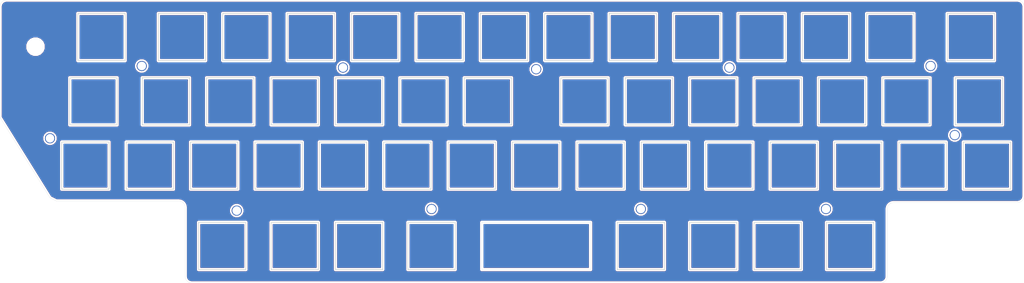
<source format=kicad_pcb>
(kicad_pcb (version 20171130) (host pcbnew "(6.0.0-rc1-dev-1215-g431bdc7a3)")

  (general
    (thickness 1.6)
    (drawings 227)
    (tracks 0)
    (zones 0)
    (modules 12)
    (nets 1)
  )

  (page A4)
  (layers
    (0 F.Cu signal hide)
    (31 B.Cu signal hide)
    (32 B.Adhes user)
    (33 F.Adhes user)
    (34 B.Paste user)
    (35 F.Paste user)
    (36 B.SilkS user)
    (37 F.SilkS user)
    (38 B.Mask user)
    (39 F.Mask user)
    (40 Dwgs.User user)
    (41 Cmts.User user)
    (42 Eco1.User user)
    (43 Eco2.User user)
    (44 Edge.Cuts user)
    (45 Margin user)
    (46 B.CrtYd user)
    (47 F.CrtYd user)
    (48 B.Fab user)
    (49 F.Fab user)
  )

  (setup
    (last_trace_width 0.25)
    (trace_clearance 0.2)
    (zone_clearance 0.508)
    (zone_45_only no)
    (trace_min 0.2)
    (via_size 0.8)
    (via_drill 0.4)
    (via_min_size 0.4)
    (via_min_drill 0.3)
    (uvia_size 0.3)
    (uvia_drill 0.1)
    (uvias_allowed no)
    (uvia_min_size 0.2)
    (uvia_min_drill 0.1)
    (edge_width 0.05)
    (segment_width 0.2)
    (pcb_text_width 0.3)
    (pcb_text_size 1.5 1.5)
    (mod_edge_width 0.12)
    (mod_text_size 1 1)
    (mod_text_width 0.15)
    (pad_size 4.5 4.5)
    (pad_drill 4.5)
    (pad_to_mask_clearance 0.051)
    (solder_mask_min_width 0.25)
    (aux_axis_origin 0 0)
    (grid_origin 24.60756 -69.08662)
    (visible_elements FFFFFF7F)
    (pcbplotparams
      (layerselection 0x010fc_ffffffff)
      (usegerberextensions false)
      (usegerberattributes false)
      (usegerberadvancedattributes false)
      (creategerberjobfile false)
      (excludeedgelayer true)
      (linewidth 0.100000)
      (plotframeref false)
      (viasonmask false)
      (mode 1)
      (useauxorigin false)
      (hpglpennumber 1)
      (hpglpenspeed 20)
      (hpglpendiameter 15.000000)
      (psnegative false)
      (psa4output false)
      (plotreference true)
      (plotvalue true)
      (plotinvisibletext false)
      (padsonsilk false)
      (subtractmaskfromsilk false)
      (outputformat 1)
      (mirror false)
      (drillshape 0)
      (scaleselection 1)
      (outputdirectory "gerbers/"))
  )

  (net 0 "")

  (net_class Default "This is the default net class."
    (clearance 0.2)
    (trace_width 0.25)
    (via_dia 0.8)
    (via_drill 0.4)
    (uvia_dia 0.3)
    (uvia_drill 0.1)
  )

  (module kbd:HOLE (layer F.Cu) (tedit 5C03E2E2) (tstamp 5C088BB4)
    (at 153.19506 -59.56162)
    (descr "Mounting Hole 2.2mm, no annular, M2")
    (tags "mounting hole 2.2mm no annular m2")
    (attr virtual)
    (fp_text reference Ref** (at 0 -3.2) (layer F.Fab)
      (effects (font (size 1 1) (thickness 0.15)))
    )
    (fp_text value Val** (at 0 3.2) (layer F.Fab)
      (effects (font (size 1 1) (thickness 0.15)))
    )
    (fp_circle (center 0 0) (end 2.45 0) (layer F.CrtYd) (width 0.05))
    (fp_circle (center 0 0) (end 2.2 0) (layer Cmts.User) (width 0.15))
    (fp_text user %R (at 0.3 0) (layer F.Fab)
      (effects (font (size 1 1) (thickness 0.15)))
    )
    (pad "" np_thru_hole circle (at 0 0) (size 3 3) (drill 2.5) (layers *.Cu *.Mask))
  )

  (module kbd:HOLE (layer F.Cu) (tedit 5C03E2CC) (tstamp 5C088BFD)
    (at 96.04506 -60.03787)
    (descr "Mounting Hole 2.2mm, no annular, M2")
    (tags "mounting hole 2.2mm no annular m2")
    (attr virtual)
    (fp_text reference Ref** (at 0 -3.2) (layer F.Fab)
      (effects (font (size 1 1) (thickness 0.15)))
    )
    (fp_text value Val** (at 0 3.2) (layer F.Fab)
      (effects (font (size 1 1) (thickness 0.15)))
    )
    (fp_circle (center 0 0) (end 2.45 0) (layer F.CrtYd) (width 0.05))
    (fp_circle (center 0 0) (end 2.2 0) (layer Cmts.User) (width 0.15))
    (fp_text user %R (at 0.3 0) (layer F.Fab)
      (effects (font (size 1 1) (thickness 0.15)))
    )
    (pad "" np_thru_hole circle (at 0 0) (size 3 3) (drill 2.5) (layers *.Cu *.Mask))
  )

  (module kbd:HOLE (layer F.Cu) (tedit 5C03E2B4) (tstamp 5C088C21)
    (at 36.51381 -60.51412)
    (descr "Mounting Hole 2.2mm, no annular, M2")
    (tags "mounting hole 2.2mm no annular m2")
    (attr virtual)
    (fp_text reference Ref** (at 0 -3.2) (layer F.Fab)
      (effects (font (size 1 1) (thickness 0.15)))
    )
    (fp_text value Val** (at 0 3.2) (layer F.Fab)
      (effects (font (size 1 1) (thickness 0.15)))
    )
    (fp_circle (center 0 0) (end 2.45 0) (layer F.CrtYd) (width 0.05))
    (fp_circle (center 0 0) (end 2.2 0) (layer Cmts.User) (width 0.15))
    (fp_text user %R (at 0.3 0) (layer F.Fab)
      (effects (font (size 1 1) (thickness 0.15)))
    )
    (pad "" np_thru_hole circle (at 0 0) (size 3 3) (drill 2.5) (layers *.Cu *.Mask))
  )

  (module kbd:HOLE (layer F.Cu) (tedit 5C03E2C5) (tstamp 5C088C45)
    (at 64.61256 -17.65162)
    (descr "Mounting Hole 2.2mm, no annular, M2")
    (tags "mounting hole 2.2mm no annular m2")
    (attr virtual)
    (fp_text reference Ref** (at 0 -3.2) (layer F.Fab)
      (effects (font (size 1 1) (thickness 0.15)))
    )
    (fp_text value Val** (at 0 3.2) (layer F.Fab)
      (effects (font (size 1 1) (thickness 0.15)))
    )
    (fp_circle (center 0 0) (end 2.45 0) (layer F.CrtYd) (width 0.05))
    (fp_circle (center 0 0) (end 2.2 0) (layer Cmts.User) (width 0.15))
    (fp_text user %R (at 0.3 0) (layer F.Fab)
      (effects (font (size 1 1) (thickness 0.15)))
    )
    (pad "" np_thru_hole circle (at 0 0) (size 3 3) (drill 2.5) (layers *.Cu *.Mask))
  )

  (module kbd:HOLE (layer F.Cu) (tedit 5C03E2DC) (tstamp 5C088C69)
    (at 122.23881 -18.12787)
    (descr "Mounting Hole 2.2mm, no annular, M2")
    (tags "mounting hole 2.2mm no annular m2")
    (attr virtual)
    (fp_text reference Ref** (at 0 -3.2) (layer F.Fab)
      (effects (font (size 1 1) (thickness 0.15)))
    )
    (fp_text value Val** (at 0 3.2) (layer F.Fab)
      (effects (font (size 1 1) (thickness 0.15)))
    )
    (fp_circle (center 0 0) (end 2.45 0) (layer F.CrtYd) (width 0.05))
    (fp_circle (center 0 0) (end 2.2 0) (layer Cmts.User) (width 0.15))
    (fp_text user %R (at 0.3 0) (layer F.Fab)
      (effects (font (size 1 1) (thickness 0.15)))
    )
    (pad "" np_thru_hole circle (at 0 0) (size 3 3) (drill 2.5) (layers *.Cu *.Mask))
  )

  (module kbd:HOLE (layer F.Cu) (tedit 5C03E2F0) (tstamp 5C088C96)
    (at 210.34506 -60.03787)
    (descr "Mounting Hole 2.2mm, no annular, M2")
    (tags "mounting hole 2.2mm no annular m2")
    (attr virtual)
    (fp_text reference Ref** (at 0 -3.2) (layer F.Fab)
      (effects (font (size 1 1) (thickness 0.15)))
    )
    (fp_text value Val** (at 0 3.2) (layer F.Fab)
      (effects (font (size 1 1) (thickness 0.15)))
    )
    (fp_circle (center 0 0) (end 2.45 0) (layer F.CrtYd) (width 0.05))
    (fp_circle (center 0 0) (end 2.2 0) (layer Cmts.User) (width 0.15))
    (fp_text user %R (at 0.3 0) (layer F.Fab)
      (effects (font (size 1 1) (thickness 0.15)))
    )
    (pad "" np_thru_hole circle (at 0 0) (size 3 3) (drill 2.5) (layers *.Cu *.Mask))
  )

  (module kbd:HOLE (layer F.Cu) (tedit 5C03E2FF) (tstamp 5C088CBA)
    (at 269.87631 -60.51412)
    (descr "Mounting Hole 2.2mm, no annular, M2")
    (tags "mounting hole 2.2mm no annular m2")
    (attr virtual)
    (fp_text reference Ref** (at 0 -3.2) (layer F.Fab)
      (effects (font (size 1 1) (thickness 0.15)))
    )
    (fp_text value Val** (at 0 3.2) (layer F.Fab)
      (effects (font (size 1 1) (thickness 0.15)))
    )
    (fp_circle (center 0 0) (end 2.45 0) (layer F.CrtYd) (width 0.05))
    (fp_circle (center 0 0) (end 2.2 0) (layer Cmts.User) (width 0.15))
    (fp_text user %R (at 0.3 0) (layer F.Fab)
      (effects (font (size 1 1) (thickness 0.15)))
    )
    (pad "" np_thru_hole circle (at 0 0) (size 3 3) (drill 2.5) (layers *.Cu *.Mask))
  )

  (module kbd:HOLE (layer F.Cu) (tedit 5C03E2E9) (tstamp 5C088CDE)
    (at 184.15131 -18.12787)
    (descr "Mounting Hole 2.2mm, no annular, M2")
    (tags "mounting hole 2.2mm no annular m2")
    (attr virtual)
    (fp_text reference Ref** (at 0 -3.2) (layer F.Fab)
      (effects (font (size 1 1) (thickness 0.15)))
    )
    (fp_text value Val** (at 0 3.2) (layer F.Fab)
      (effects (font (size 1 1) (thickness 0.15)))
    )
    (fp_circle (center 0 0) (end 2.45 0) (layer F.CrtYd) (width 0.05))
    (fp_circle (center 0 0) (end 2.2 0) (layer Cmts.User) (width 0.15))
    (fp_text user %R (at 0.3 0) (layer F.Fab)
      (effects (font (size 1 1) (thickness 0.15)))
    )
    (pad "" np_thru_hole circle (at 0 0) (size 3 3) (drill 2.5) (layers *.Cu *.Mask))
  )

  (module kbd:HOLE (layer F.Cu) (tedit 5C03E2F7) (tstamp 5C088D02)
    (at 238.92006 -18.12787)
    (descr "Mounting Hole 2.2mm, no annular, M2")
    (tags "mounting hole 2.2mm no annular m2")
    (attr virtual)
    (fp_text reference Ref** (at 0 -3.2) (layer F.Fab)
      (effects (font (size 1 1) (thickness 0.15)))
    )
    (fp_text value Val** (at 0 3.2) (layer F.Fab)
      (effects (font (size 1 1) (thickness 0.15)))
    )
    (fp_circle (center 0 0) (end 2.45 0) (layer F.CrtYd) (width 0.05))
    (fp_circle (center 0 0) (end 2.2 0) (layer Cmts.User) (width 0.15))
    (fp_text user %R (at 0.3 0) (layer F.Fab)
      (effects (font (size 1 1) (thickness 0.15)))
    )
    (pad "" np_thru_hole circle (at 0 0) (size 3 3) (drill 2.5) (layers *.Cu *.Mask))
  )

  (module kbd:HOLE (layer F.Cu) (tedit 5C03E307) (tstamp 5C088F47)
    (at 277.02006 -40.03537)
    (descr "Mounting Hole 2.2mm, no annular, M2")
    (tags "mounting hole 2.2mm no annular m2")
    (attr virtual)
    (fp_text reference Ref** (at 0 -3.2) (layer F.Fab)
      (effects (font (size 1 1) (thickness 0.15)))
    )
    (fp_text value Val** (at 0 3.2) (layer F.Fab)
      (effects (font (size 1 1) (thickness 0.15)))
    )
    (fp_circle (center 0 0) (end 2.45 0) (layer F.CrtYd) (width 0.05))
    (fp_circle (center 0 0) (end 2.2 0) (layer Cmts.User) (width 0.15))
    (fp_text user %R (at 0.3 0) (layer F.Fab)
      (effects (font (size 1 1) (thickness 0.15)))
    )
    (pad "" np_thru_hole circle (at 0 0) (size 3 3) (drill 2.5) (layers *.Cu *.Mask))
  )

  (module kbd:HOLE (layer F.Cu) (tedit 5C03E2BD) (tstamp 5C088F6B)
    (at 9.36756 -39.08287)
    (descr "Mounting Hole 2.2mm, no annular, M2")
    (tags "mounting hole 2.2mm no annular m2")
    (attr virtual)
    (fp_text reference Ref** (at 0 -3.2) (layer F.Fab)
      (effects (font (size 1 1) (thickness 0.15)))
    )
    (fp_text value Val** (at 0 3.2) (layer F.Fab)
      (effects (font (size 1 1) (thickness 0.15)))
    )
    (fp_circle (center 0 0) (end 2.45 0) (layer F.CrtYd) (width 0.05))
    (fp_circle (center 0 0) (end 2.2 0) (layer Cmts.User) (width 0.15))
    (fp_text user %R (at 0.3 0) (layer F.Fab)
      (effects (font (size 1 1) (thickness 0.15)))
    )
    (pad "" np_thru_hole circle (at 0 0) (size 3 3) (drill 2.5) (layers *.Cu *.Mask))
  )

  (module kbd:HOLE (layer F.Cu) (tedit 5C03E4FA) (tstamp 5C0C27A8)
    (at 5.08131 -66.22912)
    (descr "Mounting Hole 2.2mm, no annular, M2")
    (tags "mounting hole 2.2mm no annular m2")
    (attr virtual)
    (fp_text reference Ref** (at 0 -3.2) (layer F.Fab)
      (effects (font (size 1 1) (thickness 0.15)))
    )
    (fp_text value Val** (at 0 3.2) (layer F.Fab)
      (effects (font (size 1 1) (thickness 0.15)))
    )
    (fp_circle (center 0 0) (end 2.45 0) (layer F.CrtYd) (width 0.05))
    (fp_circle (center 0 0) (end 2.2 0) (layer Cmts.User) (width 0.15))
    (fp_text user %R (at 0.3 0) (layer F.Fab)
      (effects (font (size 1 1) (thickness 0.15)))
    )
    (pad "" np_thru_hole circle (at 0 0) (size 4.5 4.5) (drill 4.5) (layers *.Cu *.Mask))
  )

  (gr_line (start 295.59381 -80.04037) (end -3.49119 -80.04037) (layer Edge.Cuts) (width 0.05))
  (gr_line (start 297.49881 -78.13537) (end 297.49881 -21.93787) (layer Edge.Cuts) (width 0.05))
  (gr_arc (start 295.59381 -78.13537) (end 297.49881 -78.13537) (angle -90) (layer Edge.Cuts) (width 0.05))
  (gr_text "DESIGNED BY @eswai 2018" (at 0.79506 -64.32412 90) (layer F.Mask)
    (effects (font (size 1 1.1) (thickness 0.15)))
  )
  (gr_line (start 137.0954 -0.17458) (end 169.2944 -0.17458) (layer Edge.Cuts) (width 0.05))
  (gr_line (start 169.2944 -0.17458) (end 169.2944 -14.17412) (layer Edge.Cuts) (width 0.05))
  (gr_line (start 137.0954 -14.17412) (end 137.0954 -0.17458) (layer Edge.Cuts) (width 0.05))
  (gr_line (start 169.2944 -14.17412) (end 137.0954 -14.17412) (layer Edge.Cuts) (width 0.05))
  (gr_line (start 174.4824 -57.03662) (end 174.4824 -43.03592) (layer Edge.Cuts) (width 0.2))
  (gr_line (start 217.6324 -0.1732) (end 217.6324 -14.17412) (layer Edge.Cuts) (width 0.2))
  (gr_line (start 184.2954 -37.98662) (end 198.2944 -37.98662) (layer Edge.Cuts) (width 0.2))
  (gr_line (start -5.39619 -45.27412) (end -5.39619 -78.13537) (layer Edge.Cuts) (width 0.05))
  (gr_arc (start -3.49119 -78.13537) (end -3.49119 -80.04037) (angle -90) (layer Edge.Cuts) (width 0.05))
  (gr_text ANHEDRAL (at -1.58619 -64.32412 90) (layer F.Mask)
    (effects (font (size 1.7 3) (thickness 0.3)))
  )
  (gr_line (start 295.59381 -20.03287) (end 258.92256 -20.03287) (layer Edge.Cuts) (width 0.05))
  (gr_line (start 11.27256 -20.50912) (end 9.36756 -21.46162) (layer Edge.Cuts) (width 0.05))
  (gr_line (start 47.46756 -20.50912) (end 11.27256 -20.50912) (layer Edge.Cuts) (width 0.05))
  (gr_line (start 9.36756 -21.46162) (end -5.39619 -45.27412) (layer Edge.Cuts) (width 0.05))
  (gr_line (start 49.37256 1.87463) (end 49.37256 -18.60412) (layer Edge.Cuts) (width 0.05))
  (gr_line (start 255.11256 3.77963) (end 51.27756 3.77963) (layer Edge.Cuts) (width 0.05))
  (gr_line (start 257.01756 -18.12787) (end 257.01756 1.87463) (layer Edge.Cuts) (width 0.05))
  (gr_arc (start 295.59381 -21.93787) (end 295.59381 -20.03287) (angle -90) (layer Edge.Cuts) (width 0.05))
  (gr_arc (start 258.92256 -18.12787) (end 258.92256 -20.03287) (angle -90) (layer Edge.Cuts) (width 0.05))
  (gr_arc (start 255.11256 1.87463) (end 255.11256 3.77963) (angle -90) (layer Edge.Cuts) (width 0.05))
  (gr_arc (start 51.27756 1.87463) (end 49.37256 1.87463) (angle -90) (layer Edge.Cuts) (width 0.05))
  (gr_arc (start 47.46756 -18.60412) (end 49.37256 -18.60412) (angle -90) (layer Edge.Cuts) (width 0.05))
  (gr_line (start 131.6194 -62.08592) (end 117.6204 -62.08592) (layer Edge.Cuts) (width 0.2))
  (gr_line (start 277.1634 -57.03662) (end 291.1634 -57.03662) (layer Edge.Cuts) (width 0.2))
  (gr_line (start 117.6204 -76.08662) (end 131.6194 -76.08662) (layer Edge.Cuts) (width 0.2))
  (gr_line (start 136.6704 -76.08662) (end 150.6694 -76.08662) (layer Edge.Cuts) (width 0.2))
  (gr_line (start 79.5201 -62.08592) (end 79.5201 -76.08662) (layer Edge.Cuts) (width 0.2))
  (gr_line (start 117.6204 -62.08592) (end 117.6204 -76.08662) (layer Edge.Cuts) (width 0.2))
  (gr_line (start 274.7824 -62.08592) (end 274.7824 -76.08662) (layer Edge.Cuts) (width 0.2))
  (gr_line (start 288.7824 -62.08592) (end 274.7824 -62.08592) (layer Edge.Cuts) (width 0.2))
  (gr_line (start 188.7694 -76.08662) (end 188.7694 -62.08592) (layer Edge.Cuts) (width 0.2))
  (gr_line (start 93.5194 -62.08592) (end 79.5201 -62.08592) (layer Edge.Cuts) (width 0.2))
  (gr_line (start 112.5694 -62.08592) (end 98.5701 -62.08592) (layer Edge.Cuts) (width 0.2))
  (gr_line (start 191.1504 -0.1732) (end 177.1514 -0.1732) (layer Edge.Cuts) (width 0.2))
  (gr_line (start 191.1504 -14.17412) (end 191.1504 -0.1732) (layer Edge.Cuts) (width 0.2))
  (gr_line (start 155.7204 -76.08662) (end 169.7194 -76.08662) (layer Edge.Cuts) (width 0.2))
  (gr_line (start 150.6694 -76.08662) (end 150.6694 -62.08592) (layer Edge.Cuts) (width 0.2))
  (gr_line (start 277.1634 -43.03592) (end 277.1634 -57.03662) (layer Edge.Cuts) (width 0.2))
  (gr_line (start 98.5701 -62.08592) (end 98.5701 -76.08662) (layer Edge.Cuts) (width 0.2))
  (gr_line (start 41.4201 -62.08592) (end 41.4201 -76.08662) (layer Edge.Cuts) (width 0.2))
  (gr_line (start 269.7324 -43.03592) (end 255.7324 -43.03592) (layer Edge.Cuts) (width 0.2))
  (gr_line (start 174.7704 -62.08592) (end 174.7704 -76.08662) (layer Edge.Cuts) (width 0.2))
  (gr_line (start 188.7694 -62.08592) (end 174.7704 -62.08592) (layer Edge.Cuts) (width 0.2))
  (gr_line (start 291.1634 -43.03592) (end 277.1634 -43.03592) (layer Edge.Cuts) (width 0.2))
  (gr_line (start 131.6194 -76.08662) (end 131.6194 -62.08592) (layer Edge.Cuts) (width 0.2))
  (gr_line (start 264.9694 -76.08662) (end 264.9694 -62.08592) (layer Edge.Cuts) (width 0.2))
  (gr_line (start 250.9704 -76.08662) (end 264.9694 -76.08662) (layer Edge.Cuts) (width 0.2))
  (gr_line (start 245.9194 -76.08662) (end 245.9194 -62.08592) (layer Edge.Cuts) (width 0.2))
  (gr_line (start 231.9204 -76.08662) (end 245.9194 -76.08662) (layer Edge.Cuts) (width 0.2))
  (gr_line (start 74.4694 -76.08662) (end 74.4694 -62.08592) (layer Edge.Cuts) (width 0.2))
  (gr_line (start 129.2384 -0.1732) (end 115.2384 -0.1732) (layer Edge.Cuts) (width 0.2))
  (gr_line (start 129.2384 -14.17412) (end 129.2384 -0.1732) (layer Edge.Cuts) (width 0.2))
  (gr_line (start 107.8069 -0.1732) (end 93.8076 -0.1732) (layer Edge.Cuts) (width 0.2))
  (gr_line (start 107.8069 -14.17412) (end 107.8069 -0.1732) (layer Edge.Cuts) (width 0.2))
  (gr_line (start 174.7704 -76.08662) (end 188.7694 -76.08662) (layer Edge.Cuts) (width 0.2))
  (gr_line (start 93.5194 -76.08662) (end 93.5194 -62.08592) (layer Edge.Cuts) (width 0.2))
  (gr_line (start 79.5201 -76.08662) (end 93.5194 -76.08662) (layer Edge.Cuts) (width 0.2))
  (gr_line (start 136.6704 -62.08592) (end 136.6704 -76.08662) (layer Edge.Cuts) (width 0.2))
  (gr_line (start 291.1634 -57.03662) (end 291.1634 -43.03592) (layer Edge.Cuts) (width 0.2))
  (gr_line (start 288.7824 -76.08662) (end 288.7824 -62.08592) (layer Edge.Cuts) (width 0.2))
  (gr_line (start 274.7824 -76.08662) (end 288.7824 -76.08662) (layer Edge.Cuts) (width 0.2))
  (gr_line (start 269.7324 -57.03662) (end 269.7324 -43.03592) (layer Edge.Cuts) (width 0.2))
  (gr_line (start 150.6694 -62.08592) (end 136.6704 -62.08592) (layer Edge.Cuts) (width 0.2))
  (gr_line (start 193.8204 -62.08592) (end 193.8204 -76.08662) (layer Edge.Cuts) (width 0.2))
  (gr_line (start 207.8194 -62.08592) (end 193.8204 -62.08592) (layer Edge.Cuts) (width 0.2))
  (gr_line (start 155.7204 -62.08592) (end 155.7204 -76.08662) (layer Edge.Cuts) (width 0.2))
  (gr_line (start 169.7194 -62.08592) (end 155.7204 -62.08592) (layer Edge.Cuts) (width 0.2))
  (gr_line (start 31.6071 -76.08662) (end 31.6071 -62.08592) (layer Edge.Cuts) (width 0.2))
  (gr_line (start 226.8694 -76.08662) (end 226.8694 -62.08592) (layer Edge.Cuts) (width 0.2))
  (gr_line (start 212.8704 -76.08662) (end 226.8694 -76.08662) (layer Edge.Cuts) (width 0.2))
  (gr_line (start 17.60756 -76.08662) (end 31.6071 -76.08662) (layer Edge.Cuts) (width 0.2))
  (gr_line (start 31.6071 -62.08592) (end 17.60756 -62.08592) (layer Edge.Cuts) (width 0.2))
  (gr_line (start 98.5701 -76.08662) (end 112.5694 -76.08662) (layer Edge.Cuts) (width 0.2))
  (gr_line (start 41.4201 -76.08662) (end 55.4194 -76.08662) (layer Edge.Cuts) (width 0.2))
  (gr_line (start 17.60756 -62.08592) (end 17.60756 -76.08662) (layer Edge.Cuts) (width 0.2))
  (gr_line (start 55.4194 -76.08662) (end 55.4194 -62.08592) (layer Edge.Cuts) (width 0.2))
  (gr_line (start 74.4694 -62.08592) (end 60.4701 -62.08592) (layer Edge.Cuts) (width 0.2))
  (gr_line (start 60.4701 -62.08592) (end 60.4701 -76.08662) (layer Edge.Cuts) (width 0.2))
  (gr_line (start 212.8704 -62.08592) (end 212.8704 -76.08662) (layer Edge.Cuts) (width 0.2))
  (gr_line (start 226.8694 -62.08592) (end 212.8704 -62.08592) (layer Edge.Cuts) (width 0.2))
  (gr_line (start 112.5694 -76.08662) (end 112.5694 -62.08592) (layer Edge.Cuts) (width 0.2))
  (gr_line (start 55.4194 -62.08592) (end 41.4201 -62.08592) (layer Edge.Cuts) (width 0.2))
  (gr_line (start 60.4701 -76.08662) (end 74.4694 -76.08662) (layer Edge.Cuts) (width 0.2))
  (gr_line (start 260.4954 -23.98572) (end 260.4954 -37.98662) (layer Edge.Cuts) (width 0.2))
  (gr_line (start 274.4944 -23.98572) (end 260.4954 -23.98572) (layer Edge.Cuts) (width 0.2))
  (gr_line (start 274.4944 -37.98662) (end 274.4944 -23.98572) (layer Edge.Cuts) (width 0.2))
  (gr_line (start 260.4954 -37.98662) (end 274.4944 -37.98662) (layer Edge.Cuts) (width 0.2))
  (gr_line (start 69.7069 -43.03592) (end 55.7076 -43.03592) (layer Edge.Cuts) (width 0.2))
  (gr_line (start 69.7069 -57.03662) (end 69.7069 -43.03592) (layer Edge.Cuts) (width 0.2))
  (gr_line (start 55.7076 -57.03662) (end 69.7069 -57.03662) (layer Edge.Cuts) (width 0.2))
  (gr_line (start 36.6576 -43.03592) (end 36.6576 -57.03662) (layer Edge.Cuts) (width 0.2))
  (gr_line (start 15.22631 -57.03662) (end 29.2258 -57.03662) (layer Edge.Cuts) (width 0.2))
  (gr_line (start 279.5454 -23.98572) (end 279.5454 -37.98662) (layer Edge.Cuts) (width 0.2))
  (gr_line (start 293.5444 -23.98572) (end 279.5454 -23.98572) (layer Edge.Cuts) (width 0.2))
  (gr_line (start 293.5444 -37.98662) (end 293.5444 -23.98572) (layer Edge.Cuts) (width 0.2))
  (gr_line (start 279.5454 -37.98662) (end 293.5444 -37.98662) (layer Edge.Cuts) (width 0.2))
  (gr_line (start 50.6569 -43.03592) (end 36.6576 -43.03592) (layer Edge.Cuts) (width 0.2))
  (gr_line (start 50.6569 -57.03662) (end 50.6569 -43.03592) (layer Edge.Cuts) (width 0.2))
  (gr_line (start 36.6576 -57.03662) (end 50.6569 -57.03662) (layer Edge.Cuts) (width 0.2))
  (gr_line (start 15.22631 -43.03592) (end 15.22631 -57.03662) (layer Edge.Cuts) (width 0.2))
  (gr_line (start 29.2258 -43.03592) (end 15.22631 -43.03592) (layer Edge.Cuts) (width 0.2))
  (gr_line (start 29.2258 -57.03662) (end 29.2258 -43.03592) (layer Edge.Cuts) (width 0.2))
  (gr_line (start 74.7576 -43.03592) (end 74.7576 -57.03662) (layer Edge.Cuts) (width 0.2))
  (gr_line (start 88.7569 -43.03592) (end 74.7576 -43.03592) (layer Edge.Cuts) (width 0.2))
  (gr_line (start 88.7569 -57.03662) (end 88.7569 -43.03592) (layer Edge.Cuts) (width 0.2))
  (gr_line (start 74.7576 -57.03662) (end 88.7569 -57.03662) (layer Edge.Cuts) (width 0.2))
  (gr_line (start 55.7076 -43.03592) (end 55.7076 -57.03662) (layer Edge.Cuts) (width 0.2))
  (gr_line (start 255.7324 -57.03662) (end 269.7324 -57.03662) (layer Edge.Cuts) (width 0.2))
  (gr_line (start 236.6824 -43.03592) (end 236.6824 -57.03662) (layer Edge.Cuts) (width 0.2))
  (gr_line (start 250.6824 -43.03592) (end 236.6824 -43.03592) (layer Edge.Cuts) (width 0.2))
  (gr_line (start 250.6824 -57.03662) (end 250.6824 -43.03592) (layer Edge.Cuts) (width 0.2))
  (gr_line (start 236.6824 -57.03662) (end 250.6824 -57.03662) (layer Edge.Cuts) (width 0.2))
  (gr_line (start 217.6324 -43.03592) (end 217.6324 -57.03662) (layer Edge.Cuts) (width 0.2))
  (gr_line (start 231.6324 -43.03592) (end 217.6324 -43.03592) (layer Edge.Cuts) (width 0.2))
  (gr_line (start 231.6324 -57.03662) (end 231.6324 -43.03592) (layer Edge.Cuts) (width 0.2))
  (gr_line (start 217.6324 -57.03662) (end 231.6324 -57.03662) (layer Edge.Cuts) (width 0.2))
  (gr_line (start 198.5824 -43.03592) (end 198.5824 -57.03662) (layer Edge.Cuts) (width 0.2))
  (gr_line (start 212.5824 -43.03592) (end 198.5824 -43.03592) (layer Edge.Cuts) (width 0.2))
  (gr_line (start 212.5824 -57.03662) (end 212.5824 -43.03592) (layer Edge.Cuts) (width 0.2))
  (gr_line (start 198.5824 -57.03662) (end 212.5824 -57.03662) (layer Edge.Cuts) (width 0.2))
  (gr_line (start 179.5324 -43.03592) (end 179.5324 -57.03662) (layer Edge.Cuts) (width 0.2))
  (gr_line (start 193.5324 -43.03592) (end 179.5324 -43.03592) (layer Edge.Cuts) (width 0.2))
  (gr_line (start 193.5324 -57.03662) (end 193.5324 -43.03592) (layer Edge.Cuts) (width 0.2))
  (gr_line (start 179.5324 -57.03662) (end 193.5324 -57.03662) (layer Edge.Cuts) (width 0.2))
  (gr_line (start 160.4824 -43.03592) (end 160.4824 -57.03662) (layer Edge.Cuts) (width 0.2))
  (gr_line (start 174.4824 -43.03592) (end 160.4824 -43.03592) (layer Edge.Cuts) (width 0.2))
  (gr_line (start 160.4824 -57.03662) (end 174.4824 -57.03662) (layer Edge.Cuts) (width 0.2))
  (gr_line (start 131.9074 -43.03592) (end 131.9074 -57.03662) (layer Edge.Cuts) (width 0.2))
  (gr_line (start 145.9074 -43.03592) (end 131.9074 -43.03592) (layer Edge.Cuts) (width 0.2))
  (gr_line (start 145.9074 -57.03662) (end 145.9074 -43.03592) (layer Edge.Cuts) (width 0.2))
  (gr_line (start 131.9074 -57.03662) (end 145.9074 -57.03662) (layer Edge.Cuts) (width 0.2))
  (gr_line (start 112.8574 -43.03592) (end 112.8574 -57.03662) (layer Edge.Cuts) (width 0.2))
  (gr_line (start 126.8574 -43.03592) (end 112.8574 -43.03592) (layer Edge.Cuts) (width 0.2))
  (gr_line (start 126.8574 -57.03662) (end 126.8574 -43.03592) (layer Edge.Cuts) (width 0.2))
  (gr_line (start 112.8574 -57.03662) (end 126.8574 -57.03662) (layer Edge.Cuts) (width 0.2))
  (gr_line (start 93.8076 -43.03592) (end 93.8076 -57.03662) (layer Edge.Cuts) (width 0.2))
  (gr_line (start 107.8069 -43.03592) (end 93.8076 -43.03592) (layer Edge.Cuts) (width 0.2))
  (gr_line (start 107.8069 -57.03662) (end 107.8069 -43.03592) (layer Edge.Cuts) (width 0.2))
  (gr_line (start 93.8076 -57.03662) (end 107.8069 -57.03662) (layer Edge.Cuts) (width 0.2))
  (gr_line (start 253.0634 -14.17412) (end 253.0634 -0.1732) (layer Edge.Cuts) (width 0.2))
  (gr_line (start 239.0634 -14.17412) (end 253.0634 -14.17412) (layer Edge.Cuts) (width 0.2))
  (gr_line (start 231.6324 -0.1732) (end 217.6324 -0.1732) (layer Edge.Cuts) (width 0.2))
  (gr_line (start 231.6324 -14.17412) (end 231.6324 -0.1732) (layer Edge.Cuts) (width 0.2))
  (gr_line (start 217.6324 -14.17412) (end 231.6324 -14.17412) (layer Edge.Cuts) (width 0.2))
  (gr_line (start 198.5824 -0.1732) (end 198.5824 -14.17412) (layer Edge.Cuts) (width 0.2))
  (gr_line (start 212.5824 -0.1732) (end 198.5824 -0.1732) (layer Edge.Cuts) (width 0.2))
  (gr_line (start 212.5824 -14.17412) (end 212.5824 -0.1732) (layer Edge.Cuts) (width 0.2))
  (gr_line (start 198.5824 -14.17412) (end 212.5824 -14.17412) (layer Edge.Cuts) (width 0.2))
  (gr_line (start 177.1514 -0.1732) (end 177.1514 -14.17412) (layer Edge.Cuts) (width 0.2))
  (gr_line (start 146.1954 -23.98572) (end 146.1954 -37.98662) (layer Edge.Cuts) (width 0.2))
  (gr_line (start 160.1944 -23.98572) (end 146.1954 -23.98572) (layer Edge.Cuts) (width 0.2))
  (gr_line (start 160.1944 -37.98662) (end 160.1944 -23.98572) (layer Edge.Cuts) (width 0.2))
  (gr_line (start 146.1954 -37.98662) (end 160.1944 -37.98662) (layer Edge.Cuts) (width 0.2))
  (gr_line (start 127.1434 -23.98572) (end 127.1434 -37.98662) (layer Edge.Cuts) (width 0.2))
  (gr_line (start 141.1444 -23.98572) (end 127.1434 -23.98572) (layer Edge.Cuts) (width 0.2))
  (gr_line (start 141.1444 -37.98662) (end 141.1444 -23.98572) (layer Edge.Cuts) (width 0.2))
  (gr_line (start 127.1434 -37.98662) (end 141.1444 -37.98662) (layer Edge.Cuts) (width 0.2))
  (gr_line (start 108.0937 -23.98572) (end 108.0937 -37.98662) (layer Edge.Cuts) (width 0.2))
  (gr_line (start 122.0944 -23.98572) (end 108.0937 -23.98572) (layer Edge.Cuts) (width 0.2))
  (gr_line (start 122.0944 -37.98662) (end 122.0944 -23.98572) (layer Edge.Cuts) (width 0.2))
  (gr_line (start 108.0937 -37.98662) (end 122.0944 -37.98662) (layer Edge.Cuts) (width 0.2))
  (gr_line (start 89.0451 -23.98572) (end 89.0451 -37.98662) (layer Edge.Cuts) (width 0.2))
  (gr_line (start 103.0444 -23.98572) (end 89.0451 -23.98572) (layer Edge.Cuts) (width 0.2))
  (gr_line (start 103.0444 -37.98662) (end 103.0444 -23.98572) (layer Edge.Cuts) (width 0.2))
  (gr_line (start 89.0451 -37.98662) (end 103.0444 -37.98662) (layer Edge.Cuts) (width 0.2))
  (gr_line (start 165.2454 -23.98572) (end 165.2454 -37.98662) (layer Edge.Cuts) (width 0.2))
  (gr_line (start 179.2444 -23.98572) (end 165.2454 -23.98572) (layer Edge.Cuts) (width 0.2))
  (gr_line (start 179.2444 -37.98662) (end 179.2444 -23.98572) (layer Edge.Cuts) (width 0.2))
  (gr_line (start 165.2454 -37.98662) (end 179.2444 -37.98662) (layer Edge.Cuts) (width 0.2))
  (gr_line (start 241.4454 -23.98572) (end 241.4454 -37.98662) (layer Edge.Cuts) (width 0.2))
  (gr_line (start 255.4444 -23.98572) (end 241.4454 -23.98572) (layer Edge.Cuts) (width 0.2))
  (gr_line (start 255.4444 -37.98662) (end 255.4444 -23.98572) (layer Edge.Cuts) (width 0.2))
  (gr_line (start 241.4454 -37.98662) (end 255.4444 -37.98662) (layer Edge.Cuts) (width 0.2))
  (gr_line (start 222.3954 -23.98572) (end 222.3954 -37.98662) (layer Edge.Cuts) (width 0.2))
  (gr_line (start 236.3944 -23.98572) (end 222.3954 -23.98572) (layer Edge.Cuts) (width 0.2))
  (gr_line (start 236.3944 -37.98662) (end 236.3944 -23.98572) (layer Edge.Cuts) (width 0.2))
  (gr_line (start 222.3954 -37.98662) (end 236.3944 -37.98662) (layer Edge.Cuts) (width 0.2))
  (gr_line (start 203.3454 -23.98572) (end 203.3454 -37.98662) (layer Edge.Cuts) (width 0.2))
  (gr_line (start 217.3444 -23.98572) (end 203.3454 -23.98572) (layer Edge.Cuts) (width 0.2))
  (gr_line (start 217.3444 -37.98662) (end 217.3444 -23.98572) (layer Edge.Cuts) (width 0.2))
  (gr_line (start 203.3454 -37.98662) (end 217.3444 -37.98662) (layer Edge.Cuts) (width 0.2))
  (gr_line (start 184.2954 -23.98572) (end 184.2954 -37.98662) (layer Edge.Cuts) (width 0.2))
  (gr_line (start 198.2944 -23.98572) (end 184.2954 -23.98572) (layer Edge.Cuts) (width 0.2))
  (gr_line (start 198.2944 -37.98662) (end 198.2944 -23.98572) (layer Edge.Cuts) (width 0.2))
  (gr_line (start 31.8951 -37.98662) (end 45.8944 -37.98662) (layer Edge.Cuts) (width 0.2))
  (gr_line (start 12.84505 -23.98572) (end 12.84505 -37.98662) (layer Edge.Cuts) (width 0.2))
  (gr_line (start 26.8446 -23.98572) (end 12.84505 -23.98572) (layer Edge.Cuts) (width 0.2))
  (gr_line (start 93.8076 -14.17412) (end 107.8069 -14.17412) (layer Edge.Cuts) (width 0.2))
  (gr_line (start 74.7576 -0.1732) (end 74.7576 -14.17412) (layer Edge.Cuts) (width 0.2))
  (gr_line (start 53.3264 -14.17412) (end 67.3257 -14.17412) (layer Edge.Cuts) (width 0.2))
  (gr_line (start 67.3257 -0.1732) (end 53.3264 -0.1732) (layer Edge.Cuts) (width 0.2))
  (gr_line (start 67.3257 -14.17412) (end 67.3257 -0.1732) (layer Edge.Cuts) (width 0.2))
  (gr_line (start 74.7576 -14.17412) (end 88.7569 -14.17412) (layer Edge.Cuts) (width 0.2))
  (gr_line (start 53.3264 -0.1732) (end 53.3264 -14.17412) (layer Edge.Cuts) (width 0.2))
  (gr_line (start 88.7569 -0.1732) (end 74.7576 -0.1732) (layer Edge.Cuts) (width 0.2))
  (gr_line (start 88.7569 -14.17412) (end 88.7569 -0.1732) (layer Edge.Cuts) (width 0.2))
  (gr_line (start 177.1514 -14.17412) (end 191.1504 -14.17412) (layer Edge.Cuts) (width 0.2))
  (gr_line (start 115.2384 -0.1732) (end 115.2384 -14.17412) (layer Edge.Cuts) (width 0.2))
  (gr_line (start 26.8446 -37.98662) (end 26.8446 -23.98572) (layer Edge.Cuts) (width 0.2))
  (gr_line (start 12.84505 -37.98662) (end 26.8446 -37.98662) (layer Edge.Cuts) (width 0.2))
  (gr_line (start 239.0634 -0.1732) (end 239.0634 -14.17412) (layer Edge.Cuts) (width 0.2))
  (gr_line (start 253.0634 -0.1732) (end 239.0634 -0.1732) (layer Edge.Cuts) (width 0.2))
  (gr_line (start 50.9451 -23.98572) (end 50.9451 -37.98662) (layer Edge.Cuts) (width 0.2))
  (gr_line (start 64.9444 -23.98572) (end 50.9451 -23.98572) (layer Edge.Cuts) (width 0.2))
  (gr_line (start 64.9444 -37.98662) (end 64.9444 -23.98572) (layer Edge.Cuts) (width 0.2))
  (gr_line (start 50.9451 -37.98662) (end 64.9444 -37.98662) (layer Edge.Cuts) (width 0.2))
  (gr_line (start 31.8951 -23.98572) (end 31.8951 -37.98662) (layer Edge.Cuts) (width 0.2))
  (gr_line (start 45.8944 -23.98572) (end 31.8951 -23.98572) (layer Edge.Cuts) (width 0.2))
  (gr_line (start 45.8944 -37.98662) (end 45.8944 -23.98572) (layer Edge.Cuts) (width 0.2))
  (gr_line (start 115.2384 -14.17412) (end 129.2384 -14.17412) (layer Edge.Cuts) (width 0.2))
  (gr_line (start 93.8076 -0.1732) (end 93.8076 -14.17412) (layer Edge.Cuts) (width 0.2))
  (gr_line (start 69.9951 -23.98572) (end 69.9951 -37.98662) (layer Edge.Cuts) (width 0.2))
  (gr_line (start 83.9944 -23.98572) (end 69.9951 -23.98572) (layer Edge.Cuts) (width 0.2))
  (gr_line (start 83.9944 -37.98662) (end 83.9944 -23.98572) (layer Edge.Cuts) (width 0.2))
  (gr_line (start 69.9951 -37.98662) (end 83.9944 -37.98662) (layer Edge.Cuts) (width 0.2))
  (gr_line (start 231.9204 -62.08592) (end 231.9204 -76.08662) (layer Edge.Cuts) (width 0.2))
  (gr_line (start 245.9194 -62.08592) (end 231.9204 -62.08592) (layer Edge.Cuts) (width 0.2))
  (gr_line (start 169.7194 -76.08662) (end 169.7194 -62.08592) (layer Edge.Cuts) (width 0.2))
  (gr_line (start 255.7324 -43.03592) (end 255.7324 -57.03662) (layer Edge.Cuts) (width 0.2))
  (gr_line (start 207.8194 -76.08662) (end 207.8194 -62.08592) (layer Edge.Cuts) (width 0.2))
  (gr_line (start 193.8204 -76.08662) (end 207.8194 -76.08662) (layer Edge.Cuts) (width 0.2))
  (gr_line (start 250.9704 -62.08592) (end 250.9704 -76.08662) (layer Edge.Cuts) (width 0.2))
  (gr_line (start 264.9694 -62.08592) (end 250.9704 -62.08592) (layer Edge.Cuts) (width 0.2))

  (zone (net 0) (net_name "") (layer F.Cu) (tstamp 0) (hatch edge 0.508)
    (connect_pads (clearance 0.508))
    (min_thickness 0.254)
    (fill yes (arc_segments 16) (thermal_gap 0.508) (thermal_bridge_width 0.508))
    (polygon
      (pts
        (xy -3.96744 -80.51662) (xy -5.87244 -78.61162) (xy -5.87244 -44.79787) (xy 9.36756 -20.98537) (xy 11.27256 -20.03287)
        (xy 47.46756 -20.03287) (xy 48.89631 -19.08037) (xy 48.89631 2.35088) (xy 50.80131 4.25588) (xy 255.11256 4.25588)
        (xy 256.54131 3.77963) (xy 257.49381 2.35088) (xy 257.49381 -18.12787) (xy 258.44631 -19.55662) (xy 296.54631 -19.55662)
        (xy 297.97506 -21.46162) (xy 297.97506 -78.61162) (xy 296.07006 -80.51662)
      )
    )
    (filled_polygon
      (pts
        (xy 295.948439 -79.348104) (xy 296.274558 -79.199826) (xy 296.545955 -78.965976) (xy 296.740806 -78.665357) (xy 296.849743 -78.301097)
        (xy 296.86381 -78.111806) (xy 296.863811 -21.983118) (xy 296.806544 -21.583241) (xy 296.658266 -21.257121) (xy 296.424418 -20.985727)
        (xy 296.123796 -20.790874) (xy 295.759537 -20.681937) (xy 295.570246 -20.66787) (xy 258.860019 -20.66787) (xy 258.836772 -20.663246)
        (xy 258.593924 -20.645199) (xy 258.530668 -20.631291) (xy 258.466486 -20.622499) (xy 258.45904 -20.620321) (xy 257.941561 -20.465562)
        (xy 257.863403 -20.429448) (xy 257.784659 -20.394224) (xy 257.778124 -20.390044) (xy 257.324879 -20.096265) (xy 257.259994 -20.039662)
        (xy 257.194306 -19.983757) (xy 257.189206 -19.97791) (xy 256.836634 -19.56873) (xy 256.790237 -19.496181) (xy 256.742887 -19.424097)
        (xy 256.739633 -19.417054) (xy 256.516076 -18.925366) (xy 256.491896 -18.842675) (xy 256.466691 -18.760234) (xy 256.465544 -18.752561)
        (xy 256.391407 -18.234888) (xy 256.38256 -18.19041) (xy 256.382561 1.829382) (xy 256.325294 2.229259) (xy 256.177016 2.555379)
        (xy 255.943168 2.826773) (xy 255.642546 3.021626) (xy 255.278287 3.130563) (xy 255.088996 3.14463) (xy 51.322801 3.14463)
        (xy 50.922931 3.087364) (xy 50.596811 2.939086) (xy 50.325417 2.705238) (xy 50.130564 2.404616) (xy 50.021627 2.040357)
        (xy 50.00756 1.851066) (xy 50.00756 -14.17412) (xy 52.67896 -14.17412) (xy 52.691401 -14.111574) (xy 52.6914 -0.235741)
        (xy 52.67896 -0.1732) (xy 52.728243 0.074565) (xy 52.867669 0.283229) (xy 52.868591 0.284609) (xy 53.078635 0.424957)
        (xy 53.3264 0.47424) (xy 53.388941 0.4618) (xy 67.263159 0.4618) (xy 67.3257 0.47424) (xy 67.573465 0.424957)
        (xy 67.783509 0.284609) (xy 67.923857 0.074565) (xy 67.9607 -0.110659) (xy 67.9607 -0.11066) (xy 67.97314 -0.1732)
        (xy 67.9607 -0.235741) (xy 67.9607 -14.111579) (xy 67.97314 -14.17412) (xy 74.11016 -14.17412) (xy 74.122601 -14.111574)
        (xy 74.1226 -0.235741) (xy 74.11016 -0.1732) (xy 74.159443 0.074565) (xy 74.298869 0.283229) (xy 74.299791 0.284609)
        (xy 74.509835 0.424957) (xy 74.7576 0.47424) (xy 74.820141 0.4618) (xy 88.694359 0.4618) (xy 88.7569 0.47424)
        (xy 89.004665 0.424957) (xy 89.214709 0.284609) (xy 89.355057 0.074565) (xy 89.3919 -0.110659) (xy 89.3919 -0.11066)
        (xy 89.40434 -0.1732) (xy 89.3919 -0.235741) (xy 89.3919 -14.111579) (xy 89.40434 -14.17412) (xy 93.16016 -14.17412)
        (xy 93.172601 -14.111574) (xy 93.1726 -0.235741) (xy 93.16016 -0.1732) (xy 93.209443 0.074565) (xy 93.348869 0.283229)
        (xy 93.349791 0.284609) (xy 93.559835 0.424957) (xy 93.8076 0.47424) (xy 93.870141 0.4618) (xy 107.744359 0.4618)
        (xy 107.8069 0.47424) (xy 108.054665 0.424957) (xy 108.264709 0.284609) (xy 108.405057 0.074565) (xy 108.4419 -0.110659)
        (xy 108.4419 -0.11066) (xy 108.45434 -0.1732) (xy 108.4419 -0.235741) (xy 108.4419 -14.111579) (xy 108.45434 -14.17412)
        (xy 114.59096 -14.17412) (xy 114.603401 -14.111574) (xy 114.6034 -0.235741) (xy 114.59096 -0.1732) (xy 114.640243 0.074565)
        (xy 114.779669 0.283229) (xy 114.780591 0.284609) (xy 114.990635 0.424957) (xy 115.2384 0.47424) (xy 115.300941 0.4618)
        (xy 129.175859 0.4618) (xy 129.2384 0.47424) (xy 129.486165 0.424957) (xy 129.696209 0.284609) (xy 129.836557 0.074565)
        (xy 129.8734 -0.110659) (xy 129.8734 -0.11066) (xy 129.88584 -0.1732) (xy 129.8734 -0.235741) (xy 129.8734 -14.111579)
        (xy 129.88584 -14.17412) (xy 136.44796 -14.17412) (xy 136.4604 -14.111579) (xy 136.460401 -0.237126) (xy 136.44796 -0.17458)
        (xy 136.497243 0.073185) (xy 136.637591 0.283229) (xy 136.847635 0.423577) (xy 137.032859 0.46042) (xy 137.0954 0.47286)
        (xy 137.157941 0.46042) (xy 169.231859 0.46042) (xy 169.2944 0.47286) (xy 169.356941 0.46042) (xy 169.542165 0.423577)
        (xy 169.752209 0.283229) (xy 169.892557 0.073185) (xy 169.892557 0.073184) (xy 169.9294 -0.112039) (xy 169.9294 -0.11204)
        (xy 169.94184 -0.17458) (xy 169.9294 -0.237121) (xy 169.9294 -14.111579) (xy 169.94184 -14.17412) (xy 176.50396 -14.17412)
        (xy 176.516401 -14.111574) (xy 176.5164 -0.235741) (xy 176.50396 -0.1732) (xy 176.553243 0.074565) (xy 176.692669 0.283229)
        (xy 176.693591 0.284609) (xy 176.903635 0.424957) (xy 177.1514 0.47424) (xy 177.213941 0.4618) (xy 191.087859 0.4618)
        (xy 191.1504 0.47424) (xy 191.398165 0.424957) (xy 191.608209 0.284609) (xy 191.748557 0.074565) (xy 191.7854 -0.110659)
        (xy 191.7854 -0.11066) (xy 191.79784 -0.1732) (xy 191.7854 -0.235741) (xy 191.7854 -14.111579) (xy 191.79784 -14.17412)
        (xy 197.93496 -14.17412) (xy 197.947401 -14.111574) (xy 197.9474 -0.235741) (xy 197.93496 -0.1732) (xy 197.984243 0.074565)
        (xy 198.123669 0.283229) (xy 198.124591 0.284609) (xy 198.334635 0.424957) (xy 198.5824 0.47424) (xy 198.644941 0.4618)
        (xy 212.519859 0.4618) (xy 212.5824 0.47424) (xy 212.830165 0.424957) (xy 213.040209 0.284609) (xy 213.180557 0.074565)
        (xy 213.2174 -0.110659) (xy 213.2174 -0.11066) (xy 213.22984 -0.1732) (xy 213.2174 -0.235741) (xy 213.2174 -14.111579)
        (xy 213.22984 -14.17412) (xy 216.98496 -14.17412) (xy 216.997401 -14.111574) (xy 216.9974 -0.235741) (xy 216.98496 -0.1732)
        (xy 217.034243 0.074565) (xy 217.173669 0.283229) (xy 217.174591 0.284609) (xy 217.384635 0.424957) (xy 217.6324 0.47424)
        (xy 217.694941 0.4618) (xy 231.569859 0.4618) (xy 231.6324 0.47424) (xy 231.880165 0.424957) (xy 232.090209 0.284609)
        (xy 232.230557 0.074565) (xy 232.2674 -0.110659) (xy 232.2674 -0.11066) (xy 232.27984 -0.1732) (xy 232.2674 -0.235741)
        (xy 232.2674 -14.111579) (xy 232.27984 -14.17412) (xy 238.41596 -14.17412) (xy 238.428401 -14.111574) (xy 238.4284 -0.235741)
        (xy 238.41596 -0.1732) (xy 238.465243 0.074565) (xy 238.604669 0.283229) (xy 238.605591 0.284609) (xy 238.815635 0.424957)
        (xy 239.0634 0.47424) (xy 239.125941 0.4618) (xy 253.000859 0.4618) (xy 253.0634 0.47424) (xy 253.311165 0.424957)
        (xy 253.521209 0.284609) (xy 253.661557 0.074565) (xy 253.6984 -0.110659) (xy 253.6984 -0.11066) (xy 253.71084 -0.1732)
        (xy 253.6984 -0.235741) (xy 253.6984 -14.111579) (xy 253.71084 -14.17412) (xy 253.661557 -14.421885) (xy 253.521209 -14.631929)
        (xy 253.311165 -14.772277) (xy 253.125941 -14.80912) (xy 253.0634 -14.82156) (xy 253.000859 -14.80912) (xy 239.125941 -14.80912)
        (xy 239.0634 -14.82156) (xy 239.000859 -14.80912) (xy 238.815635 -14.772277) (xy 238.605591 -14.631929) (xy 238.465243 -14.421885)
        (xy 238.41596 -14.17412) (xy 232.27984 -14.17412) (xy 232.230557 -14.421885) (xy 232.090209 -14.631929) (xy 231.880165 -14.772277)
        (xy 231.694941 -14.80912) (xy 231.6324 -14.82156) (xy 231.569859 -14.80912) (xy 217.694941 -14.80912) (xy 217.6324 -14.82156)
        (xy 217.569859 -14.80912) (xy 217.384635 -14.772277) (xy 217.174591 -14.631929) (xy 217.034243 -14.421885) (xy 216.98496 -14.17412)
        (xy 213.22984 -14.17412) (xy 213.180557 -14.421885) (xy 213.040209 -14.631929) (xy 212.830165 -14.772277) (xy 212.644941 -14.80912)
        (xy 212.5824 -14.82156) (xy 212.519859 -14.80912) (xy 198.644941 -14.80912) (xy 198.5824 -14.82156) (xy 198.519859 -14.80912)
        (xy 198.334635 -14.772277) (xy 198.124591 -14.631929) (xy 197.984243 -14.421885) (xy 197.93496 -14.17412) (xy 191.79784 -14.17412)
        (xy 191.748557 -14.421885) (xy 191.608209 -14.631929) (xy 191.398165 -14.772277) (xy 191.212941 -14.80912) (xy 191.1504 -14.82156)
        (xy 191.087859 -14.80912) (xy 177.213941 -14.80912) (xy 177.1514 -14.82156) (xy 177.088859 -14.80912) (xy 176.903635 -14.772277)
        (xy 176.693591 -14.631929) (xy 176.553243 -14.421885) (xy 176.50396 -14.17412) (xy 169.94184 -14.17412) (xy 169.892557 -14.421885)
        (xy 169.752209 -14.631929) (xy 169.542165 -14.772277) (xy 169.356941 -14.80912) (xy 169.2944 -14.82156) (xy 169.231859 -14.80912)
        (xy 137.157941 -14.80912) (xy 137.0954 -14.82156) (xy 137.032859 -14.80912) (xy 136.847635 -14.772277) (xy 136.637591 -14.631929)
        (xy 136.497243 -14.421885) (xy 136.44796 -14.17412) (xy 129.88584 -14.17412) (xy 129.836557 -14.421885) (xy 129.696209 -14.631929)
        (xy 129.486165 -14.772277) (xy 129.300941 -14.80912) (xy 129.2384 -14.82156) (xy 129.175859 -14.80912) (xy 115.300941 -14.80912)
        (xy 115.2384 -14.82156) (xy 115.175859 -14.80912) (xy 114.990635 -14.772277) (xy 114.780591 -14.631929) (xy 114.640243 -14.421885)
        (xy 114.59096 -14.17412) (xy 108.45434 -14.17412) (xy 108.405057 -14.421885) (xy 108.264709 -14.631929) (xy 108.054665 -14.772277)
        (xy 107.869441 -14.80912) (xy 107.8069 -14.82156) (xy 107.744359 -14.80912) (xy 93.870141 -14.80912) (xy 93.8076 -14.82156)
        (xy 93.745059 -14.80912) (xy 93.559835 -14.772277) (xy 93.349791 -14.631929) (xy 93.209443 -14.421885) (xy 93.16016 -14.17412)
        (xy 89.40434 -14.17412) (xy 89.355057 -14.421885) (xy 89.214709 -14.631929) (xy 89.004665 -14.772277) (xy 88.819441 -14.80912)
        (xy 88.7569 -14.82156) (xy 88.694359 -14.80912) (xy 74.820141 -14.80912) (xy 74.7576 -14.82156) (xy 74.695059 -14.80912)
        (xy 74.509835 -14.772277) (xy 74.299791 -14.631929) (xy 74.159443 -14.421885) (xy 74.11016 -14.17412) (xy 67.97314 -14.17412)
        (xy 67.923857 -14.421885) (xy 67.783509 -14.631929) (xy 67.573465 -14.772277) (xy 67.388241 -14.80912) (xy 67.3257 -14.82156)
        (xy 67.263159 -14.80912) (xy 53.388941 -14.80912) (xy 53.3264 -14.82156) (xy 53.263859 -14.80912) (xy 53.078635 -14.772277)
        (xy 52.868591 -14.631929) (xy 52.728243 -14.421885) (xy 52.67896 -14.17412) (xy 50.00756 -14.17412) (xy 50.00756 -18.035433)
        (xy 62.469837 -18.035433) (xy 62.47756 -17.631244) (xy 62.47756 -17.226942) (xy 62.485659 -17.20739) (xy 62.486063 -17.186233)
        (xy 62.779821 -16.477038) (xy 62.790371 -16.47175) (xy 62.802594 -16.44224) (xy 63.40318 -15.841654) (xy 63.43269 -15.829431)
        (xy 63.437978 -15.818881) (xy 63.814348 -15.671343) (xy 64.187882 -15.51662) (xy 64.209046 -15.51662) (xy 64.228747 -15.508897)
        (xy 64.632936 -15.51662) (xy 65.037238 -15.51662) (xy 65.05679 -15.524719) (xy 65.077947 -15.525123) (xy 65.787142 -15.818881)
        (xy 65.79243 -15.829431) (xy 65.82194 -15.841654) (xy 66.422526 -16.44224) (xy 66.434749 -16.47175) (xy 66.445299 -16.477038)
        (xy 66.592837 -16.853408) (xy 66.74756 -17.226942) (xy 66.74756 -17.248106) (xy 66.755283 -17.267807) (xy 66.74756 -17.671996)
        (xy 66.74756 -18.076298) (xy 66.739461 -18.09585) (xy 66.739057 -18.117007) (xy 66.575577 -18.511683) (xy 120.096087 -18.511683)
        (xy 120.10381 -18.107494) (xy 120.10381 -17.703192) (xy 120.111909 -17.68364) (xy 120.112313 -17.662483) (xy 120.406071 -16.953288)
        (xy 120.416621 -16.948) (xy 120.428844 -16.91849) (xy 121.02943 -16.317904) (xy 121.05894 -16.305681) (xy 121.064228 -16.295131)
        (xy 121.440598 -16.147593) (xy 121.814132 -15.99287) (xy 121.835296 -15.99287) (xy 121.854997 -15.985147) (xy 122.259186 -15.99287)
        (xy 122.663488 -15.99287) (xy 122.68304 -16.000969) (xy 122.704197 -16.001373) (xy 123.413392 -16.295131) (xy 123.41868 -16.305681)
        (xy 123.44819 -16.317904) (xy 124.048776 -16.91849) (xy 124.060999 -16.948) (xy 124.071549 -16.953288) (xy 124.219087 -17.329658)
        (xy 124.37381 -17.703192) (xy 124.37381 -17.724356) (xy 124.381533 -17.744057) (xy 124.37381 -18.148246) (xy 124.37381 -18.511683)
        (xy 182.008587 -18.511683) (xy 182.01631 -18.107494) (xy 182.01631 -17.703192) (xy 182.024409 -17.68364) (xy 182.024813 -17.662483)
        (xy 182.318571 -16.953288) (xy 182.329121 -16.948) (xy 182.341344 -16.91849) (xy 182.94193 -16.317904) (xy 182.97144 -16.305681)
        (xy 182.976728 -16.295131) (xy 183.353098 -16.147593) (xy 183.726632 -15.99287) (xy 183.747796 -15.99287) (xy 183.767497 -15.985147)
        (xy 184.171686 -15.99287) (xy 184.575988 -15.99287) (xy 184.59554 -16.000969) (xy 184.616697 -16.001373) (xy 185.325892 -16.295131)
        (xy 185.33118 -16.305681) (xy 185.36069 -16.317904) (xy 185.961276 -16.91849) (xy 185.973499 -16.948) (xy 185.984049 -16.953288)
        (xy 186.131587 -17.329658) (xy 186.28631 -17.703192) (xy 186.28631 -17.724356) (xy 186.294033 -17.744057) (xy 186.28631 -18.148246)
        (xy 186.28631 -18.511683) (xy 236.777337 -18.511683) (xy 236.78506 -18.107494) (xy 236.78506 -17.703192) (xy 236.793159 -17.68364)
        (xy 236.793563 -17.662483) (xy 237.087321 -16.953288) (xy 237.097871 -16.948) (xy 237.110094 -16.91849) (xy 237.71068 -16.317904)
        (xy 237.74019 -16.305681) (xy 237.745478 -16.295131) (xy 238.121848 -16.147593) (xy 238.495382 -15.99287) (xy 238.516546 -15.99287)
        (xy 238.536247 -15.985147) (xy 238.940436 -15.99287) (xy 239.344738 -15.99287) (xy 239.36429 -16.000969) (xy 239.385447 -16.001373)
        (xy 240.094642 -16.295131) (xy 240.09993 -16.305681) (xy 240.12944 -16.317904) (xy 240.730026 -16.91849) (xy 240.742249 -16.948)
        (xy 240.752799 -16.953288) (xy 240.900337 -17.329658) (xy 241.05506 -17.703192) (xy 241.05506 -17.724356) (xy 241.062783 -17.744057)
        (xy 241.05506 -18.148246) (xy 241.05506 -18.552548) (xy 241.046961 -18.5721) (xy 241.046557 -18.593257) (xy 240.752799 -19.302452)
        (xy 240.742249 -19.30774) (xy 240.730026 -19.33725) (xy 240.12944 -19.937836) (xy 240.09993 -19.950059) (xy 240.094642 -19.960609)
        (xy 239.718272 -20.108147) (xy 239.344738 -20.26287) (xy 239.323574 -20.26287) (xy 239.303873 -20.270593) (xy 238.899684 -20.26287)
        (xy 238.495382 -20.26287) (xy 238.47583 -20.254771) (xy 238.454673 -20.254367) (xy 237.745478 -19.960609) (xy 237.74019 -19.950059)
        (xy 237.71068 -19.937836) (xy 237.110094 -19.33725) (xy 237.097871 -19.30774) (xy 237.087321 -19.302452) (xy 236.939783 -18.926082)
        (xy 236.78506 -18.552548) (xy 236.78506 -18.531384) (xy 236.777337 -18.511683) (xy 186.28631 -18.511683) (xy 186.28631 -18.552548)
        (xy 186.278211 -18.5721) (xy 186.277807 -18.593257) (xy 185.984049 -19.302452) (xy 185.973499 -19.30774) (xy 185.961276 -19.33725)
        (xy 185.36069 -19.937836) (xy 185.33118 -19.950059) (xy 185.325892 -19.960609) (xy 184.949522 -20.108147) (xy 184.575988 -20.26287)
        (xy 184.554824 -20.26287) (xy 184.535123 -20.270593) (xy 184.130934 -20.26287) (xy 183.726632 -20.26287) (xy 183.70708 -20.254771)
        (xy 183.685923 -20.254367) (xy 182.976728 -19.960609) (xy 182.97144 -19.950059) (xy 182.94193 -19.937836) (xy 182.341344 -19.33725)
        (xy 182.329121 -19.30774) (xy 182.318571 -19.302452) (xy 182.171033 -18.926082) (xy 182.01631 -18.552548) (xy 182.01631 -18.531384)
        (xy 182.008587 -18.511683) (xy 124.37381 -18.511683) (xy 124.37381 -18.552548) (xy 124.365711 -18.5721) (xy 124.365307 -18.593257)
        (xy 124.071549 -19.302452) (xy 124.060999 -19.30774) (xy 124.048776 -19.33725) (xy 123.44819 -19.937836) (xy 123.41868 -19.950059)
        (xy 123.413392 -19.960609) (xy 123.037022 -20.108147) (xy 122.663488 -20.26287) (xy 122.642324 -20.26287) (xy 122.622623 -20.270593)
        (xy 122.218434 -20.26287) (xy 121.814132 -20.26287) (xy 121.79458 -20.254771) (xy 121.773423 -20.254367) (xy 121.064228 -19.960609)
        (xy 121.05894 -19.950059) (xy 121.02943 -19.937836) (xy 120.428844 -19.33725) (xy 120.416621 -19.30774) (xy 120.406071 -19.302452)
        (xy 120.258533 -18.926082) (xy 120.10381 -18.552548) (xy 120.10381 -18.531384) (xy 120.096087 -18.511683) (xy 66.575577 -18.511683)
        (xy 66.445299 -18.826202) (xy 66.434749 -18.83149) (xy 66.422526 -18.861) (xy 65.82194 -19.461586) (xy 65.79243 -19.473809)
        (xy 65.787142 -19.484359) (xy 65.410772 -19.631897) (xy 65.037238 -19.78662) (xy 65.016074 -19.78662) (xy 64.996373 -19.794343)
        (xy 64.592184 -19.78662) (xy 64.187882 -19.78662) (xy 64.16833 -19.778521) (xy 64.147173 -19.778117) (xy 63.437978 -19.484359)
        (xy 63.43269 -19.473809) (xy 63.40318 -19.461586) (xy 62.802594 -18.861) (xy 62.790371 -18.83149) (xy 62.779821 -18.826202)
        (xy 62.632283 -18.449832) (xy 62.47756 -18.076298) (xy 62.47756 -18.055134) (xy 62.469837 -18.035433) (xy 50.00756 -18.035433)
        (xy 50.00756 -18.666661) (xy 50.002936 -18.689908) (xy 49.984889 -18.932756) (xy 49.970981 -18.996012) (xy 49.962189 -19.060194)
        (xy 49.960011 -19.06764) (xy 49.805252 -19.585119) (xy 49.769138 -19.663277) (xy 49.733914 -19.742021) (xy 49.729734 -19.748556)
        (xy 49.435955 -20.201801) (xy 49.379352 -20.266686) (xy 49.323447 -20.332374) (xy 49.3176 -20.337474) (xy 48.90842 -20.690046)
        (xy 48.835871 -20.736443) (xy 48.763787 -20.783793) (xy 48.756744 -20.787047) (xy 48.265056 -21.010604) (xy 48.182365 -21.034784)
        (xy 48.099924 -21.059989) (xy 48.092251 -21.061136) (xy 47.574582 -21.135272) (xy 47.530101 -21.14412) (xy 11.422463 -21.14412)
        (xy 9.812451 -21.949126) (xy -1.048435 -39.466683) (xy 7.224837 -39.466683) (xy 7.23256 -39.062494) (xy 7.23256 -38.658192)
        (xy 7.240659 -38.63864) (xy 7.241063 -38.617483) (xy 7.534821 -37.908288) (xy 7.545371 -37.903) (xy 7.557594 -37.87349)
        (xy 8.15818 -37.272904) (xy 8.18769 -37.260681) (xy 8.192978 -37.250131) (xy 8.569348 -37.102593) (xy 8.942882 -36.94787)
        (xy 8.964046 -36.94787) (xy 8.983747 -36.940147) (xy 9.387936 -36.94787) (xy 9.792238 -36.94787) (xy 9.81179 -36.955969)
        (xy 9.832947 -36.956373) (xy 10.542142 -37.250131) (xy 10.54743 -37.260681) (xy 10.57694 -37.272904) (xy 11.177526 -37.87349)
        (xy 11.189749 -37.903) (xy 11.200299 -37.908288) (xy 11.231005 -37.98662) (xy 12.19761 -37.98662) (xy 12.210051 -37.924074)
        (xy 12.21005 -24.048261) (xy 12.19761 -23.98572) (xy 12.246893 -23.737955) (xy 12.387241 -23.527911) (xy 12.597285 -23.387563)
        (xy 12.84505 -23.33828) (xy 12.907591 -23.35072) (xy 26.782059 -23.35072) (xy 26.8446 -23.33828) (xy 27.092365 -23.387563)
        (xy 27.302409 -23.527911) (xy 27.442757 -23.737955) (xy 27.4796 -23.923179) (xy 27.4796 -23.92318) (xy 27.49204 -23.98572)
        (xy 27.4796 -24.048261) (xy 27.4796 -37.924079) (xy 27.49204 -37.98662) (xy 31.24766 -37.98662) (xy 31.260101 -37.924074)
        (xy 31.2601 -24.048261) (xy 31.24766 -23.98572) (xy 31.296943 -23.737955) (xy 31.437291 -23.527911) (xy 31.647335 -23.387563)
        (xy 31.8951 -23.33828) (xy 31.957641 -23.35072) (xy 45.831859 -23.35072) (xy 45.8944 -23.33828) (xy 46.142165 -23.387563)
        (xy 46.352209 -23.527911) (xy 46.492557 -23.737955) (xy 46.5294 -23.923179) (xy 46.5294 -23.92318) (xy 46.54184 -23.98572)
        (xy 46.5294 -24.048261) (xy 46.5294 -37.924079) (xy 46.54184 -37.98662) (xy 50.29766 -37.98662) (xy 50.310101 -37.924074)
        (xy 50.3101 -24.048261) (xy 50.29766 -23.98572) (xy 50.346943 -23.737955) (xy 50.487291 -23.527911) (xy 50.697335 -23.387563)
        (xy 50.9451 -23.33828) (xy 51.007641 -23.35072) (xy 64.881859 -23.35072) (xy 64.9444 -23.33828) (xy 65.192165 -23.387563)
        (xy 65.402209 -23.527911) (xy 65.542557 -23.737955) (xy 65.5794 -23.923179) (xy 65.5794 -23.92318) (xy 65.59184 -23.98572)
        (xy 65.5794 -24.048261) (xy 65.5794 -37.924079) (xy 65.59184 -37.98662) (xy 69.34766 -37.98662) (xy 69.360101 -37.924074)
        (xy 69.3601 -24.048261) (xy 69.34766 -23.98572) (xy 69.396943 -23.737955) (xy 69.537291 -23.527911) (xy 69.747335 -23.387563)
        (xy 69.9951 -23.33828) (xy 70.057641 -23.35072) (xy 83.931859 -23.35072) (xy 83.9944 -23.33828) (xy 84.242165 -23.387563)
        (xy 84.452209 -23.527911) (xy 84.592557 -23.737955) (xy 84.6294 -23.923179) (xy 84.6294 -23.92318) (xy 84.64184 -23.98572)
        (xy 84.6294 -24.048261) (xy 84.6294 -37.924079) (xy 84.64184 -37.98662) (xy 88.39766 -37.98662) (xy 88.410101 -37.924074)
        (xy 88.4101 -24.048261) (xy 88.39766 -23.98572) (xy 88.446943 -23.737955) (xy 88.587291 -23.527911) (xy 88.797335 -23.387563)
        (xy 89.0451 -23.33828) (xy 89.107641 -23.35072) (xy 102.981859 -23.35072) (xy 103.0444 -23.33828) (xy 103.292165 -23.387563)
        (xy 103.502209 -23.527911) (xy 103.642557 -23.737955) (xy 103.6794 -23.923179) (xy 103.6794 -23.92318) (xy 103.69184 -23.98572)
        (xy 103.6794 -24.048261) (xy 103.6794 -37.924079) (xy 103.69184 -37.98662) (xy 107.44626 -37.98662) (xy 107.458701 -37.924074)
        (xy 107.4587 -24.048261) (xy 107.44626 -23.98572) (xy 107.495543 -23.737955) (xy 107.635891 -23.527911) (xy 107.845935 -23.387563)
        (xy 108.0937 -23.33828) (xy 108.156241 -23.35072) (xy 122.031859 -23.35072) (xy 122.0944 -23.33828) (xy 122.342165 -23.387563)
        (xy 122.552209 -23.527911) (xy 122.692557 -23.737955) (xy 122.7294 -23.923179) (xy 122.7294 -23.92318) (xy 122.74184 -23.98572)
        (xy 122.7294 -24.048261) (xy 122.7294 -37.924079) (xy 122.74184 -37.98662) (xy 126.49596 -37.98662) (xy 126.508401 -37.924074)
        (xy 126.5084 -24.048261) (xy 126.49596 -23.98572) (xy 126.545243 -23.737955) (xy 126.685591 -23.527911) (xy 126.895635 -23.387563)
        (xy 127.1434 -23.33828) (xy 127.205941 -23.35072) (xy 141.081859 -23.35072) (xy 141.1444 -23.33828) (xy 141.392165 -23.387563)
        (xy 141.602209 -23.527911) (xy 141.742557 -23.737955) (xy 141.7794 -23.923179) (xy 141.7794 -23.92318) (xy 141.79184 -23.98572)
        (xy 141.7794 -24.048261) (xy 141.7794 -37.924079) (xy 141.79184 -37.98662) (xy 145.54796 -37.98662) (xy 145.560401 -37.924074)
        (xy 145.5604 -24.048261) (xy 145.54796 -23.98572) (xy 145.597243 -23.737955) (xy 145.737591 -23.527911) (xy 145.947635 -23.387563)
        (xy 146.1954 -23.33828) (xy 146.257941 -23.35072) (xy 160.131859 -23.35072) (xy 160.1944 -23.33828) (xy 160.442165 -23.387563)
        (xy 160.652209 -23.527911) (xy 160.792557 -23.737955) (xy 160.8294 -23.923179) (xy 160.8294 -23.92318) (xy 160.84184 -23.98572)
        (xy 160.8294 -24.048261) (xy 160.8294 -37.924079) (xy 160.84184 -37.98662) (xy 164.59796 -37.98662) (xy 164.610401 -37.924074)
        (xy 164.6104 -24.048261) (xy 164.59796 -23.98572) (xy 164.647243 -23.737955) (xy 164.787591 -23.527911) (xy 164.997635 -23.387563)
        (xy 165.2454 -23.33828) (xy 165.307941 -23.35072) (xy 179.181859 -23.35072) (xy 179.2444 -23.33828) (xy 179.492165 -23.387563)
        (xy 179.702209 -23.527911) (xy 179.842557 -23.737955) (xy 179.8794 -23.923179) (xy 179.8794 -23.92318) (xy 179.89184 -23.98572)
        (xy 179.8794 -24.048261) (xy 179.8794 -37.924079) (xy 179.89184 -37.98662) (xy 183.64796 -37.98662) (xy 183.660401 -37.924074)
        (xy 183.6604 -24.048261) (xy 183.64796 -23.98572) (xy 183.697243 -23.737955) (xy 183.837591 -23.527911) (xy 184.047635 -23.387563)
        (xy 184.2954 -23.33828) (xy 184.357941 -23.35072) (xy 198.231859 -23.35072) (xy 198.2944 -23.33828) (xy 198.542165 -23.387563)
        (xy 198.752209 -23.527911) (xy 198.892557 -23.737955) (xy 198.9294 -23.923179) (xy 198.9294 -23.92318) (xy 198.94184 -23.98572)
        (xy 198.9294 -24.048261) (xy 198.9294 -37.924079) (xy 198.94184 -37.98662) (xy 202.69796 -37.98662) (xy 202.710401 -37.924074)
        (xy 202.7104 -24.048261) (xy 202.69796 -23.98572) (xy 202.747243 -23.737955) (xy 202.887591 -23.527911) (xy 203.097635 -23.387563)
        (xy 203.3454 -23.33828) (xy 203.407941 -23.35072) (xy 217.281859 -23.35072) (xy 217.3444 -23.33828) (xy 217.592165 -23.387563)
        (xy 217.802209 -23.527911) (xy 217.942557 -23.737955) (xy 217.9794 -23.923179) (xy 217.9794 -23.92318) (xy 217.99184 -23.98572)
        (xy 217.9794 -24.048261) (xy 217.9794 -37.924079) (xy 217.99184 -37.98662) (xy 221.74796 -37.98662) (xy 221.760401 -37.924074)
        (xy 221.7604 -24.048261) (xy 221.74796 -23.98572) (xy 221.797243 -23.737955) (xy 221.937591 -23.527911) (xy 222.147635 -23.387563)
        (xy 222.3954 -23.33828) (xy 222.457941 -23.35072) (xy 236.331859 -23.35072) (xy 236.3944 -23.33828) (xy 236.642165 -23.387563)
        (xy 236.852209 -23.527911) (xy 236.992557 -23.737955) (xy 237.0294 -23.923179) (xy 237.0294 -23.92318) (xy 237.04184 -23.98572)
        (xy 237.0294 -24.048261) (xy 237.0294 -37.924079) (xy 237.04184 -37.98662) (xy 240.79796 -37.98662) (xy 240.810401 -37.924074)
        (xy 240.8104 -24.048261) (xy 240.79796 -23.98572) (xy 240.847243 -23.737955) (xy 240.987591 -23.527911) (xy 241.197635 -23.387563)
        (xy 241.4454 -23.33828) (xy 241.507941 -23.35072) (xy 255.381859 -23.35072) (xy 255.4444 -23.33828) (xy 255.692165 -23.387563)
        (xy 255.902209 -23.527911) (xy 256.042557 -23.737955) (xy 256.0794 -23.923179) (xy 256.0794 -23.92318) (xy 256.09184 -23.98572)
        (xy 256.0794 -24.048261) (xy 256.0794 -37.924079) (xy 256.09184 -37.98662) (xy 259.84796 -37.98662) (xy 259.860401 -37.924074)
        (xy 259.8604 -24.048261) (xy 259.84796 -23.98572) (xy 259.897243 -23.737955) (xy 260.037591 -23.527911) (xy 260.247635 -23.387563)
        (xy 260.4954 -23.33828) (xy 260.557941 -23.35072) (xy 274.431859 -23.35072) (xy 274.4944 -23.33828) (xy 274.742165 -23.387563)
        (xy 274.952209 -23.527911) (xy 275.092557 -23.737955) (xy 275.1294 -23.923179) (xy 275.1294 -23.92318) (xy 275.14184 -23.98572)
        (xy 275.1294 -24.048261) (xy 275.1294 -37.924079) (xy 275.14184 -37.98662) (xy 275.092557 -38.234385) (xy 274.952209 -38.444429)
        (xy 274.742165 -38.584777) (xy 274.556941 -38.62162) (xy 274.4944 -38.63406) (xy 274.431859 -38.62162) (xy 260.557941 -38.62162)
        (xy 260.4954 -38.63406) (xy 260.432859 -38.62162) (xy 260.247635 -38.584777) (xy 260.037591 -38.444429) (xy 259.897243 -38.234385)
        (xy 259.84796 -37.98662) (xy 256.09184 -37.98662) (xy 256.042557 -38.234385) (xy 255.902209 -38.444429) (xy 255.692165 -38.584777)
        (xy 255.506941 -38.62162) (xy 255.4444 -38.63406) (xy 255.381859 -38.62162) (xy 241.507941 -38.62162) (xy 241.4454 -38.63406)
        (xy 241.382859 -38.62162) (xy 241.197635 -38.584777) (xy 240.987591 -38.444429) (xy 240.847243 -38.234385) (xy 240.79796 -37.98662)
        (xy 237.04184 -37.98662) (xy 236.992557 -38.234385) (xy 236.852209 -38.444429) (xy 236.642165 -38.584777) (xy 236.456941 -38.62162)
        (xy 236.3944 -38.63406) (xy 236.331859 -38.62162) (xy 222.457941 -38.62162) (xy 222.3954 -38.63406) (xy 222.332859 -38.62162)
        (xy 222.147635 -38.584777) (xy 221.937591 -38.444429) (xy 221.797243 -38.234385) (xy 221.74796 -37.98662) (xy 217.99184 -37.98662)
        (xy 217.942557 -38.234385) (xy 217.802209 -38.444429) (xy 217.592165 -38.584777) (xy 217.406941 -38.62162) (xy 217.3444 -38.63406)
        (xy 217.281859 -38.62162) (xy 203.407941 -38.62162) (xy 203.3454 -38.63406) (xy 203.282859 -38.62162) (xy 203.097635 -38.584777)
        (xy 202.887591 -38.444429) (xy 202.747243 -38.234385) (xy 202.69796 -37.98662) (xy 198.94184 -37.98662) (xy 198.892557 -38.234385)
        (xy 198.752209 -38.444429) (xy 198.542165 -38.584777) (xy 198.356941 -38.62162) (xy 198.2944 -38.63406) (xy 198.231859 -38.62162)
        (xy 184.357941 -38.62162) (xy 184.2954 -38.63406) (xy 184.232859 -38.62162) (xy 184.047635 -38.584777) (xy 183.837591 -38.444429)
        (xy 183.697243 -38.234385) (xy 183.64796 -37.98662) (xy 179.89184 -37.98662) (xy 179.842557 -38.234385) (xy 179.702209 -38.444429)
        (xy 179.492165 -38.584777) (xy 179.306941 -38.62162) (xy 179.2444 -38.63406) (xy 179.181859 -38.62162) (xy 165.307941 -38.62162)
        (xy 165.2454 -38.63406) (xy 165.182859 -38.62162) (xy 164.997635 -38.584777) (xy 164.787591 -38.444429) (xy 164.647243 -38.234385)
        (xy 164.59796 -37.98662) (xy 160.84184 -37.98662) (xy 160.792557 -38.234385) (xy 160.652209 -38.444429) (xy 160.442165 -38.584777)
        (xy 160.256941 -38.62162) (xy 160.1944 -38.63406) (xy 160.131859 -38.62162) (xy 146.257941 -38.62162) (xy 146.1954 -38.63406)
        (xy 146.132859 -38.62162) (xy 145.947635 -38.584777) (xy 145.737591 -38.444429) (xy 145.597243 -38.234385) (xy 145.54796 -37.98662)
        (xy 141.79184 -37.98662) (xy 141.742557 -38.234385) (xy 141.602209 -38.444429) (xy 141.392165 -38.584777) (xy 141.206941 -38.62162)
        (xy 141.1444 -38.63406) (xy 141.081859 -38.62162) (xy 127.205941 -38.62162) (xy 127.1434 -38.63406) (xy 127.080859 -38.62162)
        (xy 126.895635 -38.584777) (xy 126.685591 -38.444429) (xy 126.545243 -38.234385) (xy 126.49596 -37.98662) (xy 122.74184 -37.98662)
        (xy 122.692557 -38.234385) (xy 122.552209 -38.444429) (xy 122.342165 -38.584777) (xy 122.156941 -38.62162) (xy 122.0944 -38.63406)
        (xy 122.031859 -38.62162) (xy 108.156241 -38.62162) (xy 108.0937 -38.63406) (xy 108.031159 -38.62162) (xy 107.845935 -38.584777)
        (xy 107.635891 -38.444429) (xy 107.495543 -38.234385) (xy 107.44626 -37.98662) (xy 103.69184 -37.98662) (xy 103.642557 -38.234385)
        (xy 103.502209 -38.444429) (xy 103.292165 -38.584777) (xy 103.106941 -38.62162) (xy 103.0444 -38.63406) (xy 102.981859 -38.62162)
        (xy 89.107641 -38.62162) (xy 89.0451 -38.63406) (xy 88.982559 -38.62162) (xy 88.797335 -38.584777) (xy 88.587291 -38.444429)
        (xy 88.446943 -38.234385) (xy 88.39766 -37.98662) (xy 84.64184 -37.98662) (xy 84.592557 -38.234385) (xy 84.452209 -38.444429)
        (xy 84.242165 -38.584777) (xy 84.056941 -38.62162) (xy 83.9944 -38.63406) (xy 83.931859 -38.62162) (xy 70.057641 -38.62162)
        (xy 69.9951 -38.63406) (xy 69.932559 -38.62162) (xy 69.747335 -38.584777) (xy 69.537291 -38.444429) (xy 69.396943 -38.234385)
        (xy 69.34766 -37.98662) (xy 65.59184 -37.98662) (xy 65.542557 -38.234385) (xy 65.402209 -38.444429) (xy 65.192165 -38.584777)
        (xy 65.006941 -38.62162) (xy 64.9444 -38.63406) (xy 64.881859 -38.62162) (xy 51.007641 -38.62162) (xy 50.9451 -38.63406)
        (xy 50.882559 -38.62162) (xy 50.697335 -38.584777) (xy 50.487291 -38.444429) (xy 50.346943 -38.234385) (xy 50.29766 -37.98662)
        (xy 46.54184 -37.98662) (xy 46.492557 -38.234385) (xy 46.352209 -38.444429) (xy 46.142165 -38.584777) (xy 45.956941 -38.62162)
        (xy 45.8944 -38.63406) (xy 45.831859 -38.62162) (xy 31.957641 -38.62162) (xy 31.8951 -38.63406) (xy 31.832559 -38.62162)
        (xy 31.647335 -38.584777) (xy 31.437291 -38.444429) (xy 31.296943 -38.234385) (xy 31.24766 -37.98662) (xy 27.49204 -37.98662)
        (xy 27.442757 -38.234385) (xy 27.302409 -38.444429) (xy 27.092365 -38.584777) (xy 26.907141 -38.62162) (xy 26.8446 -38.63406)
        (xy 26.782059 -38.62162) (xy 12.907591 -38.62162) (xy 12.84505 -38.63406) (xy 12.782509 -38.62162) (xy 12.597285 -38.584777)
        (xy 12.387241 -38.444429) (xy 12.246893 -38.234385) (xy 12.19761 -37.98662) (xy 11.231005 -37.98662) (xy 11.347837 -38.284658)
        (xy 11.50256 -38.658192) (xy 11.50256 -38.679356) (xy 11.510283 -38.699057) (xy 11.50256 -39.103246) (xy 11.50256 -39.507548)
        (xy 11.494461 -39.5271) (xy 11.494057 -39.548257) (xy 11.200299 -40.257452) (xy 11.189749 -40.26274) (xy 11.177526 -40.29225)
        (xy 11.050593 -40.419183) (xy 274.877337 -40.419183) (xy 274.88506 -40.014994) (xy 274.88506 -39.610692) (xy 274.893159 -39.59114)
        (xy 274.893563 -39.569983) (xy 275.187321 -38.860788) (xy 275.197871 -38.8555) (xy 275.210094 -38.82599) (xy 275.81068 -38.225404)
        (xy 275.84019 -38.213181) (xy 275.845478 -38.202631) (xy 276.221848 -38.055093) (xy 276.595382 -37.90037) (xy 276.616546 -37.90037)
        (xy 276.636247 -37.892647) (xy 277.040436 -37.90037) (xy 277.444738 -37.90037) (xy 277.46429 -37.908469) (xy 277.485447 -37.908873)
        (xy 277.673144 -37.98662) (xy 278.89796 -37.98662) (xy 278.910401 -37.924074) (xy 278.9104 -24.048261) (xy 278.89796 -23.98572)
        (xy 278.947243 -23.737955) (xy 279.087591 -23.527911) (xy 279.297635 -23.387563) (xy 279.5454 -23.33828) (xy 279.607941 -23.35072)
        (xy 293.481859 -23.35072) (xy 293.5444 -23.33828) (xy 293.792165 -23.387563) (xy 294.002209 -23.527911) (xy 294.142557 -23.737955)
        (xy 294.1794 -23.923179) (xy 294.1794 -23.92318) (xy 294.19184 -23.98572) (xy 294.1794 -24.048261) (xy 294.1794 -37.924079)
        (xy 294.19184 -37.98662) (xy 294.142557 -38.234385) (xy 294.002209 -38.444429) (xy 293.792165 -38.584777) (xy 293.606941 -38.62162)
        (xy 293.5444 -38.63406) (xy 293.481859 -38.62162) (xy 279.607941 -38.62162) (xy 279.5454 -38.63406) (xy 279.482859 -38.62162)
        (xy 279.297635 -38.584777) (xy 279.087591 -38.444429) (xy 278.947243 -38.234385) (xy 278.89796 -37.98662) (xy 277.673144 -37.98662)
        (xy 278.194642 -38.202631) (xy 278.19993 -38.213181) (xy 278.22944 -38.225404) (xy 278.830026 -38.82599) (xy 278.842249 -38.8555)
        (xy 278.852799 -38.860788) (xy 279.000337 -39.237158) (xy 279.15506 -39.610692) (xy 279.15506 -39.631856) (xy 279.162783 -39.651557)
        (xy 279.15506 -40.055746) (xy 279.15506 -40.460048) (xy 279.146961 -40.4796) (xy 279.146557 -40.500757) (xy 278.852799 -41.209952)
        (xy 278.842249 -41.21524) (xy 278.830026 -41.24475) (xy 278.22944 -41.845336) (xy 278.19993 -41.857559) (xy 278.194642 -41.868109)
        (xy 277.818272 -42.015647) (xy 277.444738 -42.17037) (xy 277.423574 -42.17037) (xy 277.403873 -42.178093) (xy 276.999684 -42.17037)
        (xy 276.595382 -42.17037) (xy 276.57583 -42.162271) (xy 276.554673 -42.161867) (xy 275.845478 -41.868109) (xy 275.84019 -41.857559)
        (xy 275.81068 -41.845336) (xy 275.210094 -41.24475) (xy 275.197871 -41.21524) (xy 275.187321 -41.209952) (xy 275.039783 -40.833582)
        (xy 274.88506 -40.460048) (xy 274.88506 -40.438884) (xy 274.877337 -40.419183) (xy 11.050593 -40.419183) (xy 10.57694 -40.892836)
        (xy 10.54743 -40.905059) (xy 10.542142 -40.915609) (xy 10.165772 -41.063147) (xy 9.792238 -41.21787) (xy 9.771074 -41.21787)
        (xy 9.751373 -41.225593) (xy 9.347184 -41.21787) (xy 8.942882 -41.21787) (xy 8.92333 -41.209771) (xy 8.902173 -41.209367)
        (xy 8.192978 -40.915609) (xy 8.18769 -40.905059) (xy 8.15818 -40.892836) (xy 7.557594 -40.29225) (xy 7.545371 -40.26274)
        (xy 7.534821 -40.257452) (xy 7.387283 -39.881082) (xy 7.23256 -39.507548) (xy 7.23256 -39.486384) (xy 7.224837 -39.466683)
        (xy -1.048435 -39.466683) (xy -4.76119 -45.454996) (xy -4.76119 -57.03662) (xy 14.57887 -57.03662) (xy 14.591311 -56.974074)
        (xy 14.59131 -43.098461) (xy 14.57887 -43.03592) (xy 14.628153 -42.788155) (xy 14.768501 -42.578111) (xy 14.978545 -42.437763)
        (xy 15.22631 -42.38848) (xy 15.288851 -42.40092) (xy 29.163259 -42.40092) (xy 29.2258 -42.38848) (xy 29.473565 -42.437763)
        (xy 29.683609 -42.578111) (xy 29.823957 -42.788155) (xy 29.8608 -42.973379) (xy 29.8608 -42.97338) (xy 29.87324 -43.03592)
        (xy 29.8608 -43.098461) (xy 29.8608 -56.974079) (xy 29.87324 -57.03662) (xy 36.01016 -57.03662) (xy 36.022601 -56.974074)
        (xy 36.0226 -43.098461) (xy 36.01016 -43.03592) (xy 36.059443 -42.788155) (xy 36.199791 -42.578111) (xy 36.409835 -42.437763)
        (xy 36.6576 -42.38848) (xy 36.720141 -42.40092) (xy 50.594359 -42.40092) (xy 50.6569 -42.38848) (xy 50.904665 -42.437763)
        (xy 51.114709 -42.578111) (xy 51.255057 -42.788155) (xy 51.2919 -42.973379) (xy 51.2919 -42.97338) (xy 51.30434 -43.03592)
        (xy 51.2919 -43.098461) (xy 51.2919 -56.974079) (xy 51.30434 -57.03662) (xy 55.06016 -57.03662) (xy 55.072601 -56.974074)
        (xy 55.0726 -43.098461) (xy 55.06016 -43.03592) (xy 55.109443 -42.788155) (xy 55.249791 -42.578111) (xy 55.459835 -42.437763)
        (xy 55.7076 -42.38848) (xy 55.770141 -42.40092) (xy 69.644359 -42.40092) (xy 69.7069 -42.38848) (xy 69.954665 -42.437763)
        (xy 70.164709 -42.578111) (xy 70.305057 -42.788155) (xy 70.3419 -42.973379) (xy 70.3419 -42.97338) (xy 70.35434 -43.03592)
        (xy 70.3419 -43.098461) (xy 70.3419 -56.974079) (xy 70.35434 -57.03662) (xy 74.11016 -57.03662) (xy 74.122601 -56.974074)
        (xy 74.1226 -43.098461) (xy 74.11016 -43.03592) (xy 74.159443 -42.788155) (xy 74.299791 -42.578111) (xy 74.509835 -42.437763)
        (xy 74.7576 -42.38848) (xy 74.820141 -42.40092) (xy 88.694359 -42.40092) (xy 88.7569 -42.38848) (xy 89.004665 -42.437763)
        (xy 89.214709 -42.578111) (xy 89.355057 -42.788155) (xy 89.3919 -42.973379) (xy 89.3919 -42.97338) (xy 89.40434 -43.03592)
        (xy 89.3919 -43.098461) (xy 89.3919 -56.974079) (xy 89.40434 -57.03662) (xy 93.16016 -57.03662) (xy 93.172601 -56.974074)
        (xy 93.1726 -43.098461) (xy 93.16016 -43.03592) (xy 93.209443 -42.788155) (xy 93.349791 -42.578111) (xy 93.559835 -42.437763)
        (xy 93.8076 -42.38848) (xy 93.870141 -42.40092) (xy 107.744359 -42.40092) (xy 107.8069 -42.38848) (xy 108.054665 -42.437763)
        (xy 108.264709 -42.578111) (xy 108.405057 -42.788155) (xy 108.4419 -42.973379) (xy 108.4419 -42.97338) (xy 108.45434 -43.03592)
        (xy 108.4419 -43.098461) (xy 108.4419 -56.974079) (xy 108.45434 -57.03662) (xy 112.20996 -57.03662) (xy 112.222401 -56.974074)
        (xy 112.2224 -43.098461) (xy 112.20996 -43.03592) (xy 112.259243 -42.788155) (xy 112.399591 -42.578111) (xy 112.609635 -42.437763)
        (xy 112.8574 -42.38848) (xy 112.919941 -42.40092) (xy 126.794859 -42.40092) (xy 126.8574 -42.38848) (xy 127.105165 -42.437763)
        (xy 127.315209 -42.578111) (xy 127.455557 -42.788155) (xy 127.4924 -42.973379) (xy 127.4924 -42.97338) (xy 127.50484 -43.03592)
        (xy 127.4924 -43.098461) (xy 127.4924 -56.974079) (xy 127.50484 -57.03662) (xy 131.25996 -57.03662) (xy 131.272401 -56.974074)
        (xy 131.2724 -43.098461) (xy 131.25996 -43.03592) (xy 131.309243 -42.788155) (xy 131.449591 -42.578111) (xy 131.659635 -42.437763)
        (xy 131.9074 -42.38848) (xy 131.969941 -42.40092) (xy 145.844859 -42.40092) (xy 145.9074 -42.38848) (xy 146.155165 -42.437763)
        (xy 146.365209 -42.578111) (xy 146.505557 -42.788155) (xy 146.5424 -42.973379) (xy 146.5424 -42.97338) (xy 146.55484 -43.03592)
        (xy 146.5424 -43.098461) (xy 146.5424 -56.974079) (xy 146.55484 -57.03662) (xy 159.83496 -57.03662) (xy 159.847401 -56.974074)
        (xy 159.8474 -43.098461) (xy 159.83496 -43.03592) (xy 159.884243 -42.788155) (xy 160.024591 -42.578111) (xy 160.234635 -42.437763)
        (xy 160.4824 -42.38848) (xy 160.544941 -42.40092) (xy 174.419859 -42.40092) (xy 174.4824 -42.38848) (xy 174.730165 -42.437763)
        (xy 174.940209 -42.578111) (xy 175.080557 -42.788155) (xy 175.1174 -42.973379) (xy 175.1174 -42.97338) (xy 175.12984 -43.03592)
        (xy 175.1174 -43.098461) (xy 175.1174 -56.974079) (xy 175.12984 -57.03662) (xy 178.88496 -57.03662) (xy 178.897401 -56.974074)
        (xy 178.8974 -43.098461) (xy 178.88496 -43.03592) (xy 178.934243 -42.788155) (xy 179.074591 -42.578111) (xy 179.284635 -42.437763)
        (xy 179.5324 -42.38848) (xy 179.594941 -42.40092) (xy 193.469859 -42.40092) (xy 193.5324 -42.38848) (xy 193.780165 -42.437763)
        (xy 193.990209 -42.578111) (xy 194.130557 -42.788155) (xy 194.1674 -42.973379) (xy 194.1674 -42.97338) (xy 194.17984 -43.03592)
        (xy 194.1674 -43.098461) (xy 194.1674 -56.974079) (xy 194.17984 -57.03662) (xy 197.93496 -57.03662) (xy 197.947401 -56.974074)
        (xy 197.9474 -43.098461) (xy 197.93496 -43.03592) (xy 197.984243 -42.788155) (xy 198.124591 -42.578111) (xy 198.334635 -42.437763)
        (xy 198.5824 -42.38848) (xy 198.644941 -42.40092) (xy 212.519859 -42.40092) (xy 212.5824 -42.38848) (xy 212.830165 -42.437763)
        (xy 213.040209 -42.578111) (xy 213.180557 -42.788155) (xy 213.2174 -42.973379) (xy 213.2174 -42.97338) (xy 213.22984 -43.03592)
        (xy 213.2174 -43.098461) (xy 213.2174 -56.974079) (xy 213.22984 -57.03662) (xy 216.98496 -57.03662) (xy 216.997401 -56.974074)
        (xy 216.9974 -43.098461) (xy 216.98496 -43.03592) (xy 217.034243 -42.788155) (xy 217.174591 -42.578111) (xy 217.384635 -42.437763)
        (xy 217.6324 -42.38848) (xy 217.694941 -42.40092) (xy 231.569859 -42.40092) (xy 231.6324 -42.38848) (xy 231.880165 -42.437763)
        (xy 232.090209 -42.578111) (xy 232.230557 -42.788155) (xy 232.2674 -42.973379) (xy 232.2674 -42.97338) (xy 232.27984 -43.03592)
        (xy 232.2674 -43.098461) (xy 232.2674 -56.974079) (xy 232.27984 -57.03662) (xy 236.03496 -57.03662) (xy 236.047401 -56.974074)
        (xy 236.0474 -43.098461) (xy 236.03496 -43.03592) (xy 236.084243 -42.788155) (xy 236.224591 -42.578111) (xy 236.434635 -42.437763)
        (xy 236.6824 -42.38848) (xy 236.744941 -42.40092) (xy 250.619859 -42.40092) (xy 250.6824 -42.38848) (xy 250.930165 -42.437763)
        (xy 251.140209 -42.578111) (xy 251.280557 -42.788155) (xy 251.3174 -42.973379) (xy 251.3174 -42.97338) (xy 251.32984 -43.03592)
        (xy 251.3174 -43.098461) (xy 251.3174 -56.974079) (xy 251.32984 -57.03662) (xy 255.08496 -57.03662) (xy 255.097401 -56.974074)
        (xy 255.0974 -43.098461) (xy 255.08496 -43.03592) (xy 255.134243 -42.788155) (xy 255.274591 -42.578111) (xy 255.484635 -42.437763)
        (xy 255.7324 -42.38848) (xy 255.794941 -42.40092) (xy 269.669859 -42.40092) (xy 269.7324 -42.38848) (xy 269.980165 -42.437763)
        (xy 270.190209 -42.578111) (xy 270.330557 -42.788155) (xy 270.3674 -42.973379) (xy 270.3674 -42.97338) (xy 270.37984 -43.03592)
        (xy 270.3674 -43.098461) (xy 270.3674 -56.974079) (xy 270.37984 -57.03662) (xy 276.51596 -57.03662) (xy 276.528401 -56.974074)
        (xy 276.5284 -43.098461) (xy 276.51596 -43.03592) (xy 276.565243 -42.788155) (xy 276.705591 -42.578111) (xy 276.915635 -42.437763)
        (xy 277.1634 -42.38848) (xy 277.225941 -42.40092) (xy 291.100859 -42.40092) (xy 291.1634 -42.38848) (xy 291.411165 -42.437763)
        (xy 291.621209 -42.578111) (xy 291.761557 -42.788155) (xy 291.7984 -42.973379) (xy 291.7984 -42.97338) (xy 291.81084 -43.03592)
        (xy 291.7984 -43.098461) (xy 291.7984 -56.974079) (xy 291.81084 -57.03662) (xy 291.761557 -57.284385) (xy 291.621209 -57.494429)
        (xy 291.411165 -57.634777) (xy 291.225941 -57.67162) (xy 291.1634 -57.68406) (xy 291.100859 -57.67162) (xy 277.225941 -57.67162)
        (xy 277.1634 -57.68406) (xy 277.100859 -57.67162) (xy 276.915635 -57.634777) (xy 276.705591 -57.494429) (xy 276.565243 -57.284385)
        (xy 276.51596 -57.03662) (xy 270.37984 -57.03662) (xy 270.330557 -57.284385) (xy 270.190209 -57.494429) (xy 269.980165 -57.634777)
        (xy 269.794941 -57.67162) (xy 269.7324 -57.68406) (xy 269.669859 -57.67162) (xy 255.794941 -57.67162) (xy 255.7324 -57.68406)
        (xy 255.669859 -57.67162) (xy 255.484635 -57.634777) (xy 255.274591 -57.494429) (xy 255.134243 -57.284385) (xy 255.08496 -57.03662)
        (xy 251.32984 -57.03662) (xy 251.280557 -57.284385) (xy 251.140209 -57.494429) (xy 250.930165 -57.634777) (xy 250.744941 -57.67162)
        (xy 250.6824 -57.68406) (xy 250.619859 -57.67162) (xy 236.744941 -57.67162) (xy 236.6824 -57.68406) (xy 236.619859 -57.67162)
        (xy 236.434635 -57.634777) (xy 236.224591 -57.494429) (xy 236.084243 -57.284385) (xy 236.03496 -57.03662) (xy 232.27984 -57.03662)
        (xy 232.230557 -57.284385) (xy 232.090209 -57.494429) (xy 231.880165 -57.634777) (xy 231.694941 -57.67162) (xy 231.6324 -57.68406)
        (xy 231.569859 -57.67162) (xy 217.694941 -57.67162) (xy 217.6324 -57.68406) (xy 217.569859 -57.67162) (xy 217.384635 -57.634777)
        (xy 217.174591 -57.494429) (xy 217.034243 -57.284385) (xy 216.98496 -57.03662) (xy 213.22984 -57.03662) (xy 213.180557 -57.284385)
        (xy 213.040209 -57.494429) (xy 212.830165 -57.634777) (xy 212.644941 -57.67162) (xy 212.5824 -57.68406) (xy 212.519859 -57.67162)
        (xy 198.644941 -57.67162) (xy 198.5824 -57.68406) (xy 198.519859 -57.67162) (xy 198.334635 -57.634777) (xy 198.124591 -57.494429)
        (xy 197.984243 -57.284385) (xy 197.93496 -57.03662) (xy 194.17984 -57.03662) (xy 194.130557 -57.284385) (xy 193.990209 -57.494429)
        (xy 193.780165 -57.634777) (xy 193.594941 -57.67162) (xy 193.5324 -57.68406) (xy 193.469859 -57.67162) (xy 179.594941 -57.67162)
        (xy 179.5324 -57.68406) (xy 179.469859 -57.67162) (xy 179.284635 -57.634777) (xy 179.074591 -57.494429) (xy 178.934243 -57.284385)
        (xy 178.88496 -57.03662) (xy 175.12984 -57.03662) (xy 175.080557 -57.284385) (xy 174.940209 -57.494429) (xy 174.730165 -57.634777)
        (xy 174.544941 -57.67162) (xy 174.4824 -57.68406) (xy 174.419859 -57.67162) (xy 160.544941 -57.67162) (xy 160.4824 -57.68406)
        (xy 160.419859 -57.67162) (xy 160.234635 -57.634777) (xy 160.024591 -57.494429) (xy 159.884243 -57.284385) (xy 159.83496 -57.03662)
        (xy 146.55484 -57.03662) (xy 146.505557 -57.284385) (xy 146.365209 -57.494429) (xy 146.155165 -57.634777) (xy 145.969941 -57.67162)
        (xy 145.9074 -57.68406) (xy 145.844859 -57.67162) (xy 131.969941 -57.67162) (xy 131.9074 -57.68406) (xy 131.844859 -57.67162)
        (xy 131.659635 -57.634777) (xy 131.449591 -57.494429) (xy 131.309243 -57.284385) (xy 131.25996 -57.03662) (xy 127.50484 -57.03662)
        (xy 127.455557 -57.284385) (xy 127.315209 -57.494429) (xy 127.105165 -57.634777) (xy 126.919941 -57.67162) (xy 126.8574 -57.68406)
        (xy 126.794859 -57.67162) (xy 112.919941 -57.67162) (xy 112.8574 -57.68406) (xy 112.794859 -57.67162) (xy 112.609635 -57.634777)
        (xy 112.399591 -57.494429) (xy 112.259243 -57.284385) (xy 112.20996 -57.03662) (xy 108.45434 -57.03662) (xy 108.405057 -57.284385)
        (xy 108.264709 -57.494429) (xy 108.054665 -57.634777) (xy 107.869441 -57.67162) (xy 107.8069 -57.68406) (xy 107.744359 -57.67162)
        (xy 93.870141 -57.67162) (xy 93.8076 -57.68406) (xy 93.745059 -57.67162) (xy 93.559835 -57.634777) (xy 93.349791 -57.494429)
        (xy 93.209443 -57.284385) (xy 93.16016 -57.03662) (xy 89.40434 -57.03662) (xy 89.355057 -57.284385) (xy 89.214709 -57.494429)
        (xy 89.004665 -57.634777) (xy 88.819441 -57.67162) (xy 88.7569 -57.68406) (xy 88.694359 -57.67162) (xy 74.820141 -57.67162)
        (xy 74.7576 -57.68406) (xy 74.695059 -57.67162) (xy 74.509835 -57.634777) (xy 74.299791 -57.494429) (xy 74.159443 -57.284385)
        (xy 74.11016 -57.03662) (xy 70.35434 -57.03662) (xy 70.305057 -57.284385) (xy 70.164709 -57.494429) (xy 69.954665 -57.634777)
        (xy 69.769441 -57.67162) (xy 69.7069 -57.68406) (xy 69.644359 -57.67162) (xy 55.770141 -57.67162) (xy 55.7076 -57.68406)
        (xy 55.645059 -57.67162) (xy 55.459835 -57.634777) (xy 55.249791 -57.494429) (xy 55.109443 -57.284385) (xy 55.06016 -57.03662)
        (xy 51.30434 -57.03662) (xy 51.255057 -57.284385) (xy 51.114709 -57.494429) (xy 50.904665 -57.634777) (xy 50.719441 -57.67162)
        (xy 50.6569 -57.68406) (xy 50.594359 -57.67162) (xy 36.720141 -57.67162) (xy 36.6576 -57.68406) (xy 36.595059 -57.67162)
        (xy 36.409835 -57.634777) (xy 36.199791 -57.494429) (xy 36.059443 -57.284385) (xy 36.01016 -57.03662) (xy 29.87324 -57.03662)
        (xy 29.823957 -57.284385) (xy 29.683609 -57.494429) (xy 29.473565 -57.634777) (xy 29.288341 -57.67162) (xy 29.2258 -57.68406)
        (xy 29.163259 -57.67162) (xy 15.288851 -57.67162) (xy 15.22631 -57.68406) (xy 15.163769 -57.67162) (xy 14.978545 -57.634777)
        (xy 14.768501 -57.494429) (xy 14.628153 -57.284385) (xy 14.57887 -57.03662) (xy -4.76119 -57.03662) (xy -4.76119 -60.897933)
        (xy 34.371087 -60.897933) (xy 34.37881 -60.493744) (xy 34.37881 -60.089442) (xy 34.386909 -60.06989) (xy 34.387313 -60.048733)
        (xy 34.681071 -59.339538) (xy 34.691621 -59.33425) (xy 34.703844 -59.30474) (xy 35.30443 -58.704154) (xy 35.33394 -58.691931)
        (xy 35.339228 -58.681381) (xy 35.715598 -58.533843) (xy 36.089132 -58.37912) (xy 36.110296 -58.37912) (xy 36.129997 -58.371397)
        (xy 36.534186 -58.37912) (xy 36.938488 -58.37912) (xy 36.95804 -58.387219) (xy 36.979197 -58.387623) (xy 37.688392 -58.681381)
        (xy 37.69368 -58.691931) (xy 37.72319 -58.704154) (xy 38.323776 -59.30474) (xy 38.335999 -59.33425) (xy 38.346549 -59.339538)
        (xy 38.494087 -59.715908) (xy 38.64881 -60.089442) (xy 38.64881 -60.110606) (xy 38.656533 -60.130307) (xy 38.650966 -60.421683)
        (xy 93.902337 -60.421683) (xy 93.91006 -60.017494) (xy 93.91006 -59.613192) (xy 93.918159 -59.59364) (xy 93.918563 -59.572483)
        (xy 94.212321 -58.863288) (xy 94.222871 -58.858) (xy 94.235094 -58.82849) (xy 94.83568 -58.227904) (xy 94.86519 -58.215681)
        (xy 94.870478 -58.205131) (xy 95.246848 -58.057593) (xy 95.620382 -57.90287) (xy 95.641546 -57.90287) (xy 95.661247 -57.895147)
        (xy 96.065436 -57.90287) (xy 96.469738 -57.90287) (xy 96.48929 -57.910969) (xy 96.510447 -57.911373) (xy 97.219642 -58.205131)
        (xy 97.22493 -58.215681) (xy 97.25444 -58.227904) (xy 97.855026 -58.82849) (xy 97.867249 -58.858) (xy 97.877799 -58.863288)
        (xy 98.025337 -59.239658) (xy 98.18006 -59.613192) (xy 98.18006 -59.634356) (xy 98.187783 -59.654057) (xy 98.182216 -59.945433)
        (xy 151.052337 -59.945433) (xy 151.06006 -59.541244) (xy 151.06006 -59.136942) (xy 151.068159 -59.11739) (xy 151.068563 -59.096233)
        (xy 151.362321 -58.387038) (xy 151.372871 -58.38175) (xy 151.385094 -58.35224) (xy 151.98568 -57.751654) (xy 152.01519 -57.739431)
        (xy 152.020478 -57.728881) (xy 152.396848 -57.581343) (xy 152.770382 -57.42662) (xy 152.791546 -57.42662) (xy 152.811247 -57.418897)
        (xy 153.215436 -57.42662) (xy 153.619738 -57.42662) (xy 153.63929 -57.434719) (xy 153.660447 -57.435123) (xy 154.369642 -57.728881)
        (xy 154.37493 -57.739431) (xy 154.40444 -57.751654) (xy 155.005026 -58.35224) (xy 155.017249 -58.38175) (xy 155.027799 -58.387038)
        (xy 155.175337 -58.763408) (xy 155.33006 -59.136942) (xy 155.33006 -59.158106) (xy 155.337783 -59.177807) (xy 155.33006 -59.581996)
        (xy 155.33006 -59.986298) (xy 155.321961 -60.00585) (xy 155.321557 -60.027007) (xy 155.158077 -60.421683) (xy 208.202337 -60.421683)
        (xy 208.21006 -60.017494) (xy 208.21006 -59.613192) (xy 208.218159 -59.59364) (xy 208.218563 -59.572483) (xy 208.512321 -58.863288)
        (xy 208.522871 -58.858) (xy 208.535094 -58.82849) (xy 209.13568 -58.227904) (xy 209.16519 -58.215681) (xy 209.170478 -58.205131)
        (xy 209.546848 -58.057593) (xy 209.920382 -57.90287) (xy 209.941546 -57.90287) (xy 209.961247 -57.895147) (xy 210.365436 -57.90287)
        (xy 210.769738 -57.90287) (xy 210.78929 -57.910969) (xy 210.810447 -57.911373) (xy 211.519642 -58.205131) (xy 211.52493 -58.215681)
        (xy 211.55444 -58.227904) (xy 212.155026 -58.82849) (xy 212.167249 -58.858) (xy 212.177799 -58.863288) (xy 212.325337 -59.239658)
        (xy 212.48006 -59.613192) (xy 212.48006 -59.634356) (xy 212.487783 -59.654057) (xy 212.48006 -60.058246) (xy 212.48006 -60.462548)
        (xy 212.471961 -60.4821) (xy 212.471557 -60.503257) (xy 212.308077 -60.897933) (xy 267.733587 -60.897933) (xy 267.74131 -60.493744)
        (xy 267.74131 -60.089442) (xy 267.749409 -60.06989) (xy 267.749813 -60.048733) (xy 268.043571 -59.339538) (xy 268.054121 -59.33425)
        (xy 268.066344 -59.30474) (xy 268.66693 -58.704154) (xy 268.69644 -58.691931) (xy 268.701728 -58.681381) (xy 269.078098 -58.533843)
        (xy 269.451632 -58.37912) (xy 269.472796 -58.37912) (xy 269.492497 -58.371397) (xy 269.896686 -58.37912) (xy 270.300988 -58.37912)
        (xy 270.32054 -58.387219) (xy 270.341697 -58.387623) (xy 271.050892 -58.681381) (xy 271.05618 -58.691931) (xy 271.08569 -58.704154)
        (xy 271.686276 -59.30474) (xy 271.698499 -59.33425) (xy 271.709049 -59.339538) (xy 271.856587 -59.715908) (xy 272.01131 -60.089442)
        (xy 272.01131 -60.110606) (xy 272.019033 -60.130307) (xy 272.01131 -60.534496) (xy 272.01131 -60.938798) (xy 272.003211 -60.95835)
        (xy 272.002807 -60.979507) (xy 271.709049 -61.688702) (xy 271.698499 -61.69399) (xy 271.686276 -61.7235) (xy 271.08569 -62.324086)
        (xy 271.05618 -62.336309) (xy 271.050892 -62.346859) (xy 270.674522 -62.494397) (xy 270.300988 -62.64912) (xy 270.279824 -62.64912)
        (xy 270.260123 -62.656843) (xy 269.855934 -62.64912) (xy 269.451632 -62.64912) (xy 269.43208 -62.641021) (xy 269.410923 -62.640617)
        (xy 268.701728 -62.346859) (xy 268.69644 -62.336309) (xy 268.66693 -62.324086) (xy 268.066344 -61.7235) (xy 268.054121 -61.69399)
        (xy 268.043571 -61.688702) (xy 267.896033 -61.312332) (xy 267.74131 -60.938798) (xy 267.74131 -60.917634) (xy 267.733587 -60.897933)
        (xy 212.308077 -60.897933) (xy 212.177799 -61.212452) (xy 212.167249 -61.21774) (xy 212.155026 -61.24725) (xy 211.55444 -61.847836)
        (xy 211.52493 -61.860059) (xy 211.519642 -61.870609) (xy 211.143272 -62.018147) (xy 210.769738 -62.17287) (xy 210.748574 -62.17287)
        (xy 210.728873 -62.180593) (xy 210.324684 -62.17287) (xy 209.920382 -62.17287) (xy 209.90083 -62.164771) (xy 209.879673 -62.164367)
        (xy 209.170478 -61.870609) (xy 209.16519 -61.860059) (xy 209.13568 -61.847836) (xy 208.535094 -61.24725) (xy 208.522871 -61.21774)
        (xy 208.512321 -61.212452) (xy 208.364783 -60.836082) (xy 208.21006 -60.462548) (xy 208.21006 -60.441384) (xy 208.202337 -60.421683)
        (xy 155.158077 -60.421683) (xy 155.027799 -60.736202) (xy 155.017249 -60.74149) (xy 155.005026 -60.771) (xy 154.40444 -61.371586)
        (xy 154.37493 -61.383809) (xy 154.369642 -61.394359) (xy 153.993272 -61.541897) (xy 153.619738 -61.69662) (xy 153.598574 -61.69662)
        (xy 153.578873 -61.704343) (xy 153.174684 -61.69662) (xy 152.770382 -61.69662) (xy 152.75083 -61.688521) (xy 152.729673 -61.688117)
        (xy 152.020478 -61.394359) (xy 152.01519 -61.383809) (xy 151.98568 -61.371586) (xy 151.385094 -60.771) (xy 151.372871 -60.74149)
        (xy 151.362321 -60.736202) (xy 151.214783 -60.359832) (xy 151.06006 -59.986298) (xy 151.06006 -59.965134) (xy 151.052337 -59.945433)
        (xy 98.182216 -59.945433) (xy 98.18006 -60.058246) (xy 98.18006 -60.462548) (xy 98.171961 -60.4821) (xy 98.171557 -60.503257)
        (xy 97.877799 -61.212452) (xy 97.867249 -61.21774) (xy 97.855026 -61.24725) (xy 97.25444 -61.847836) (xy 97.22493 -61.860059)
        (xy 97.219642 -61.870609) (xy 96.843272 -62.018147) (xy 96.469738 -62.17287) (xy 96.448574 -62.17287) (xy 96.428873 -62.180593)
        (xy 96.024684 -62.17287) (xy 95.620382 -62.17287) (xy 95.60083 -62.164771) (xy 95.579673 -62.164367) (xy 94.870478 -61.870609)
        (xy 94.86519 -61.860059) (xy 94.83568 -61.847836) (xy 94.235094 -61.24725) (xy 94.222871 -61.21774) (xy 94.212321 -61.212452)
        (xy 94.064783 -60.836082) (xy 93.91006 -60.462548) (xy 93.91006 -60.441384) (xy 93.902337 -60.421683) (xy 38.650966 -60.421683)
        (xy 38.64881 -60.534496) (xy 38.64881 -60.938798) (xy 38.640711 -60.95835) (xy 38.640307 -60.979507) (xy 38.346549 -61.688702)
        (xy 38.335999 -61.69399) (xy 38.323776 -61.7235) (xy 37.72319 -62.324086) (xy 37.69368 -62.336309) (xy 37.688392 -62.346859)
        (xy 37.312022 -62.494397) (xy 36.938488 -62.64912) (xy 36.917324 -62.64912) (xy 36.897623 -62.656843) (xy 36.493434 -62.64912)
        (xy 36.089132 -62.64912) (xy 36.06958 -62.641021) (xy 36.048423 -62.640617) (xy 35.339228 -62.346859) (xy 35.33394 -62.336309)
        (xy 35.30443 -62.324086) (xy 34.703844 -61.7235) (xy 34.691621 -61.69399) (xy 34.681071 -61.688702) (xy 34.533533 -61.312332)
        (xy 34.37881 -60.938798) (xy 34.37881 -60.917634) (xy 34.371087 -60.897933) (xy -4.76119 -60.897933) (xy -4.76119 -66.791674)
        (xy 2.194083 -66.791674) (xy 2.19631 -66.223303) (xy 2.19631 -65.655258) (xy 2.198557 -65.649833) (xy 2.19858 -65.643958)
        (xy 2.629141 -64.604495) (xy 2.632408 -64.602426) (xy 2.635526 -64.594899) (xy 3.447089 -63.783336) (xy 3.454616 -63.780218)
        (xy 3.456685 -63.776951) (xy 3.982621 -63.561511) (xy 4.507448 -63.34412) (xy 4.513319 -63.34412) (xy 4.518756 -63.341893)
        (xy 5.087127 -63.34412) (xy 5.655172 -63.34412) (xy 5.660597 -63.346367) (xy 5.666472 -63.34639) (xy 6.705935 -63.776951)
        (xy 6.708004 -63.780218) (xy 6.715531 -63.783336) (xy 7.527094 -64.594899) (xy 7.530212 -64.602426) (xy 7.533479 -64.604495)
        (xy 7.748919 -65.130431) (xy 7.96631 -65.655258) (xy 7.96631 -65.661129) (xy 7.968537 -65.666566) (xy 7.96631 -66.234937)
        (xy 7.96631 -66.802982) (xy 7.964063 -66.808407) (xy 7.96404 -66.814282) (xy 7.533479 -67.853745) (xy 7.530212 -67.855814)
        (xy 7.527094 -67.863341) (xy 6.715531 -68.674904) (xy 6.708004 -68.678022) (xy 6.705935 -68.681289) (xy 6.179999 -68.896729)
        (xy 5.655172 -69.11412) (xy 5.649301 -69.11412) (xy 5.643864 -69.116347) (xy 5.075493 -69.11412) (xy 4.507448 -69.11412)
        (xy 4.502023 -69.111873) (xy 4.496148 -69.11185) (xy 3.456685 -68.681289) (xy 3.454616 -68.678022) (xy 3.447089 -68.674904)
        (xy 2.635526 -67.863341) (xy 2.632408 -67.855814) (xy 2.629141 -67.853745) (xy 2.413701 -67.327809) (xy 2.19631 -66.802982)
        (xy 2.19631 -66.797111) (xy 2.194083 -66.791674) (xy -4.76119 -66.791674) (xy -4.76119 -76.08662) (xy 16.96012 -76.08662)
        (xy 16.972561 -76.024074) (xy 16.97256 -62.148461) (xy 16.96012 -62.08592) (xy 17.009403 -61.838155) (xy 17.109265 -61.688702)
        (xy 17.149751 -61.628111) (xy 17.359795 -61.487763) (xy 17.60756 -61.43848) (xy 17.670101 -61.45092) (xy 31.544559 -61.45092)
        (xy 31.6071 -61.43848) (xy 31.854865 -61.487763) (xy 32.064909 -61.628111) (xy 32.205257 -61.838155) (xy 32.2421 -62.023379)
        (xy 32.2421 -62.02338) (xy 32.25454 -62.08592) (xy 32.2421 -62.148461) (xy 32.2421 -76.024079) (xy 32.25454 -76.08662)
        (xy 40.77266 -76.08662) (xy 40.785101 -76.024074) (xy 40.7851 -62.148461) (xy 40.77266 -62.08592) (xy 40.821943 -61.838155)
        (xy 40.921805 -61.688702) (xy 40.962291 -61.628111) (xy 41.172335 -61.487763) (xy 41.4201 -61.43848) (xy 41.482641 -61.45092)
        (xy 55.356859 -61.45092) (xy 55.4194 -61.43848) (xy 55.667165 -61.487763) (xy 55.877209 -61.628111) (xy 56.017557 -61.838155)
        (xy 56.0544 -62.023379) (xy 56.0544 -62.02338) (xy 56.06684 -62.08592) (xy 56.0544 -62.148461) (xy 56.0544 -76.024079)
        (xy 56.06684 -76.08662) (xy 59.82266 -76.08662) (xy 59.835101 -76.024074) (xy 59.8351 -62.148461) (xy 59.82266 -62.08592)
        (xy 59.871943 -61.838155) (xy 59.971805 -61.688702) (xy 60.012291 -61.628111) (xy 60.222335 -61.487763) (xy 60.4701 -61.43848)
        (xy 60.532641 -61.45092) (xy 74.406859 -61.45092) (xy 74.4694 -61.43848) (xy 74.717165 -61.487763) (xy 74.927209 -61.628111)
        (xy 75.067557 -61.838155) (xy 75.1044 -62.023379) (xy 75.1044 -62.02338) (xy 75.11684 -62.08592) (xy 75.1044 -62.148461)
        (xy 75.1044 -76.024079) (xy 75.11684 -76.08662) (xy 78.87266 -76.08662) (xy 78.885101 -76.024074) (xy 78.8851 -62.148461)
        (xy 78.87266 -62.08592) (xy 78.921943 -61.838155) (xy 79.021805 -61.688702) (xy 79.062291 -61.628111) (xy 79.272335 -61.487763)
        (xy 79.5201 -61.43848) (xy 79.582641 -61.45092) (xy 93.456859 -61.45092) (xy 93.5194 -61.43848) (xy 93.767165 -61.487763)
        (xy 93.977209 -61.628111) (xy 94.117557 -61.838155) (xy 94.1544 -62.023379) (xy 94.1544 -62.02338) (xy 94.16684 -62.08592)
        (xy 94.1544 -62.148461) (xy 94.1544 -76.024079) (xy 94.16684 -76.08662) (xy 97.92266 -76.08662) (xy 97.935101 -76.024074)
        (xy 97.9351 -62.148461) (xy 97.92266 -62.08592) (xy 97.971943 -61.838155) (xy 98.071805 -61.688702) (xy 98.112291 -61.628111)
        (xy 98.322335 -61.487763) (xy 98.5701 -61.43848) (xy 98.632641 -61.45092) (xy 112.506859 -61.45092) (xy 112.5694 -61.43848)
        (xy 112.817165 -61.487763) (xy 113.027209 -61.628111) (xy 113.167557 -61.838155) (xy 113.2044 -62.023379) (xy 113.2044 -62.02338)
        (xy 113.21684 -62.08592) (xy 113.2044 -62.148461) (xy 113.2044 -76.024079) (xy 113.21684 -76.08662) (xy 116.97296 -76.08662)
        (xy 116.985401 -76.024074) (xy 116.9854 -62.148461) (xy 116.97296 -62.08592) (xy 117.022243 -61.838155) (xy 117.122105 -61.688702)
        (xy 117.162591 -61.628111) (xy 117.372635 -61.487763) (xy 117.6204 -61.43848) (xy 117.682941 -61.45092) (xy 131.556859 -61.45092)
        (xy 131.6194 -61.43848) (xy 131.867165 -61.487763) (xy 132.077209 -61.628111) (xy 132.217557 -61.838155) (xy 132.2544 -62.023379)
        (xy 132.2544 -62.02338) (xy 132.26684 -62.08592) (xy 132.2544 -62.148461) (xy 132.2544 -76.024079) (xy 132.26684 -76.08662)
        (xy 136.02296 -76.08662) (xy 136.035401 -76.024074) (xy 136.0354 -62.148461) (xy 136.02296 -62.08592) (xy 136.072243 -61.838155)
        (xy 136.172105 -61.688702) (xy 136.212591 -61.628111) (xy 136.422635 -61.487763) (xy 136.6704 -61.43848) (xy 136.732941 -61.45092)
        (xy 150.606859 -61.45092) (xy 150.6694 -61.43848) (xy 150.917165 -61.487763) (xy 151.127209 -61.628111) (xy 151.267557 -61.838155)
        (xy 151.3044 -62.023379) (xy 151.3044 -62.02338) (xy 151.31684 -62.08592) (xy 151.3044 -62.148461) (xy 151.3044 -76.024079)
        (xy 151.31684 -76.08662) (xy 155.07296 -76.08662) (xy 155.085401 -76.024074) (xy 155.0854 -62.148461) (xy 155.07296 -62.08592)
        (xy 155.122243 -61.838155) (xy 155.222105 -61.688702) (xy 155.262591 -61.628111) (xy 155.472635 -61.487763) (xy 155.7204 -61.43848)
        (xy 155.782941 -61.45092) (xy 169.656859 -61.45092) (xy 169.7194 -61.43848) (xy 169.967165 -61.487763) (xy 170.177209 -61.628111)
        (xy 170.317557 -61.838155) (xy 170.3544 -62.023379) (xy 170.3544 -62.02338) (xy 170.36684 -62.08592) (xy 170.3544 -62.148461)
        (xy 170.3544 -76.024079) (xy 170.36684 -76.08662) (xy 174.12296 -76.08662) (xy 174.135401 -76.024074) (xy 174.1354 -62.148461)
        (xy 174.12296 -62.08592) (xy 174.172243 -61.838155) (xy 174.272105 -61.688702) (xy 174.312591 -61.628111) (xy 174.522635 -61.487763)
        (xy 174.7704 -61.43848) (xy 174.832941 -61.45092) (xy 188.706859 -61.45092) (xy 188.7694 -61.43848) (xy 189.017165 -61.487763)
        (xy 189.227209 -61.628111) (xy 189.367557 -61.838155) (xy 189.4044 -62.023379) (xy 189.4044 -62.02338) (xy 189.41684 -62.08592)
        (xy 189.4044 -62.148461) (xy 189.4044 -76.024079) (xy 189.41684 -76.08662) (xy 193.17296 -76.08662) (xy 193.185401 -76.024074)
        (xy 193.1854 -62.148461) (xy 193.17296 -62.08592) (xy 193.222243 -61.838155) (xy 193.322105 -61.688702) (xy 193.362591 -61.628111)
        (xy 193.572635 -61.487763) (xy 193.8204 -61.43848) (xy 193.882941 -61.45092) (xy 207.756859 -61.45092) (xy 207.8194 -61.43848)
        (xy 208.067165 -61.487763) (xy 208.277209 -61.628111) (xy 208.417557 -61.838155) (xy 208.4544 -62.023379) (xy 208.4544 -62.02338)
        (xy 208.46684 -62.08592) (xy 208.4544 -62.148461) (xy 208.4544 -76.024079) (xy 208.46684 -76.08662) (xy 212.22296 -76.08662)
        (xy 212.235401 -76.024074) (xy 212.2354 -62.148461) (xy 212.22296 -62.08592) (xy 212.272243 -61.838155) (xy 212.372105 -61.688702)
        (xy 212.412591 -61.628111) (xy 212.622635 -61.487763) (xy 212.8704 -61.43848) (xy 212.932941 -61.45092) (xy 226.806859 -61.45092)
        (xy 226.8694 -61.43848) (xy 227.117165 -61.487763) (xy 227.327209 -61.628111) (xy 227.467557 -61.838155) (xy 227.5044 -62.023379)
        (xy 227.5044 -62.02338) (xy 227.51684 -62.08592) (xy 227.5044 -62.148461) (xy 227.5044 -76.024079) (xy 227.51684 -76.08662)
        (xy 231.27296 -76.08662) (xy 231.285401 -76.024074) (xy 231.2854 -62.148461) (xy 231.27296 -62.08592) (xy 231.322243 -61.838155)
        (xy 231.422105 -61.688702) (xy 231.462591 -61.628111) (xy 231.672635 -61.487763) (xy 231.9204 -61.43848) (xy 231.982941 -61.45092)
        (xy 245.856859 -61.45092) (xy 245.9194 -61.43848) (xy 246.167165 -61.487763) (xy 246.377209 -61.628111) (xy 246.517557 -61.838155)
        (xy 246.5544 -62.023379) (xy 246.5544 -62.02338) (xy 246.56684 -62.08592) (xy 246.5544 -62.148461) (xy 246.5544 -76.024079)
        (xy 246.56684 -76.08662) (xy 250.32296 -76.08662) (xy 250.335401 -76.024074) (xy 250.3354 -62.148461) (xy 250.32296 -62.08592)
        (xy 250.372243 -61.838155) (xy 250.472105 -61.688702) (xy 250.512591 -61.628111) (xy 250.722635 -61.487763) (xy 250.9704 -61.43848)
        (xy 251.032941 -61.45092) (xy 264.906859 -61.45092) (xy 264.9694 -61.43848) (xy 265.217165 -61.487763) (xy 265.427209 -61.628111)
        (xy 265.567557 -61.838155) (xy 265.6044 -62.023379) (xy 265.6044 -62.02338) (xy 265.61684 -62.08592) (xy 265.6044 -62.148461)
        (xy 265.6044 -76.024079) (xy 265.61684 -76.08662) (xy 274.13496 -76.08662) (xy 274.147401 -76.024074) (xy 274.1474 -62.148461)
        (xy 274.13496 -62.08592) (xy 274.184243 -61.838155) (xy 274.284105 -61.688702) (xy 274.324591 -61.628111) (xy 274.534635 -61.487763)
        (xy 274.7824 -61.43848) (xy 274.844941 -61.45092) (xy 288.719859 -61.45092) (xy 288.7824 -61.43848) (xy 289.030165 -61.487763)
        (xy 289.240209 -61.628111) (xy 289.380557 -61.838155) (xy 289.4174 -62.023379) (xy 289.4174 -62.02338) (xy 289.42984 -62.08592)
        (xy 289.4174 -62.148461) (xy 289.4174 -76.024079) (xy 289.42984 -76.08662) (xy 289.380557 -76.334385) (xy 289.240209 -76.544429)
        (xy 289.030165 -76.684777) (xy 288.844941 -76.72162) (xy 288.7824 -76.73406) (xy 288.719859 -76.72162) (xy 274.844941 -76.72162)
        (xy 274.7824 -76.73406) (xy 274.719859 -76.72162) (xy 274.534635 -76.684777) (xy 274.324591 -76.544429) (xy 274.184243 -76.334385)
        (xy 274.13496 -76.08662) (xy 265.61684 -76.08662) (xy 265.567557 -76.334385) (xy 265.427209 -76.544429) (xy 265.217165 -76.684777)
        (xy 265.031941 -76.72162) (xy 264.9694 -76.73406) (xy 264.906859 -76.72162) (xy 251.032941 -76.72162) (xy 250.9704 -76.73406)
        (xy 250.907859 -76.72162) (xy 250.722635 -76.684777) (xy 250.512591 -76.544429) (xy 250.372243 -76.334385) (xy 250.32296 -76.08662)
        (xy 246.56684 -76.08662) (xy 246.517557 -76.334385) (xy 246.377209 -76.544429) (xy 246.167165 -76.684777) (xy 245.981941 -76.72162)
        (xy 245.9194 -76.73406) (xy 245.856859 -76.72162) (xy 231.982941 -76.72162) (xy 231.9204 -76.73406) (xy 231.857859 -76.72162)
        (xy 231.672635 -76.684777) (xy 231.462591 -76.544429) (xy 231.322243 -76.334385) (xy 231.27296 -76.08662) (xy 227.51684 -76.08662)
        (xy 227.467557 -76.334385) (xy 227.327209 -76.544429) (xy 227.117165 -76.684777) (xy 226.931941 -76.72162) (xy 226.8694 -76.73406)
        (xy 226.806859 -76.72162) (xy 212.932941 -76.72162) (xy 212.8704 -76.73406) (xy 212.807859 -76.72162) (xy 212.622635 -76.684777)
        (xy 212.412591 -76.544429) (xy 212.272243 -76.334385) (xy 212.22296 -76.08662) (xy 208.46684 -76.08662) (xy 208.417557 -76.334385)
        (xy 208.277209 -76.544429) (xy 208.067165 -76.684777) (xy 207.881941 -76.72162) (xy 207.8194 -76.73406) (xy 207.756859 -76.72162)
        (xy 193.882941 -76.72162) (xy 193.8204 -76.73406) (xy 193.757859 -76.72162) (xy 193.572635 -76.684777) (xy 193.362591 -76.544429)
        (xy 193.222243 -76.334385) (xy 193.17296 -76.08662) (xy 189.41684 -76.08662) (xy 189.367557 -76.334385) (xy 189.227209 -76.544429)
        (xy 189.017165 -76.684777) (xy 188.831941 -76.72162) (xy 188.7694 -76.73406) (xy 188.706859 -76.72162) (xy 174.832941 -76.72162)
        (xy 174.7704 -76.73406) (xy 174.707859 -76.72162) (xy 174.522635 -76.684777) (xy 174.312591 -76.544429) (xy 174.172243 -76.334385)
        (xy 174.12296 -76.08662) (xy 170.36684 -76.08662) (xy 170.317557 -76.334385) (xy 170.177209 -76.544429) (xy 169.967165 -76.684777)
        (xy 169.781941 -76.72162) (xy 169.7194 -76.73406) (xy 169.656859 -76.72162) (xy 155.782941 -76.72162) (xy 155.7204 -76.73406)
        (xy 155.657859 -76.72162) (xy 155.472635 -76.684777) (xy 155.262591 -76.544429) (xy 155.122243 -76.334385) (xy 155.07296 -76.08662)
        (xy 151.31684 -76.08662) (xy 151.267557 -76.334385) (xy 151.127209 -76.544429) (xy 150.917165 -76.684777) (xy 150.731941 -76.72162)
        (xy 150.6694 -76.73406) (xy 150.606859 -76.72162) (xy 136.732941 -76.72162) (xy 136.6704 -76.73406) (xy 136.607859 -76.72162)
        (xy 136.422635 -76.684777) (xy 136.212591 -76.544429) (xy 136.072243 -76.334385) (xy 136.02296 -76.08662) (xy 132.26684 -76.08662)
        (xy 132.217557 -76.334385) (xy 132.077209 -76.544429) (xy 131.867165 -76.684777) (xy 131.681941 -76.72162) (xy 131.6194 -76.73406)
        (xy 131.556859 -76.72162) (xy 117.682941 -76.72162) (xy 117.6204 -76.73406) (xy 117.557859 -76.72162) (xy 117.372635 -76.684777)
        (xy 117.162591 -76.544429) (xy 117.022243 -76.334385) (xy 116.97296 -76.08662) (xy 113.21684 -76.08662) (xy 113.167557 -76.334385)
        (xy 113.027209 -76.544429) (xy 112.817165 -76.684777) (xy 112.631941 -76.72162) (xy 112.5694 -76.73406) (xy 112.506859 -76.72162)
        (xy 98.632641 -76.72162) (xy 98.5701 -76.73406) (xy 98.507559 -76.72162) (xy 98.322335 -76.684777) (xy 98.112291 -76.544429)
        (xy 97.971943 -76.334385) (xy 97.92266 -76.08662) (xy 94.16684 -76.08662) (xy 94.117557 -76.334385) (xy 93.977209 -76.544429)
        (xy 93.767165 -76.684777) (xy 93.581941 -76.72162) (xy 93.5194 -76.73406) (xy 93.456859 -76.72162) (xy 79.582641 -76.72162)
        (xy 79.5201 -76.73406) (xy 79.457559 -76.72162) (xy 79.272335 -76.684777) (xy 79.062291 -76.544429) (xy 78.921943 -76.334385)
        (xy 78.87266 -76.08662) (xy 75.11684 -76.08662) (xy 75.067557 -76.334385) (xy 74.927209 -76.544429) (xy 74.717165 -76.684777)
        (xy 74.531941 -76.72162) (xy 74.4694 -76.73406) (xy 74.406859 -76.72162) (xy 60.532641 -76.72162) (xy 60.4701 -76.73406)
        (xy 60.407559 -76.72162) (xy 60.222335 -76.684777) (xy 60.012291 -76.544429) (xy 59.871943 -76.334385) (xy 59.82266 -76.08662)
        (xy 56.06684 -76.08662) (xy 56.017557 -76.334385) (xy 55.877209 -76.544429) (xy 55.667165 -76.684777) (xy 55.481941 -76.72162)
        (xy 55.4194 -76.73406) (xy 55.356859 -76.72162) (xy 41.482641 -76.72162) (xy 41.4201 -76.73406) (xy 41.357559 -76.72162)
        (xy 41.172335 -76.684777) (xy 40.962291 -76.544429) (xy 40.821943 -76.334385) (xy 40.77266 -76.08662) (xy 32.25454 -76.08662)
        (xy 32.205257 -76.334385) (xy 32.064909 -76.544429) (xy 31.854865 -76.684777) (xy 31.669641 -76.72162) (xy 31.6071 -76.73406)
        (xy 31.544559 -76.72162) (xy 17.670101 -76.72162) (xy 17.60756 -76.73406) (xy 17.545019 -76.72162) (xy 17.359795 -76.684777)
        (xy 17.149751 -76.544429) (xy 17.009403 -76.334385) (xy 16.96012 -76.08662) (xy -4.76119 -76.08662) (xy -4.76119 -78.090129)
        (xy -4.703924 -78.489999) (xy -4.555646 -78.816118) (xy -4.321796 -79.087515) (xy -4.021177 -79.282366) (xy -3.656917 -79.391303)
        (xy -3.467626 -79.40537) (xy 295.548569 -79.40537)
      )
    )
    (filled_polygon
      (pts
        (xy 66.690701 -0.8082) (xy 53.9614 -0.8082) (xy 53.9614 -13.53912) (xy 66.6907 -13.53912)
      )
    )
    (filled_polygon
      (pts
        (xy 211.947401 -0.8082) (xy 199.2174 -0.8082) (xy 199.2174 -13.53912) (xy 211.9474 -13.53912)
      )
    )
    (filled_polygon
      (pts
        (xy 88.121901 -0.8082) (xy 75.3926 -0.8082) (xy 75.3926 -13.53912) (xy 88.1219 -13.53912)
      )
    )
    (filled_polygon
      (pts
        (xy 190.515401 -0.8082) (xy 177.7864 -0.8082) (xy 177.7864 -13.53912) (xy 190.5154 -13.53912)
      )
    )
    (filled_polygon
      (pts
        (xy 107.171901 -0.8082) (xy 94.4426 -0.8082) (xy 94.4426 -13.53912) (xy 107.1719 -13.53912)
      )
    )
    (filled_polygon
      (pts
        (xy 230.997401 -0.8082) (xy 218.2674 -0.8082) (xy 218.2674 -13.53912) (xy 230.9974 -13.53912)
      )
    )
    (filled_polygon
      (pts
        (xy 252.428401 -0.8082) (xy 239.6984 -0.8082) (xy 239.6984 -13.53912) (xy 252.4284 -13.53912)
      )
    )
    (filled_polygon
      (pts
        (xy 128.603401 -0.8082) (xy 115.8734 -0.8082) (xy 115.8734 -13.53912) (xy 128.6034 -13.53912)
      )
    )
    (filled_polygon
      (pts
        (xy 168.6594 -0.80958) (xy 137.7304 -0.80958) (xy 137.7304 -13.53912) (xy 168.659401 -13.53912)
      )
    )
    (filled_polygon
      (pts
        (xy 235.759401 -24.62072) (xy 223.0304 -24.62072) (xy 223.0304 -37.35162) (xy 235.7594 -37.35162)
      )
    )
    (filled_polygon
      (pts
        (xy 102.409401 -24.62072) (xy 89.6801 -24.62072) (xy 89.6801 -37.35162) (xy 102.4094 -37.35162)
      )
    )
    (filled_polygon
      (pts
        (xy 159.559401 -24.62072) (xy 146.8304 -24.62072) (xy 146.8304 -37.35162) (xy 159.5594 -37.35162)
      )
    )
    (filled_polygon
      (pts
        (xy 216.709401 -24.62072) (xy 203.9804 -24.62072) (xy 203.9804 -37.35162) (xy 216.7094 -37.35162)
      )
    )
    (filled_polygon
      (pts
        (xy 45.259401 -24.62072) (xy 32.5301 -24.62072) (xy 32.5301 -37.35162) (xy 45.2594 -37.35162)
      )
    )
    (filled_polygon
      (pts
        (xy 121.459401 -24.62072) (xy 108.7287 -24.62072) (xy 108.7287 -37.35162) (xy 121.4594 -37.35162)
      )
    )
    (filled_polygon
      (pts
        (xy 292.909401 -24.62072) (xy 280.1804 -24.62072) (xy 280.1804 -37.35162) (xy 292.9094 -37.35162)
      )
    )
    (filled_polygon
      (pts
        (xy 64.309401 -24.62072) (xy 51.5801 -24.62072) (xy 51.5801 -37.35162) (xy 64.3094 -37.35162)
      )
    )
    (filled_polygon
      (pts
        (xy 197.659401 -24.62072) (xy 184.9304 -24.62072) (xy 184.9304 -37.35162) (xy 197.6594 -37.35162)
      )
    )
    (filled_polygon
      (pts
        (xy 140.509401 -24.62072) (xy 127.7784 -24.62072) (xy 127.7784 -37.35162) (xy 140.5094 -37.35162)
      )
    )
    (filled_polygon
      (pts
        (xy 273.859401 -24.62072) (xy 261.1304 -24.62072) (xy 261.1304 -37.35162) (xy 273.8594 -37.35162)
      )
    )
    (filled_polygon
      (pts
        (xy 254.809401 -24.62072) (xy 242.0804 -24.62072) (xy 242.0804 -37.35162) (xy 254.8094 -37.35162)
      )
    )
    (filled_polygon
      (pts
        (xy 178.609401 -24.62072) (xy 165.8804 -24.62072) (xy 165.8804 -37.35162) (xy 178.6094 -37.35162)
      )
    )
    (filled_polygon
      (pts
        (xy 26.209601 -24.62072) (xy 13.48005 -24.62072) (xy 13.48005 -37.35162) (xy 26.2096 -37.35162)
      )
    )
    (filled_polygon
      (pts
        (xy 83.359401 -24.62072) (xy 70.6301 -24.62072) (xy 70.6301 -37.35162) (xy 83.3594 -37.35162)
      )
    )
    (filled_polygon
      (pts
        (xy 88.121901 -43.67092) (xy 75.3926 -43.67092) (xy 75.3926 -56.40162) (xy 88.1219 -56.40162)
      )
    )
    (filled_polygon
      (pts
        (xy 192.897401 -43.67092) (xy 180.1674 -43.67092) (xy 180.1674 -56.40162) (xy 192.8974 -56.40162)
      )
    )
    (filled_polygon
      (pts
        (xy 126.222401 -43.67092) (xy 113.4924 -43.67092) (xy 113.4924 -56.40162) (xy 126.2224 -56.40162)
      )
    )
    (filled_polygon
      (pts
        (xy 145.272401 -43.67092) (xy 132.5424 -43.67092) (xy 132.5424 -56.40162) (xy 145.2724 -56.40162)
      )
    )
    (filled_polygon
      (pts
        (xy 211.947401 -43.67092) (xy 199.2174 -43.67092) (xy 199.2174 -56.40162) (xy 211.9474 -56.40162)
      )
    )
    (filled_polygon
      (pts
        (xy 69.071901 -43.67092) (xy 56.3426 -43.67092) (xy 56.3426 -56.40162) (xy 69.0719 -56.40162)
      )
    )
    (filled_polygon
      (pts
        (xy 107.171901 -43.67092) (xy 94.4426 -43.67092) (xy 94.4426 -56.40162) (xy 107.1719 -56.40162)
      )
    )
    (filled_polygon
      (pts
        (xy 173.847401 -43.67092) (xy 161.1174 -43.67092) (xy 161.1174 -56.40162) (xy 173.8474 -56.40162)
      )
    )
    (filled_polygon
      (pts
        (xy 230.997401 -43.67092) (xy 218.2674 -43.67092) (xy 218.2674 -56.40162) (xy 230.9974 -56.40162)
      )
    )
    (filled_polygon
      (pts
        (xy 269.097401 -43.67092) (xy 256.3674 -43.67092) (xy 256.3674 -56.40162) (xy 269.0974 -56.40162)
      )
    )
    (filled_polygon
      (pts
        (xy 28.590801 -43.67092) (xy 15.86131 -43.67092) (xy 15.86131 -56.40162) (xy 28.5908 -56.40162)
      )
    )
    (filled_polygon
      (pts
        (xy 290.528401 -43.67092) (xy 277.7984 -43.67092) (xy 277.7984 -56.40162) (xy 290.5284 -56.40162)
      )
    )
    (filled_polygon
      (pts
        (xy 250.047401 -43.67092) (xy 237.3174 -43.67092) (xy 237.3174 -56.40162) (xy 250.0474 -56.40162)
      )
    )
    (filled_polygon
      (pts
        (xy 50.021901 -43.67092) (xy 37.2926 -43.67092) (xy 37.2926 -56.40162) (xy 50.0219 -56.40162)
      )
    )
    (filled_polygon
      (pts
        (xy 245.284401 -62.72092) (xy 232.5554 -62.72092) (xy 232.5554 -75.45162) (xy 245.2844 -75.45162)
      )
    )
    (filled_polygon
      (pts
        (xy 30.972101 -62.72092) (xy 18.24256 -62.72092) (xy 18.24256 -75.45162) (xy 30.9721 -75.45162)
      )
    )
    (filled_polygon
      (pts
        (xy 264.334401 -62.72092) (xy 251.6054 -62.72092) (xy 251.6054 -75.45162) (xy 264.3344 -75.45162)
      )
    )
    (filled_polygon
      (pts
        (xy 150.034401 -62.72092) (xy 137.3054 -62.72092) (xy 137.3054 -75.45162) (xy 150.0344 -75.45162)
      )
    )
    (filled_polygon
      (pts
        (xy 169.084401 -62.72092) (xy 156.3554 -62.72092) (xy 156.3554 -75.45162) (xy 169.0844 -75.45162)
      )
    )
    (filled_polygon
      (pts
        (xy 226.234401 -62.72092) (xy 213.5054 -62.72092) (xy 213.5054 -75.45162) (xy 226.2344 -75.45162)
      )
    )
    (filled_polygon
      (pts
        (xy 73.834401 -62.72092) (xy 61.1051 -62.72092) (xy 61.1051 -75.45162) (xy 73.8344 -75.45162)
      )
    )
    (filled_polygon
      (pts
        (xy 188.134401 -62.72092) (xy 175.4054 -62.72092) (xy 175.4054 -75.45162) (xy 188.1344 -75.45162)
      )
    )
    (filled_polygon
      (pts
        (xy 288.147401 -62.72092) (xy 275.4174 -62.72092) (xy 275.4174 -75.45162) (xy 288.1474 -75.45162)
      )
    )
    (filled_polygon
      (pts
        (xy 54.784401 -62.72092) (xy 42.0551 -62.72092) (xy 42.0551 -75.45162) (xy 54.7844 -75.45162)
      )
    )
    (filled_polygon
      (pts
        (xy 111.934401 -62.72092) (xy 99.2051 -62.72092) (xy 99.2051 -75.45162) (xy 111.9344 -75.45162)
      )
    )
    (filled_polygon
      (pts
        (xy 92.884401 -62.72092) (xy 80.1551 -62.72092) (xy 80.1551 -75.45162) (xy 92.8844 -75.45162)
      )
    )
    (filled_polygon
      (pts
        (xy 207.184401 -62.72092) (xy 194.4554 -62.72092) (xy 194.4554 -75.45162) (xy 207.1844 -75.45162)
      )
    )
    (filled_polygon
      (pts
        (xy 130.984401 -62.72092) (xy 118.2554 -62.72092) (xy 118.2554 -75.45162) (xy 130.9844 -75.45162)
      )
    )
  )
  (zone (net 0) (net_name "") (layer B.Cu) (tstamp 5C0C2693) (hatch edge 0.508)
    (connect_pads (clearance 0.508))
    (min_thickness 0.254)
    (fill yes (arc_segments 16) (thermal_gap 0.508) (thermal_bridge_width 0.508))
    (polygon
      (pts
        (xy -3.96744 -80.51662) (xy -5.87244 -78.61162) (xy -5.87244 -44.79787) (xy 9.36756 -20.98537) (xy 11.27256 -20.03287)
        (xy 47.46756 -20.03287) (xy 48.89631 -19.08037) (xy 48.89631 2.35088) (xy 50.80131 4.25588) (xy 255.11256 4.25588)
        (xy 256.54131 3.77963) (xy 257.49381 2.35088) (xy 257.49381 -18.12787) (xy 258.44631 -19.55662) (xy 296.54631 -19.55662)
        (xy 297.97506 -21.46162) (xy 297.97506 -78.61162) (xy 296.07006 -80.51662)
      )
    )
    (filled_polygon
      (pts
        (xy 295.948439 -79.348104) (xy 296.274558 -79.199826) (xy 296.545955 -78.965976) (xy 296.740806 -78.665357) (xy 296.849743 -78.301097)
        (xy 296.86381 -78.111806) (xy 296.863811 -21.983118) (xy 296.806544 -21.583241) (xy 296.658266 -21.257121) (xy 296.424418 -20.985727)
        (xy 296.123796 -20.790874) (xy 295.759537 -20.681937) (xy 295.570246 -20.66787) (xy 258.860019 -20.66787) (xy 258.836772 -20.663246)
        (xy 258.593924 -20.645199) (xy 258.530668 -20.631291) (xy 258.466486 -20.622499) (xy 258.45904 -20.620321) (xy 257.941561 -20.465562)
        (xy 257.863403 -20.429448) (xy 257.784659 -20.394224) (xy 257.778124 -20.390044) (xy 257.324879 -20.096265) (xy 257.259994 -20.039662)
        (xy 257.194306 -19.983757) (xy 257.189206 -19.97791) (xy 256.836634 -19.56873) (xy 256.790237 -19.496181) (xy 256.742887 -19.424097)
        (xy 256.739633 -19.417054) (xy 256.516076 -18.925366) (xy 256.491896 -18.842675) (xy 256.466691 -18.760234) (xy 256.465544 -18.752561)
        (xy 256.391407 -18.234888) (xy 256.38256 -18.19041) (xy 256.382561 1.829382) (xy 256.325294 2.229259) (xy 256.177016 2.555379)
        (xy 255.943168 2.826773) (xy 255.642546 3.021626) (xy 255.278287 3.130563) (xy 255.088996 3.14463) (xy 51.322801 3.14463)
        (xy 50.922931 3.087364) (xy 50.596811 2.939086) (xy 50.325417 2.705238) (xy 50.130564 2.404616) (xy 50.021627 2.040357)
        (xy 50.00756 1.851066) (xy 50.00756 -14.17412) (xy 52.67896 -14.17412) (xy 52.691401 -14.111574) (xy 52.6914 -0.235741)
        (xy 52.67896 -0.1732) (xy 52.728243 0.074565) (xy 52.867669 0.283229) (xy 52.868591 0.284609) (xy 53.078635 0.424957)
        (xy 53.3264 0.47424) (xy 53.388941 0.4618) (xy 67.263159 0.4618) (xy 67.3257 0.47424) (xy 67.573465 0.424957)
        (xy 67.783509 0.284609) (xy 67.923857 0.074565) (xy 67.9607 -0.110659) (xy 67.9607 -0.11066) (xy 67.97314 -0.1732)
        (xy 67.9607 -0.235741) (xy 67.9607 -14.111579) (xy 67.97314 -14.17412) (xy 74.11016 -14.17412) (xy 74.122601 -14.111574)
        (xy 74.1226 -0.235741) (xy 74.11016 -0.1732) (xy 74.159443 0.074565) (xy 74.298869 0.283229) (xy 74.299791 0.284609)
        (xy 74.509835 0.424957) (xy 74.7576 0.47424) (xy 74.820141 0.4618) (xy 88.694359 0.4618) (xy 88.7569 0.47424)
        (xy 89.004665 0.424957) (xy 89.214709 0.284609) (xy 89.355057 0.074565) (xy 89.3919 -0.110659) (xy 89.3919 -0.11066)
        (xy 89.40434 -0.1732) (xy 89.3919 -0.235741) (xy 89.3919 -14.111579) (xy 89.40434 -14.17412) (xy 93.16016 -14.17412)
        (xy 93.172601 -14.111574) (xy 93.1726 -0.235741) (xy 93.16016 -0.1732) (xy 93.209443 0.074565) (xy 93.348869 0.283229)
        (xy 93.349791 0.284609) (xy 93.559835 0.424957) (xy 93.8076 0.47424) (xy 93.870141 0.4618) (xy 107.744359 0.4618)
        (xy 107.8069 0.47424) (xy 108.054665 0.424957) (xy 108.264709 0.284609) (xy 108.405057 0.074565) (xy 108.4419 -0.110659)
        (xy 108.4419 -0.11066) (xy 108.45434 -0.1732) (xy 108.4419 -0.235741) (xy 108.4419 -14.111579) (xy 108.45434 -14.17412)
        (xy 114.59096 -14.17412) (xy 114.603401 -14.111574) (xy 114.6034 -0.235741) (xy 114.59096 -0.1732) (xy 114.640243 0.074565)
        (xy 114.779669 0.283229) (xy 114.780591 0.284609) (xy 114.990635 0.424957) (xy 115.2384 0.47424) (xy 115.300941 0.4618)
        (xy 129.175859 0.4618) (xy 129.2384 0.47424) (xy 129.486165 0.424957) (xy 129.696209 0.284609) (xy 129.836557 0.074565)
        (xy 129.8734 -0.110659) (xy 129.8734 -0.11066) (xy 129.88584 -0.1732) (xy 129.8734 -0.235741) (xy 129.8734 -14.111579)
        (xy 129.88584 -14.17412) (xy 136.44796 -14.17412) (xy 136.4604 -14.111579) (xy 136.460401 -0.237126) (xy 136.44796 -0.17458)
        (xy 136.497243 0.073185) (xy 136.637591 0.283229) (xy 136.847635 0.423577) (xy 137.032859 0.46042) (xy 137.0954 0.47286)
        (xy 137.157941 0.46042) (xy 169.231859 0.46042) (xy 169.2944 0.47286) (xy 169.356941 0.46042) (xy 169.542165 0.423577)
        (xy 169.752209 0.283229) (xy 169.892557 0.073185) (xy 169.892557 0.073184) (xy 169.9294 -0.112039) (xy 169.9294 -0.11204)
        (xy 169.94184 -0.17458) (xy 169.9294 -0.237121) (xy 169.9294 -14.111579) (xy 169.94184 -14.17412) (xy 176.50396 -14.17412)
        (xy 176.516401 -14.111574) (xy 176.5164 -0.235741) (xy 176.50396 -0.1732) (xy 176.553243 0.074565) (xy 176.692669 0.283229)
        (xy 176.693591 0.284609) (xy 176.903635 0.424957) (xy 177.1514 0.47424) (xy 177.213941 0.4618) (xy 191.087859 0.4618)
        (xy 191.1504 0.47424) (xy 191.398165 0.424957) (xy 191.608209 0.284609) (xy 191.748557 0.074565) (xy 191.7854 -0.110659)
        (xy 191.7854 -0.11066) (xy 191.79784 -0.1732) (xy 191.7854 -0.235741) (xy 191.7854 -14.111579) (xy 191.79784 -14.17412)
        (xy 197.93496 -14.17412) (xy 197.947401 -14.111574) (xy 197.9474 -0.235741) (xy 197.93496 -0.1732) (xy 197.984243 0.074565)
        (xy 198.123669 0.283229) (xy 198.124591 0.284609) (xy 198.334635 0.424957) (xy 198.5824 0.47424) (xy 198.644941 0.4618)
        (xy 212.519859 0.4618) (xy 212.5824 0.47424) (xy 212.830165 0.424957) (xy 213.040209 0.284609) (xy 213.180557 0.074565)
        (xy 213.2174 -0.110659) (xy 213.2174 -0.11066) (xy 213.22984 -0.1732) (xy 213.2174 -0.235741) (xy 213.2174 -14.111579)
        (xy 213.22984 -14.17412) (xy 216.98496 -14.17412) (xy 216.997401 -14.111574) (xy 216.9974 -0.235741) (xy 216.98496 -0.1732)
        (xy 217.034243 0.074565) (xy 217.173669 0.283229) (xy 217.174591 0.284609) (xy 217.384635 0.424957) (xy 217.6324 0.47424)
        (xy 217.694941 0.4618) (xy 231.569859 0.4618) (xy 231.6324 0.47424) (xy 231.880165 0.424957) (xy 232.090209 0.284609)
        (xy 232.230557 0.074565) (xy 232.2674 -0.110659) (xy 232.2674 -0.11066) (xy 232.27984 -0.1732) (xy 232.2674 -0.235741)
        (xy 232.2674 -14.111579) (xy 232.27984 -14.17412) (xy 238.41596 -14.17412) (xy 238.428401 -14.111574) (xy 238.4284 -0.235741)
        (xy 238.41596 -0.1732) (xy 238.465243 0.074565) (xy 238.604669 0.283229) (xy 238.605591 0.284609) (xy 238.815635 0.424957)
        (xy 239.0634 0.47424) (xy 239.125941 0.4618) (xy 253.000859 0.4618) (xy 253.0634 0.47424) (xy 253.311165 0.424957)
        (xy 253.521209 0.284609) (xy 253.661557 0.074565) (xy 253.6984 -0.110659) (xy 253.6984 -0.11066) (xy 253.71084 -0.1732)
        (xy 253.6984 -0.235741) (xy 253.6984 -14.111579) (xy 253.71084 -14.17412) (xy 253.661557 -14.421885) (xy 253.521209 -14.631929)
        (xy 253.311165 -14.772277) (xy 253.125941 -14.80912) (xy 253.0634 -14.82156) (xy 253.000859 -14.80912) (xy 239.125941 -14.80912)
        (xy 239.0634 -14.82156) (xy 239.000859 -14.80912) (xy 238.815635 -14.772277) (xy 238.605591 -14.631929) (xy 238.465243 -14.421885)
        (xy 238.41596 -14.17412) (xy 232.27984 -14.17412) (xy 232.230557 -14.421885) (xy 232.090209 -14.631929) (xy 231.880165 -14.772277)
        (xy 231.694941 -14.80912) (xy 231.6324 -14.82156) (xy 231.569859 -14.80912) (xy 217.694941 -14.80912) (xy 217.6324 -14.82156)
        (xy 217.569859 -14.80912) (xy 217.384635 -14.772277) (xy 217.174591 -14.631929) (xy 217.034243 -14.421885) (xy 216.98496 -14.17412)
        (xy 213.22984 -14.17412) (xy 213.180557 -14.421885) (xy 213.040209 -14.631929) (xy 212.830165 -14.772277) (xy 212.644941 -14.80912)
        (xy 212.5824 -14.82156) (xy 212.519859 -14.80912) (xy 198.644941 -14.80912) (xy 198.5824 -14.82156) (xy 198.519859 -14.80912)
        (xy 198.334635 -14.772277) (xy 198.124591 -14.631929) (xy 197.984243 -14.421885) (xy 197.93496 -14.17412) (xy 191.79784 -14.17412)
        (xy 191.748557 -14.421885) (xy 191.608209 -14.631929) (xy 191.398165 -14.772277) (xy 191.212941 -14.80912) (xy 191.1504 -14.82156)
        (xy 191.087859 -14.80912) (xy 177.213941 -14.80912) (xy 177.1514 -14.82156) (xy 177.088859 -14.80912) (xy 176.903635 -14.772277)
        (xy 176.693591 -14.631929) (xy 176.553243 -14.421885) (xy 176.50396 -14.17412) (xy 169.94184 -14.17412) (xy 169.892557 -14.421885)
        (xy 169.752209 -14.631929) (xy 169.542165 -14.772277) (xy 169.356941 -14.80912) (xy 169.2944 -14.82156) (xy 169.231859 -14.80912)
        (xy 137.157941 -14.80912) (xy 137.0954 -14.82156) (xy 137.032859 -14.80912) (xy 136.847635 -14.772277) (xy 136.637591 -14.631929)
        (xy 136.497243 -14.421885) (xy 136.44796 -14.17412) (xy 129.88584 -14.17412) (xy 129.836557 -14.421885) (xy 129.696209 -14.631929)
        (xy 129.486165 -14.772277) (xy 129.300941 -14.80912) (xy 129.2384 -14.82156) (xy 129.175859 -14.80912) (xy 115.300941 -14.80912)
        (xy 115.2384 -14.82156) (xy 115.175859 -14.80912) (xy 114.990635 -14.772277) (xy 114.780591 -14.631929) (xy 114.640243 -14.421885)
        (xy 114.59096 -14.17412) (xy 108.45434 -14.17412) (xy 108.405057 -14.421885) (xy 108.264709 -14.631929) (xy 108.054665 -14.772277)
        (xy 107.869441 -14.80912) (xy 107.8069 -14.82156) (xy 107.744359 -14.80912) (xy 93.870141 -14.80912) (xy 93.8076 -14.82156)
        (xy 93.745059 -14.80912) (xy 93.559835 -14.772277) (xy 93.349791 -14.631929) (xy 93.209443 -14.421885) (xy 93.16016 -14.17412)
        (xy 89.40434 -14.17412) (xy 89.355057 -14.421885) (xy 89.214709 -14.631929) (xy 89.004665 -14.772277) (xy 88.819441 -14.80912)
        (xy 88.7569 -14.82156) (xy 88.694359 -14.80912) (xy 74.820141 -14.80912) (xy 74.7576 -14.82156) (xy 74.695059 -14.80912)
        (xy 74.509835 -14.772277) (xy 74.299791 -14.631929) (xy 74.159443 -14.421885) (xy 74.11016 -14.17412) (xy 67.97314 -14.17412)
        (xy 67.923857 -14.421885) (xy 67.783509 -14.631929) (xy 67.573465 -14.772277) (xy 67.388241 -14.80912) (xy 67.3257 -14.82156)
        (xy 67.263159 -14.80912) (xy 53.388941 -14.80912) (xy 53.3264 -14.82156) (xy 53.263859 -14.80912) (xy 53.078635 -14.772277)
        (xy 52.868591 -14.631929) (xy 52.728243 -14.421885) (xy 52.67896 -14.17412) (xy 50.00756 -14.17412) (xy 50.00756 -18.035433)
        (xy 62.469837 -18.035433) (xy 62.47756 -17.631244) (xy 62.47756 -17.226942) (xy 62.485659 -17.20739) (xy 62.486063 -17.186233)
        (xy 62.779821 -16.477038) (xy 62.790371 -16.47175) (xy 62.802594 -16.44224) (xy 63.40318 -15.841654) (xy 63.43269 -15.829431)
        (xy 63.437978 -15.818881) (xy 63.814348 -15.671343) (xy 64.187882 -15.51662) (xy 64.209046 -15.51662) (xy 64.228747 -15.508897)
        (xy 64.632936 -15.51662) (xy 65.037238 -15.51662) (xy 65.05679 -15.524719) (xy 65.077947 -15.525123) (xy 65.787142 -15.818881)
        (xy 65.79243 -15.829431) (xy 65.82194 -15.841654) (xy 66.422526 -16.44224) (xy 66.434749 -16.47175) (xy 66.445299 -16.477038)
        (xy 66.592837 -16.853408) (xy 66.74756 -17.226942) (xy 66.74756 -17.248106) (xy 66.755283 -17.267807) (xy 66.74756 -17.671996)
        (xy 66.74756 -18.076298) (xy 66.739461 -18.09585) (xy 66.739057 -18.117007) (xy 66.575577 -18.511683) (xy 120.096087 -18.511683)
        (xy 120.10381 -18.107494) (xy 120.10381 -17.703192) (xy 120.111909 -17.68364) (xy 120.112313 -17.662483) (xy 120.406071 -16.953288)
        (xy 120.416621 -16.948) (xy 120.428844 -16.91849) (xy 121.02943 -16.317904) (xy 121.05894 -16.305681) (xy 121.064228 -16.295131)
        (xy 121.440598 -16.147593) (xy 121.814132 -15.99287) (xy 121.835296 -15.99287) (xy 121.854997 -15.985147) (xy 122.259186 -15.99287)
        (xy 122.663488 -15.99287) (xy 122.68304 -16.000969) (xy 122.704197 -16.001373) (xy 123.413392 -16.295131) (xy 123.41868 -16.305681)
        (xy 123.44819 -16.317904) (xy 124.048776 -16.91849) (xy 124.060999 -16.948) (xy 124.071549 -16.953288) (xy 124.219087 -17.329658)
        (xy 124.37381 -17.703192) (xy 124.37381 -17.724356) (xy 124.381533 -17.744057) (xy 124.37381 -18.148246) (xy 124.37381 -18.511683)
        (xy 182.008587 -18.511683) (xy 182.01631 -18.107494) (xy 182.01631 -17.703192) (xy 182.024409 -17.68364) (xy 182.024813 -17.662483)
        (xy 182.318571 -16.953288) (xy 182.329121 -16.948) (xy 182.341344 -16.91849) (xy 182.94193 -16.317904) (xy 182.97144 -16.305681)
        (xy 182.976728 -16.295131) (xy 183.353098 -16.147593) (xy 183.726632 -15.99287) (xy 183.747796 -15.99287) (xy 183.767497 -15.985147)
        (xy 184.171686 -15.99287) (xy 184.575988 -15.99287) (xy 184.59554 -16.000969) (xy 184.616697 -16.001373) (xy 185.325892 -16.295131)
        (xy 185.33118 -16.305681) (xy 185.36069 -16.317904) (xy 185.961276 -16.91849) (xy 185.973499 -16.948) (xy 185.984049 -16.953288)
        (xy 186.131587 -17.329658) (xy 186.28631 -17.703192) (xy 186.28631 -17.724356) (xy 186.294033 -17.744057) (xy 186.28631 -18.148246)
        (xy 186.28631 -18.511683) (xy 236.777337 -18.511683) (xy 236.78506 -18.107494) (xy 236.78506 -17.703192) (xy 236.793159 -17.68364)
        (xy 236.793563 -17.662483) (xy 237.087321 -16.953288) (xy 237.097871 -16.948) (xy 237.110094 -16.91849) (xy 237.71068 -16.317904)
        (xy 237.74019 -16.305681) (xy 237.745478 -16.295131) (xy 238.121848 -16.147593) (xy 238.495382 -15.99287) (xy 238.516546 -15.99287)
        (xy 238.536247 -15.985147) (xy 238.940436 -15.99287) (xy 239.344738 -15.99287) (xy 239.36429 -16.000969) (xy 239.385447 -16.001373)
        (xy 240.094642 -16.295131) (xy 240.09993 -16.305681) (xy 240.12944 -16.317904) (xy 240.730026 -16.91849) (xy 240.742249 -16.948)
        (xy 240.752799 -16.953288) (xy 240.900337 -17.329658) (xy 241.05506 -17.703192) (xy 241.05506 -17.724356) (xy 241.062783 -17.744057)
        (xy 241.05506 -18.148246) (xy 241.05506 -18.552548) (xy 241.046961 -18.5721) (xy 241.046557 -18.593257) (xy 240.752799 -19.302452)
        (xy 240.742249 -19.30774) (xy 240.730026 -19.33725) (xy 240.12944 -19.937836) (xy 240.09993 -19.950059) (xy 240.094642 -19.960609)
        (xy 239.718272 -20.108147) (xy 239.344738 -20.26287) (xy 239.323574 -20.26287) (xy 239.303873 -20.270593) (xy 238.899684 -20.26287)
        (xy 238.495382 -20.26287) (xy 238.47583 -20.254771) (xy 238.454673 -20.254367) (xy 237.745478 -19.960609) (xy 237.74019 -19.950059)
        (xy 237.71068 -19.937836) (xy 237.110094 -19.33725) (xy 237.097871 -19.30774) (xy 237.087321 -19.302452) (xy 236.939783 -18.926082)
        (xy 236.78506 -18.552548) (xy 236.78506 -18.531384) (xy 236.777337 -18.511683) (xy 186.28631 -18.511683) (xy 186.28631 -18.552548)
        (xy 186.278211 -18.5721) (xy 186.277807 -18.593257) (xy 185.984049 -19.302452) (xy 185.973499 -19.30774) (xy 185.961276 -19.33725)
        (xy 185.36069 -19.937836) (xy 185.33118 -19.950059) (xy 185.325892 -19.960609) (xy 184.949522 -20.108147) (xy 184.575988 -20.26287)
        (xy 184.554824 -20.26287) (xy 184.535123 -20.270593) (xy 184.130934 -20.26287) (xy 183.726632 -20.26287) (xy 183.70708 -20.254771)
        (xy 183.685923 -20.254367) (xy 182.976728 -19.960609) (xy 182.97144 -19.950059) (xy 182.94193 -19.937836) (xy 182.341344 -19.33725)
        (xy 182.329121 -19.30774) (xy 182.318571 -19.302452) (xy 182.171033 -18.926082) (xy 182.01631 -18.552548) (xy 182.01631 -18.531384)
        (xy 182.008587 -18.511683) (xy 124.37381 -18.511683) (xy 124.37381 -18.552548) (xy 124.365711 -18.5721) (xy 124.365307 -18.593257)
        (xy 124.071549 -19.302452) (xy 124.060999 -19.30774) (xy 124.048776 -19.33725) (xy 123.44819 -19.937836) (xy 123.41868 -19.950059)
        (xy 123.413392 -19.960609) (xy 123.037022 -20.108147) (xy 122.663488 -20.26287) (xy 122.642324 -20.26287) (xy 122.622623 -20.270593)
        (xy 122.218434 -20.26287) (xy 121.814132 -20.26287) (xy 121.79458 -20.254771) (xy 121.773423 -20.254367) (xy 121.064228 -19.960609)
        (xy 121.05894 -19.950059) (xy 121.02943 -19.937836) (xy 120.428844 -19.33725) (xy 120.416621 -19.30774) (xy 120.406071 -19.302452)
        (xy 120.258533 -18.926082) (xy 120.10381 -18.552548) (xy 120.10381 -18.531384) (xy 120.096087 -18.511683) (xy 66.575577 -18.511683)
        (xy 66.445299 -18.826202) (xy 66.434749 -18.83149) (xy 66.422526 -18.861) (xy 65.82194 -19.461586) (xy 65.79243 -19.473809)
        (xy 65.787142 -19.484359) (xy 65.410772 -19.631897) (xy 65.037238 -19.78662) (xy 65.016074 -19.78662) (xy 64.996373 -19.794343)
        (xy 64.592184 -19.78662) (xy 64.187882 -19.78662) (xy 64.16833 -19.778521) (xy 64.147173 -19.778117) (xy 63.437978 -19.484359)
        (xy 63.43269 -19.473809) (xy 63.40318 -19.461586) (xy 62.802594 -18.861) (xy 62.790371 -18.83149) (xy 62.779821 -18.826202)
        (xy 62.632283 -18.449832) (xy 62.47756 -18.076298) (xy 62.47756 -18.055134) (xy 62.469837 -18.035433) (xy 50.00756 -18.035433)
        (xy 50.00756 -18.666661) (xy 50.002936 -18.689908) (xy 49.984889 -18.932756) (xy 49.970981 -18.996012) (xy 49.962189 -19.060194)
        (xy 49.960011 -19.06764) (xy 49.805252 -19.585119) (xy 49.769138 -19.663277) (xy 49.733914 -19.742021) (xy 49.729734 -19.748556)
        (xy 49.435955 -20.201801) (xy 49.379352 -20.266686) (xy 49.323447 -20.332374) (xy 49.3176 -20.337474) (xy 48.90842 -20.690046)
        (xy 48.835871 -20.736443) (xy 48.763787 -20.783793) (xy 48.756744 -20.787047) (xy 48.265056 -21.010604) (xy 48.182365 -21.034784)
        (xy 48.099924 -21.059989) (xy 48.092251 -21.061136) (xy 47.574582 -21.135272) (xy 47.530101 -21.14412) (xy 11.422463 -21.14412)
        (xy 9.812451 -21.949126) (xy -1.048435 -39.466683) (xy 7.224837 -39.466683) (xy 7.23256 -39.062494) (xy 7.23256 -38.658192)
        (xy 7.240659 -38.63864) (xy 7.241063 -38.617483) (xy 7.534821 -37.908288) (xy 7.545371 -37.903) (xy 7.557594 -37.87349)
        (xy 8.15818 -37.272904) (xy 8.18769 -37.260681) (xy 8.192978 -37.250131) (xy 8.569348 -37.102593) (xy 8.942882 -36.94787)
        (xy 8.964046 -36.94787) (xy 8.983747 -36.940147) (xy 9.387936 -36.94787) (xy 9.792238 -36.94787) (xy 9.81179 -36.955969)
        (xy 9.832947 -36.956373) (xy 10.542142 -37.250131) (xy 10.54743 -37.260681) (xy 10.57694 -37.272904) (xy 11.177526 -37.87349)
        (xy 11.189749 -37.903) (xy 11.200299 -37.908288) (xy 11.231005 -37.98662) (xy 12.19761 -37.98662) (xy 12.210051 -37.924074)
        (xy 12.21005 -24.048261) (xy 12.19761 -23.98572) (xy 12.246893 -23.737955) (xy 12.387241 -23.527911) (xy 12.597285 -23.387563)
        (xy 12.84505 -23.33828) (xy 12.907591 -23.35072) (xy 26.782059 -23.35072) (xy 26.8446 -23.33828) (xy 27.092365 -23.387563)
        (xy 27.302409 -23.527911) (xy 27.442757 -23.737955) (xy 27.4796 -23.923179) (xy 27.4796 -23.92318) (xy 27.49204 -23.98572)
        (xy 27.4796 -24.048261) (xy 27.4796 -37.924079) (xy 27.49204 -37.98662) (xy 31.24766 -37.98662) (xy 31.260101 -37.924074)
        (xy 31.2601 -24.048261) (xy 31.24766 -23.98572) (xy 31.296943 -23.737955) (xy 31.437291 -23.527911) (xy 31.647335 -23.387563)
        (xy 31.8951 -23.33828) (xy 31.957641 -23.35072) (xy 45.831859 -23.35072) (xy 45.8944 -23.33828) (xy 46.142165 -23.387563)
        (xy 46.352209 -23.527911) (xy 46.492557 -23.737955) (xy 46.5294 -23.923179) (xy 46.5294 -23.92318) (xy 46.54184 -23.98572)
        (xy 46.5294 -24.048261) (xy 46.5294 -37.924079) (xy 46.54184 -37.98662) (xy 50.29766 -37.98662) (xy 50.310101 -37.924074)
        (xy 50.3101 -24.048261) (xy 50.29766 -23.98572) (xy 50.346943 -23.737955) (xy 50.487291 -23.527911) (xy 50.697335 -23.387563)
        (xy 50.9451 -23.33828) (xy 51.007641 -23.35072) (xy 64.881859 -23.35072) (xy 64.9444 -23.33828) (xy 65.192165 -23.387563)
        (xy 65.402209 -23.527911) (xy 65.542557 -23.737955) (xy 65.5794 -23.923179) (xy 65.5794 -23.92318) (xy 65.59184 -23.98572)
        (xy 65.5794 -24.048261) (xy 65.5794 -37.924079) (xy 65.59184 -37.98662) (xy 69.34766 -37.98662) (xy 69.360101 -37.924074)
        (xy 69.3601 -24.048261) (xy 69.34766 -23.98572) (xy 69.396943 -23.737955) (xy 69.537291 -23.527911) (xy 69.747335 -23.387563)
        (xy 69.9951 -23.33828) (xy 70.057641 -23.35072) (xy 83.931859 -23.35072) (xy 83.9944 -23.33828) (xy 84.242165 -23.387563)
        (xy 84.452209 -23.527911) (xy 84.592557 -23.737955) (xy 84.6294 -23.923179) (xy 84.6294 -23.92318) (xy 84.64184 -23.98572)
        (xy 84.6294 -24.048261) (xy 84.6294 -37.924079) (xy 84.64184 -37.98662) (xy 88.39766 -37.98662) (xy 88.410101 -37.924074)
        (xy 88.4101 -24.048261) (xy 88.39766 -23.98572) (xy 88.446943 -23.737955) (xy 88.587291 -23.527911) (xy 88.797335 -23.387563)
        (xy 89.0451 -23.33828) (xy 89.107641 -23.35072) (xy 102.981859 -23.35072) (xy 103.0444 -23.33828) (xy 103.292165 -23.387563)
        (xy 103.502209 -23.527911) (xy 103.642557 -23.737955) (xy 103.6794 -23.923179) (xy 103.6794 -23.92318) (xy 103.69184 -23.98572)
        (xy 103.6794 -24.048261) (xy 103.6794 -37.924079) (xy 103.69184 -37.98662) (xy 107.44626 -37.98662) (xy 107.458701 -37.924074)
        (xy 107.4587 -24.048261) (xy 107.44626 -23.98572) (xy 107.495543 -23.737955) (xy 107.635891 -23.527911) (xy 107.845935 -23.387563)
        (xy 108.0937 -23.33828) (xy 108.156241 -23.35072) (xy 122.031859 -23.35072) (xy 122.0944 -23.33828) (xy 122.342165 -23.387563)
        (xy 122.552209 -23.527911) (xy 122.692557 -23.737955) (xy 122.7294 -23.923179) (xy 122.7294 -23.92318) (xy 122.74184 -23.98572)
        (xy 122.7294 -24.048261) (xy 122.7294 -37.924079) (xy 122.74184 -37.98662) (xy 126.49596 -37.98662) (xy 126.508401 -37.924074)
        (xy 126.5084 -24.048261) (xy 126.49596 -23.98572) (xy 126.545243 -23.737955) (xy 126.685591 -23.527911) (xy 126.895635 -23.387563)
        (xy 127.1434 -23.33828) (xy 127.205941 -23.35072) (xy 141.081859 -23.35072) (xy 141.1444 -23.33828) (xy 141.392165 -23.387563)
        (xy 141.602209 -23.527911) (xy 141.742557 -23.737955) (xy 141.7794 -23.923179) (xy 141.7794 -23.92318) (xy 141.79184 -23.98572)
        (xy 141.7794 -24.048261) (xy 141.7794 -37.924079) (xy 141.79184 -37.98662) (xy 145.54796 -37.98662) (xy 145.560401 -37.924074)
        (xy 145.5604 -24.048261) (xy 145.54796 -23.98572) (xy 145.597243 -23.737955) (xy 145.737591 -23.527911) (xy 145.947635 -23.387563)
        (xy 146.1954 -23.33828) (xy 146.257941 -23.35072) (xy 160.131859 -23.35072) (xy 160.1944 -23.33828) (xy 160.442165 -23.387563)
        (xy 160.652209 -23.527911) (xy 160.792557 -23.737955) (xy 160.8294 -23.923179) (xy 160.8294 -23.92318) (xy 160.84184 -23.98572)
        (xy 160.8294 -24.048261) (xy 160.8294 -37.924079) (xy 160.84184 -37.98662) (xy 164.59796 -37.98662) (xy 164.610401 -37.924074)
        (xy 164.6104 -24.048261) (xy 164.59796 -23.98572) (xy 164.647243 -23.737955) (xy 164.787591 -23.527911) (xy 164.997635 -23.387563)
        (xy 165.2454 -23.33828) (xy 165.307941 -23.35072) (xy 179.181859 -23.35072) (xy 179.2444 -23.33828) (xy 179.492165 -23.387563)
        (xy 179.702209 -23.527911) (xy 179.842557 -23.737955) (xy 179.8794 -23.923179) (xy 179.8794 -23.92318) (xy 179.89184 -23.98572)
        (xy 179.8794 -24.048261) (xy 179.8794 -37.924079) (xy 179.89184 -37.98662) (xy 183.64796 -37.98662) (xy 183.660401 -37.924074)
        (xy 183.6604 -24.048261) (xy 183.64796 -23.98572) (xy 183.697243 -23.737955) (xy 183.837591 -23.527911) (xy 184.047635 -23.387563)
        (xy 184.2954 -23.33828) (xy 184.357941 -23.35072) (xy 198.231859 -23.35072) (xy 198.2944 -23.33828) (xy 198.542165 -23.387563)
        (xy 198.752209 -23.527911) (xy 198.892557 -23.737955) (xy 198.9294 -23.923179) (xy 198.9294 -23.92318) (xy 198.94184 -23.98572)
        (xy 198.9294 -24.048261) (xy 198.9294 -37.924079) (xy 198.94184 -37.98662) (xy 202.69796 -37.98662) (xy 202.710401 -37.924074)
        (xy 202.7104 -24.048261) (xy 202.69796 -23.98572) (xy 202.747243 -23.737955) (xy 202.887591 -23.527911) (xy 203.097635 -23.387563)
        (xy 203.3454 -23.33828) (xy 203.407941 -23.35072) (xy 217.281859 -23.35072) (xy 217.3444 -23.33828) (xy 217.592165 -23.387563)
        (xy 217.802209 -23.527911) (xy 217.942557 -23.737955) (xy 217.9794 -23.923179) (xy 217.9794 -23.92318) (xy 217.99184 -23.98572)
        (xy 217.9794 -24.048261) (xy 217.9794 -37.924079) (xy 217.99184 -37.98662) (xy 221.74796 -37.98662) (xy 221.760401 -37.924074)
        (xy 221.7604 -24.048261) (xy 221.74796 -23.98572) (xy 221.797243 -23.737955) (xy 221.937591 -23.527911) (xy 222.147635 -23.387563)
        (xy 222.3954 -23.33828) (xy 222.457941 -23.35072) (xy 236.331859 -23.35072) (xy 236.3944 -23.33828) (xy 236.642165 -23.387563)
        (xy 236.852209 -23.527911) (xy 236.992557 -23.737955) (xy 237.0294 -23.923179) (xy 237.0294 -23.92318) (xy 237.04184 -23.98572)
        (xy 237.0294 -24.048261) (xy 237.0294 -37.924079) (xy 237.04184 -37.98662) (xy 240.79796 -37.98662) (xy 240.810401 -37.924074)
        (xy 240.8104 -24.048261) (xy 240.79796 -23.98572) (xy 240.847243 -23.737955) (xy 240.987591 -23.527911) (xy 241.197635 -23.387563)
        (xy 241.4454 -23.33828) (xy 241.507941 -23.35072) (xy 255.381859 -23.35072) (xy 255.4444 -23.33828) (xy 255.692165 -23.387563)
        (xy 255.902209 -23.527911) (xy 256.042557 -23.737955) (xy 256.0794 -23.923179) (xy 256.0794 -23.92318) (xy 256.09184 -23.98572)
        (xy 256.0794 -24.048261) (xy 256.0794 -37.924079) (xy 256.09184 -37.98662) (xy 259.84796 -37.98662) (xy 259.860401 -37.924074)
        (xy 259.8604 -24.048261) (xy 259.84796 -23.98572) (xy 259.897243 -23.737955) (xy 260.037591 -23.527911) (xy 260.247635 -23.387563)
        (xy 260.4954 -23.33828) (xy 260.557941 -23.35072) (xy 274.431859 -23.35072) (xy 274.4944 -23.33828) (xy 274.742165 -23.387563)
        (xy 274.952209 -23.527911) (xy 275.092557 -23.737955) (xy 275.1294 -23.923179) (xy 275.1294 -23.92318) (xy 275.14184 -23.98572)
        (xy 275.1294 -24.048261) (xy 275.1294 -37.924079) (xy 275.14184 -37.98662) (xy 275.092557 -38.234385) (xy 274.952209 -38.444429)
        (xy 274.742165 -38.584777) (xy 274.556941 -38.62162) (xy 274.4944 -38.63406) (xy 274.431859 -38.62162) (xy 260.557941 -38.62162)
        (xy 260.4954 -38.63406) (xy 260.432859 -38.62162) (xy 260.247635 -38.584777) (xy 260.037591 -38.444429) (xy 259.897243 -38.234385)
        (xy 259.84796 -37.98662) (xy 256.09184 -37.98662) (xy 256.042557 -38.234385) (xy 255.902209 -38.444429) (xy 255.692165 -38.584777)
        (xy 255.506941 -38.62162) (xy 255.4444 -38.63406) (xy 255.381859 -38.62162) (xy 241.507941 -38.62162) (xy 241.4454 -38.63406)
        (xy 241.382859 -38.62162) (xy 241.197635 -38.584777) (xy 240.987591 -38.444429) (xy 240.847243 -38.234385) (xy 240.79796 -37.98662)
        (xy 237.04184 -37.98662) (xy 236.992557 -38.234385) (xy 236.852209 -38.444429) (xy 236.642165 -38.584777) (xy 236.456941 -38.62162)
        (xy 236.3944 -38.63406) (xy 236.331859 -38.62162) (xy 222.457941 -38.62162) (xy 222.3954 -38.63406) (xy 222.332859 -38.62162)
        (xy 222.147635 -38.584777) (xy 221.937591 -38.444429) (xy 221.797243 -38.234385) (xy 221.74796 -37.98662) (xy 217.99184 -37.98662)
        (xy 217.942557 -38.234385) (xy 217.802209 -38.444429) (xy 217.592165 -38.584777) (xy 217.406941 -38.62162) (xy 217.3444 -38.63406)
        (xy 217.281859 -38.62162) (xy 203.407941 -38.62162) (xy 203.3454 -38.63406) (xy 203.282859 -38.62162) (xy 203.097635 -38.584777)
        (xy 202.887591 -38.444429) (xy 202.747243 -38.234385) (xy 202.69796 -37.98662) (xy 198.94184 -37.98662) (xy 198.892557 -38.234385)
        (xy 198.752209 -38.444429) (xy 198.542165 -38.584777) (xy 198.356941 -38.62162) (xy 198.2944 -38.63406) (xy 198.231859 -38.62162)
        (xy 184.357941 -38.62162) (xy 184.2954 -38.63406) (xy 184.232859 -38.62162) (xy 184.047635 -38.584777) (xy 183.837591 -38.444429)
        (xy 183.697243 -38.234385) (xy 183.64796 -37.98662) (xy 179.89184 -37.98662) (xy 179.842557 -38.234385) (xy 179.702209 -38.444429)
        (xy 179.492165 -38.584777) (xy 179.306941 -38.62162) (xy 179.2444 -38.63406) (xy 179.181859 -38.62162) (xy 165.307941 -38.62162)
        (xy 165.2454 -38.63406) (xy 165.182859 -38.62162) (xy 164.997635 -38.584777) (xy 164.787591 -38.444429) (xy 164.647243 -38.234385)
        (xy 164.59796 -37.98662) (xy 160.84184 -37.98662) (xy 160.792557 -38.234385) (xy 160.652209 -38.444429) (xy 160.442165 -38.584777)
        (xy 160.256941 -38.62162) (xy 160.1944 -38.63406) (xy 160.131859 -38.62162) (xy 146.257941 -38.62162) (xy 146.1954 -38.63406)
        (xy 146.132859 -38.62162) (xy 145.947635 -38.584777) (xy 145.737591 -38.444429) (xy 145.597243 -38.234385) (xy 145.54796 -37.98662)
        (xy 141.79184 -37.98662) (xy 141.742557 -38.234385) (xy 141.602209 -38.444429) (xy 141.392165 -38.584777) (xy 141.206941 -38.62162)
        (xy 141.1444 -38.63406) (xy 141.081859 -38.62162) (xy 127.205941 -38.62162) (xy 127.1434 -38.63406) (xy 127.080859 -38.62162)
        (xy 126.895635 -38.584777) (xy 126.685591 -38.444429) (xy 126.545243 -38.234385) (xy 126.49596 -37.98662) (xy 122.74184 -37.98662)
        (xy 122.692557 -38.234385) (xy 122.552209 -38.444429) (xy 122.342165 -38.584777) (xy 122.156941 -38.62162) (xy 122.0944 -38.63406)
        (xy 122.031859 -38.62162) (xy 108.156241 -38.62162) (xy 108.0937 -38.63406) (xy 108.031159 -38.62162) (xy 107.845935 -38.584777)
        (xy 107.635891 -38.444429) (xy 107.495543 -38.234385) (xy 107.44626 -37.98662) (xy 103.69184 -37.98662) (xy 103.642557 -38.234385)
        (xy 103.502209 -38.444429) (xy 103.292165 -38.584777) (xy 103.106941 -38.62162) (xy 103.0444 -38.63406) (xy 102.981859 -38.62162)
        (xy 89.107641 -38.62162) (xy 89.0451 -38.63406) (xy 88.982559 -38.62162) (xy 88.797335 -38.584777) (xy 88.587291 -38.444429)
        (xy 88.446943 -38.234385) (xy 88.39766 -37.98662) (xy 84.64184 -37.98662) (xy 84.592557 -38.234385) (xy 84.452209 -38.444429)
        (xy 84.242165 -38.584777) (xy 84.056941 -38.62162) (xy 83.9944 -38.63406) (xy 83.931859 -38.62162) (xy 70.057641 -38.62162)
        (xy 69.9951 -38.63406) (xy 69.932559 -38.62162) (xy 69.747335 -38.584777) (xy 69.537291 -38.444429) (xy 69.396943 -38.234385)
        (xy 69.34766 -37.98662) (xy 65.59184 -37.98662) (xy 65.542557 -38.234385) (xy 65.402209 -38.444429) (xy 65.192165 -38.584777)
        (xy 65.006941 -38.62162) (xy 64.9444 -38.63406) (xy 64.881859 -38.62162) (xy 51.007641 -38.62162) (xy 50.9451 -38.63406)
        (xy 50.882559 -38.62162) (xy 50.697335 -38.584777) (xy 50.487291 -38.444429) (xy 50.346943 -38.234385) (xy 50.29766 -37.98662)
        (xy 46.54184 -37.98662) (xy 46.492557 -38.234385) (xy 46.352209 -38.444429) (xy 46.142165 -38.584777) (xy 45.956941 -38.62162)
        (xy 45.8944 -38.63406) (xy 45.831859 -38.62162) (xy 31.957641 -38.62162) (xy 31.8951 -38.63406) (xy 31.832559 -38.62162)
        (xy 31.647335 -38.584777) (xy 31.437291 -38.444429) (xy 31.296943 -38.234385) (xy 31.24766 -37.98662) (xy 27.49204 -37.98662)
        (xy 27.442757 -38.234385) (xy 27.302409 -38.444429) (xy 27.092365 -38.584777) (xy 26.907141 -38.62162) (xy 26.8446 -38.63406)
        (xy 26.782059 -38.62162) (xy 12.907591 -38.62162) (xy 12.84505 -38.63406) (xy 12.782509 -38.62162) (xy 12.597285 -38.584777)
        (xy 12.387241 -38.444429) (xy 12.246893 -38.234385) (xy 12.19761 -37.98662) (xy 11.231005 -37.98662) (xy 11.347837 -38.284658)
        (xy 11.50256 -38.658192) (xy 11.50256 -38.679356) (xy 11.510283 -38.699057) (xy 11.50256 -39.103246) (xy 11.50256 -39.507548)
        (xy 11.494461 -39.5271) (xy 11.494057 -39.548257) (xy 11.200299 -40.257452) (xy 11.189749 -40.26274) (xy 11.177526 -40.29225)
        (xy 11.050593 -40.419183) (xy 274.877337 -40.419183) (xy 274.88506 -40.014994) (xy 274.88506 -39.610692) (xy 274.893159 -39.59114)
        (xy 274.893563 -39.569983) (xy 275.187321 -38.860788) (xy 275.197871 -38.8555) (xy 275.210094 -38.82599) (xy 275.81068 -38.225404)
        (xy 275.84019 -38.213181) (xy 275.845478 -38.202631) (xy 276.221848 -38.055093) (xy 276.595382 -37.90037) (xy 276.616546 -37.90037)
        (xy 276.636247 -37.892647) (xy 277.040436 -37.90037) (xy 277.444738 -37.90037) (xy 277.46429 -37.908469) (xy 277.485447 -37.908873)
        (xy 277.673144 -37.98662) (xy 278.89796 -37.98662) (xy 278.910401 -37.924074) (xy 278.9104 -24.048261) (xy 278.89796 -23.98572)
        (xy 278.947243 -23.737955) (xy 279.087591 -23.527911) (xy 279.297635 -23.387563) (xy 279.5454 -23.33828) (xy 279.607941 -23.35072)
        (xy 293.481859 -23.35072) (xy 293.5444 -23.33828) (xy 293.792165 -23.387563) (xy 294.002209 -23.527911) (xy 294.142557 -23.737955)
        (xy 294.1794 -23.923179) (xy 294.1794 -23.92318) (xy 294.19184 -23.98572) (xy 294.1794 -24.048261) (xy 294.1794 -37.924079)
        (xy 294.19184 -37.98662) (xy 294.142557 -38.234385) (xy 294.002209 -38.444429) (xy 293.792165 -38.584777) (xy 293.606941 -38.62162)
        (xy 293.5444 -38.63406) (xy 293.481859 -38.62162) (xy 279.607941 -38.62162) (xy 279.5454 -38.63406) (xy 279.482859 -38.62162)
        (xy 279.297635 -38.584777) (xy 279.087591 -38.444429) (xy 278.947243 -38.234385) (xy 278.89796 -37.98662) (xy 277.673144 -37.98662)
        (xy 278.194642 -38.202631) (xy 278.19993 -38.213181) (xy 278.22944 -38.225404) (xy 278.830026 -38.82599) (xy 278.842249 -38.8555)
        (xy 278.852799 -38.860788) (xy 279.000337 -39.237158) (xy 279.15506 -39.610692) (xy 279.15506 -39.631856) (xy 279.162783 -39.651557)
        (xy 279.15506 -40.055746) (xy 279.15506 -40.460048) (xy 279.146961 -40.4796) (xy 279.146557 -40.500757) (xy 278.852799 -41.209952)
        (xy 278.842249 -41.21524) (xy 278.830026 -41.24475) (xy 278.22944 -41.845336) (xy 278.19993 -41.857559) (xy 278.194642 -41.868109)
        (xy 277.818272 -42.015647) (xy 277.444738 -42.17037) (xy 277.423574 -42.17037) (xy 277.403873 -42.178093) (xy 276.999684 -42.17037)
        (xy 276.595382 -42.17037) (xy 276.57583 -42.162271) (xy 276.554673 -42.161867) (xy 275.845478 -41.868109) (xy 275.84019 -41.857559)
        (xy 275.81068 -41.845336) (xy 275.210094 -41.24475) (xy 275.197871 -41.21524) (xy 275.187321 -41.209952) (xy 275.039783 -40.833582)
        (xy 274.88506 -40.460048) (xy 274.88506 -40.438884) (xy 274.877337 -40.419183) (xy 11.050593 -40.419183) (xy 10.57694 -40.892836)
        (xy 10.54743 -40.905059) (xy 10.542142 -40.915609) (xy 10.165772 -41.063147) (xy 9.792238 -41.21787) (xy 9.771074 -41.21787)
        (xy 9.751373 -41.225593) (xy 9.347184 -41.21787) (xy 8.942882 -41.21787) (xy 8.92333 -41.209771) (xy 8.902173 -41.209367)
        (xy 8.192978 -40.915609) (xy 8.18769 -40.905059) (xy 8.15818 -40.892836) (xy 7.557594 -40.29225) (xy 7.545371 -40.26274)
        (xy 7.534821 -40.257452) (xy 7.387283 -39.881082) (xy 7.23256 -39.507548) (xy 7.23256 -39.486384) (xy 7.224837 -39.466683)
        (xy -1.048435 -39.466683) (xy -4.76119 -45.454996) (xy -4.76119 -57.03662) (xy 14.57887 -57.03662) (xy 14.591311 -56.974074)
        (xy 14.59131 -43.098461) (xy 14.57887 -43.03592) (xy 14.628153 -42.788155) (xy 14.768501 -42.578111) (xy 14.978545 -42.437763)
        (xy 15.22631 -42.38848) (xy 15.288851 -42.40092) (xy 29.163259 -42.40092) (xy 29.2258 -42.38848) (xy 29.473565 -42.437763)
        (xy 29.683609 -42.578111) (xy 29.823957 -42.788155) (xy 29.8608 -42.973379) (xy 29.8608 -42.97338) (xy 29.87324 -43.03592)
        (xy 29.8608 -43.098461) (xy 29.8608 -56.974079) (xy 29.87324 -57.03662) (xy 36.01016 -57.03662) (xy 36.022601 -56.974074)
        (xy 36.0226 -43.098461) (xy 36.01016 -43.03592) (xy 36.059443 -42.788155) (xy 36.199791 -42.578111) (xy 36.409835 -42.437763)
        (xy 36.6576 -42.38848) (xy 36.720141 -42.40092) (xy 50.594359 -42.40092) (xy 50.6569 -42.38848) (xy 50.904665 -42.437763)
        (xy 51.114709 -42.578111) (xy 51.255057 -42.788155) (xy 51.2919 -42.973379) (xy 51.2919 -42.97338) (xy 51.30434 -43.03592)
        (xy 51.2919 -43.098461) (xy 51.2919 -56.974079) (xy 51.30434 -57.03662) (xy 55.06016 -57.03662) (xy 55.072601 -56.974074)
        (xy 55.0726 -43.098461) (xy 55.06016 -43.03592) (xy 55.109443 -42.788155) (xy 55.249791 -42.578111) (xy 55.459835 -42.437763)
        (xy 55.7076 -42.38848) (xy 55.770141 -42.40092) (xy 69.644359 -42.40092) (xy 69.7069 -42.38848) (xy 69.954665 -42.437763)
        (xy 70.164709 -42.578111) (xy 70.305057 -42.788155) (xy 70.3419 -42.973379) (xy 70.3419 -42.97338) (xy 70.35434 -43.03592)
        (xy 70.3419 -43.098461) (xy 70.3419 -56.974079) (xy 70.35434 -57.03662) (xy 74.11016 -57.03662) (xy 74.122601 -56.974074)
        (xy 74.1226 -43.098461) (xy 74.11016 -43.03592) (xy 74.159443 -42.788155) (xy 74.299791 -42.578111) (xy 74.509835 -42.437763)
        (xy 74.7576 -42.38848) (xy 74.820141 -42.40092) (xy 88.694359 -42.40092) (xy 88.7569 -42.38848) (xy 89.004665 -42.437763)
        (xy 89.214709 -42.578111) (xy 89.355057 -42.788155) (xy 89.3919 -42.973379) (xy 89.3919 -42.97338) (xy 89.40434 -43.03592)
        (xy 89.3919 -43.098461) (xy 89.3919 -56.974079) (xy 89.40434 -57.03662) (xy 93.16016 -57.03662) (xy 93.172601 -56.974074)
        (xy 93.1726 -43.098461) (xy 93.16016 -43.03592) (xy 93.209443 -42.788155) (xy 93.349791 -42.578111) (xy 93.559835 -42.437763)
        (xy 93.8076 -42.38848) (xy 93.870141 -42.40092) (xy 107.744359 -42.40092) (xy 107.8069 -42.38848) (xy 108.054665 -42.437763)
        (xy 108.264709 -42.578111) (xy 108.405057 -42.788155) (xy 108.4419 -42.973379) (xy 108.4419 -42.97338) (xy 108.45434 -43.03592)
        (xy 108.4419 -43.098461) (xy 108.4419 -56.974079) (xy 108.45434 -57.03662) (xy 112.20996 -57.03662) (xy 112.222401 -56.974074)
        (xy 112.2224 -43.098461) (xy 112.20996 -43.03592) (xy 112.259243 -42.788155) (xy 112.399591 -42.578111) (xy 112.609635 -42.437763)
        (xy 112.8574 -42.38848) (xy 112.919941 -42.40092) (xy 126.794859 -42.40092) (xy 126.8574 -42.38848) (xy 127.105165 -42.437763)
        (xy 127.315209 -42.578111) (xy 127.455557 -42.788155) (xy 127.4924 -42.973379) (xy 127.4924 -42.97338) (xy 127.50484 -43.03592)
        (xy 127.4924 -43.098461) (xy 127.4924 -56.974079) (xy 127.50484 -57.03662) (xy 131.25996 -57.03662) (xy 131.272401 -56.974074)
        (xy 131.2724 -43.098461) (xy 131.25996 -43.03592) (xy 131.309243 -42.788155) (xy 131.449591 -42.578111) (xy 131.659635 -42.437763)
        (xy 131.9074 -42.38848) (xy 131.969941 -42.40092) (xy 145.844859 -42.40092) (xy 145.9074 -42.38848) (xy 146.155165 -42.437763)
        (xy 146.365209 -42.578111) (xy 146.505557 -42.788155) (xy 146.5424 -42.973379) (xy 146.5424 -42.97338) (xy 146.55484 -43.03592)
        (xy 146.5424 -43.098461) (xy 146.5424 -56.974079) (xy 146.55484 -57.03662) (xy 159.83496 -57.03662) (xy 159.847401 -56.974074)
        (xy 159.8474 -43.098461) (xy 159.83496 -43.03592) (xy 159.884243 -42.788155) (xy 160.024591 -42.578111) (xy 160.234635 -42.437763)
        (xy 160.4824 -42.38848) (xy 160.544941 -42.40092) (xy 174.419859 -42.40092) (xy 174.4824 -42.38848) (xy 174.730165 -42.437763)
        (xy 174.940209 -42.578111) (xy 175.080557 -42.788155) (xy 175.1174 -42.973379) (xy 175.1174 -42.97338) (xy 175.12984 -43.03592)
        (xy 175.1174 -43.098461) (xy 175.1174 -56.974079) (xy 175.12984 -57.03662) (xy 178.88496 -57.03662) (xy 178.897401 -56.974074)
        (xy 178.8974 -43.098461) (xy 178.88496 -43.03592) (xy 178.934243 -42.788155) (xy 179.074591 -42.578111) (xy 179.284635 -42.437763)
        (xy 179.5324 -42.38848) (xy 179.594941 -42.40092) (xy 193.469859 -42.40092) (xy 193.5324 -42.38848) (xy 193.780165 -42.437763)
        (xy 193.990209 -42.578111) (xy 194.130557 -42.788155) (xy 194.1674 -42.973379) (xy 194.1674 -42.97338) (xy 194.17984 -43.03592)
        (xy 194.1674 -43.098461) (xy 194.1674 -56.974079) (xy 194.17984 -57.03662) (xy 197.93496 -57.03662) (xy 197.947401 -56.974074)
        (xy 197.9474 -43.098461) (xy 197.93496 -43.03592) (xy 197.984243 -42.788155) (xy 198.124591 -42.578111) (xy 198.334635 -42.437763)
        (xy 198.5824 -42.38848) (xy 198.644941 -42.40092) (xy 212.519859 -42.40092) (xy 212.5824 -42.38848) (xy 212.830165 -42.437763)
        (xy 213.040209 -42.578111) (xy 213.180557 -42.788155) (xy 213.2174 -42.973379) (xy 213.2174 -42.97338) (xy 213.22984 -43.03592)
        (xy 213.2174 -43.098461) (xy 213.2174 -56.974079) (xy 213.22984 -57.03662) (xy 216.98496 -57.03662) (xy 216.997401 -56.974074)
        (xy 216.9974 -43.098461) (xy 216.98496 -43.03592) (xy 217.034243 -42.788155) (xy 217.174591 -42.578111) (xy 217.384635 -42.437763)
        (xy 217.6324 -42.38848) (xy 217.694941 -42.40092) (xy 231.569859 -42.40092) (xy 231.6324 -42.38848) (xy 231.880165 -42.437763)
        (xy 232.090209 -42.578111) (xy 232.230557 -42.788155) (xy 232.2674 -42.973379) (xy 232.2674 -42.97338) (xy 232.27984 -43.03592)
        (xy 232.2674 -43.098461) (xy 232.2674 -56.974079) (xy 232.27984 -57.03662) (xy 236.03496 -57.03662) (xy 236.047401 -56.974074)
        (xy 236.0474 -43.098461) (xy 236.03496 -43.03592) (xy 236.084243 -42.788155) (xy 236.224591 -42.578111) (xy 236.434635 -42.437763)
        (xy 236.6824 -42.38848) (xy 236.744941 -42.40092) (xy 250.619859 -42.40092) (xy 250.6824 -42.38848) (xy 250.930165 -42.437763)
        (xy 251.140209 -42.578111) (xy 251.280557 -42.788155) (xy 251.3174 -42.973379) (xy 251.3174 -42.97338) (xy 251.32984 -43.03592)
        (xy 251.3174 -43.098461) (xy 251.3174 -56.974079) (xy 251.32984 -57.03662) (xy 255.08496 -57.03662) (xy 255.097401 -56.974074)
        (xy 255.0974 -43.098461) (xy 255.08496 -43.03592) (xy 255.134243 -42.788155) (xy 255.274591 -42.578111) (xy 255.484635 -42.437763)
        (xy 255.7324 -42.38848) (xy 255.794941 -42.40092) (xy 269.669859 -42.40092) (xy 269.7324 -42.38848) (xy 269.980165 -42.437763)
        (xy 270.190209 -42.578111) (xy 270.330557 -42.788155) (xy 270.3674 -42.973379) (xy 270.3674 -42.97338) (xy 270.37984 -43.03592)
        (xy 270.3674 -43.098461) (xy 270.3674 -56.974079) (xy 270.37984 -57.03662) (xy 276.51596 -57.03662) (xy 276.528401 -56.974074)
        (xy 276.5284 -43.098461) (xy 276.51596 -43.03592) (xy 276.565243 -42.788155) (xy 276.705591 -42.578111) (xy 276.915635 -42.437763)
        (xy 277.1634 -42.38848) (xy 277.225941 -42.40092) (xy 291.100859 -42.40092) (xy 291.1634 -42.38848) (xy 291.411165 -42.437763)
        (xy 291.621209 -42.578111) (xy 291.761557 -42.788155) (xy 291.7984 -42.973379) (xy 291.7984 -42.97338) (xy 291.81084 -43.03592)
        (xy 291.7984 -43.098461) (xy 291.7984 -56.974079) (xy 291.81084 -57.03662) (xy 291.761557 -57.284385) (xy 291.621209 -57.494429)
        (xy 291.411165 -57.634777) (xy 291.225941 -57.67162) (xy 291.1634 -57.68406) (xy 291.100859 -57.67162) (xy 277.225941 -57.67162)
        (xy 277.1634 -57.68406) (xy 277.100859 -57.67162) (xy 276.915635 -57.634777) (xy 276.705591 -57.494429) (xy 276.565243 -57.284385)
        (xy 276.51596 -57.03662) (xy 270.37984 -57.03662) (xy 270.330557 -57.284385) (xy 270.190209 -57.494429) (xy 269.980165 -57.634777)
        (xy 269.794941 -57.67162) (xy 269.7324 -57.68406) (xy 269.669859 -57.67162) (xy 255.794941 -57.67162) (xy 255.7324 -57.68406)
        (xy 255.669859 -57.67162) (xy 255.484635 -57.634777) (xy 255.274591 -57.494429) (xy 255.134243 -57.284385) (xy 255.08496 -57.03662)
        (xy 251.32984 -57.03662) (xy 251.280557 -57.284385) (xy 251.140209 -57.494429) (xy 250.930165 -57.634777) (xy 250.744941 -57.67162)
        (xy 250.6824 -57.68406) (xy 250.619859 -57.67162) (xy 236.744941 -57.67162) (xy 236.6824 -57.68406) (xy 236.619859 -57.67162)
        (xy 236.434635 -57.634777) (xy 236.224591 -57.494429) (xy 236.084243 -57.284385) (xy 236.03496 -57.03662) (xy 232.27984 -57.03662)
        (xy 232.230557 -57.284385) (xy 232.090209 -57.494429) (xy 231.880165 -57.634777) (xy 231.694941 -57.67162) (xy 231.6324 -57.68406)
        (xy 231.569859 -57.67162) (xy 217.694941 -57.67162) (xy 217.6324 -57.68406) (xy 217.569859 -57.67162) (xy 217.384635 -57.634777)
        (xy 217.174591 -57.494429) (xy 217.034243 -57.284385) (xy 216.98496 -57.03662) (xy 213.22984 -57.03662) (xy 213.180557 -57.284385)
        (xy 213.040209 -57.494429) (xy 212.830165 -57.634777) (xy 212.644941 -57.67162) (xy 212.5824 -57.68406) (xy 212.519859 -57.67162)
        (xy 198.644941 -57.67162) (xy 198.5824 -57.68406) (xy 198.519859 -57.67162) (xy 198.334635 -57.634777) (xy 198.124591 -57.494429)
        (xy 197.984243 -57.284385) (xy 197.93496 -57.03662) (xy 194.17984 -57.03662) (xy 194.130557 -57.284385) (xy 193.990209 -57.494429)
        (xy 193.780165 -57.634777) (xy 193.594941 -57.67162) (xy 193.5324 -57.68406) (xy 193.469859 -57.67162) (xy 179.594941 -57.67162)
        (xy 179.5324 -57.68406) (xy 179.469859 -57.67162) (xy 179.284635 -57.634777) (xy 179.074591 -57.494429) (xy 178.934243 -57.284385)
        (xy 178.88496 -57.03662) (xy 175.12984 -57.03662) (xy 175.080557 -57.284385) (xy 174.940209 -57.494429) (xy 174.730165 -57.634777)
        (xy 174.544941 -57.67162) (xy 174.4824 -57.68406) (xy 174.419859 -57.67162) (xy 160.544941 -57.67162) (xy 160.4824 -57.68406)
        (xy 160.419859 -57.67162) (xy 160.234635 -57.634777) (xy 160.024591 -57.494429) (xy 159.884243 -57.284385) (xy 159.83496 -57.03662)
        (xy 146.55484 -57.03662) (xy 146.505557 -57.284385) (xy 146.365209 -57.494429) (xy 146.155165 -57.634777) (xy 145.969941 -57.67162)
        (xy 145.9074 -57.68406) (xy 145.844859 -57.67162) (xy 131.969941 -57.67162) (xy 131.9074 -57.68406) (xy 131.844859 -57.67162)
        (xy 131.659635 -57.634777) (xy 131.449591 -57.494429) (xy 131.309243 -57.284385) (xy 131.25996 -57.03662) (xy 127.50484 -57.03662)
        (xy 127.455557 -57.284385) (xy 127.315209 -57.494429) (xy 127.105165 -57.634777) (xy 126.919941 -57.67162) (xy 126.8574 -57.68406)
        (xy 126.794859 -57.67162) (xy 112.919941 -57.67162) (xy 112.8574 -57.68406) (xy 112.794859 -57.67162) (xy 112.609635 -57.634777)
        (xy 112.399591 -57.494429) (xy 112.259243 -57.284385) (xy 112.20996 -57.03662) (xy 108.45434 -57.03662) (xy 108.405057 -57.284385)
        (xy 108.264709 -57.494429) (xy 108.054665 -57.634777) (xy 107.869441 -57.67162) (xy 107.8069 -57.68406) (xy 107.744359 -57.67162)
        (xy 93.870141 -57.67162) (xy 93.8076 -57.68406) (xy 93.745059 -57.67162) (xy 93.559835 -57.634777) (xy 93.349791 -57.494429)
        (xy 93.209443 -57.284385) (xy 93.16016 -57.03662) (xy 89.40434 -57.03662) (xy 89.355057 -57.284385) (xy 89.214709 -57.494429)
        (xy 89.004665 -57.634777) (xy 88.819441 -57.67162) (xy 88.7569 -57.68406) (xy 88.694359 -57.67162) (xy 74.820141 -57.67162)
        (xy 74.7576 -57.68406) (xy 74.695059 -57.67162) (xy 74.509835 -57.634777) (xy 74.299791 -57.494429) (xy 74.159443 -57.284385)
        (xy 74.11016 -57.03662) (xy 70.35434 -57.03662) (xy 70.305057 -57.284385) (xy 70.164709 -57.494429) (xy 69.954665 -57.634777)
        (xy 69.769441 -57.67162) (xy 69.7069 -57.68406) (xy 69.644359 -57.67162) (xy 55.770141 -57.67162) (xy 55.7076 -57.68406)
        (xy 55.645059 -57.67162) (xy 55.459835 -57.634777) (xy 55.249791 -57.494429) (xy 55.109443 -57.284385) (xy 55.06016 -57.03662)
        (xy 51.30434 -57.03662) (xy 51.255057 -57.284385) (xy 51.114709 -57.494429) (xy 50.904665 -57.634777) (xy 50.719441 -57.67162)
        (xy 50.6569 -57.68406) (xy 50.594359 -57.67162) (xy 36.720141 -57.67162) (xy 36.6576 -57.68406) (xy 36.595059 -57.67162)
        (xy 36.409835 -57.634777) (xy 36.199791 -57.494429) (xy 36.059443 -57.284385) (xy 36.01016 -57.03662) (xy 29.87324 -57.03662)
        (xy 29.823957 -57.284385) (xy 29.683609 -57.494429) (xy 29.473565 -57.634777) (xy 29.288341 -57.67162) (xy 29.2258 -57.68406)
        (xy 29.163259 -57.67162) (xy 15.288851 -57.67162) (xy 15.22631 -57.68406) (xy 15.163769 -57.67162) (xy 14.978545 -57.634777)
        (xy 14.768501 -57.494429) (xy 14.628153 -57.284385) (xy 14.57887 -57.03662) (xy -4.76119 -57.03662) (xy -4.76119 -60.897933)
        (xy 34.371087 -60.897933) (xy 34.37881 -60.493744) (xy 34.37881 -60.089442) (xy 34.386909 -60.06989) (xy 34.387313 -60.048733)
        (xy 34.681071 -59.339538) (xy 34.691621 -59.33425) (xy 34.703844 -59.30474) (xy 35.30443 -58.704154) (xy 35.33394 -58.691931)
        (xy 35.339228 -58.681381) (xy 35.715598 -58.533843) (xy 36.089132 -58.37912) (xy 36.110296 -58.37912) (xy 36.129997 -58.371397)
        (xy 36.534186 -58.37912) (xy 36.938488 -58.37912) (xy 36.95804 -58.387219) (xy 36.979197 -58.387623) (xy 37.688392 -58.681381)
        (xy 37.69368 -58.691931) (xy 37.72319 -58.704154) (xy 38.323776 -59.30474) (xy 38.335999 -59.33425) (xy 38.346549 -59.339538)
        (xy 38.494087 -59.715908) (xy 38.64881 -60.089442) (xy 38.64881 -60.110606) (xy 38.656533 -60.130307) (xy 38.650966 -60.421683)
        (xy 93.902337 -60.421683) (xy 93.91006 -60.017494) (xy 93.91006 -59.613192) (xy 93.918159 -59.59364) (xy 93.918563 -59.572483)
        (xy 94.212321 -58.863288) (xy 94.222871 -58.858) (xy 94.235094 -58.82849) (xy 94.83568 -58.227904) (xy 94.86519 -58.215681)
        (xy 94.870478 -58.205131) (xy 95.246848 -58.057593) (xy 95.620382 -57.90287) (xy 95.641546 -57.90287) (xy 95.661247 -57.895147)
        (xy 96.065436 -57.90287) (xy 96.469738 -57.90287) (xy 96.48929 -57.910969) (xy 96.510447 -57.911373) (xy 97.219642 -58.205131)
        (xy 97.22493 -58.215681) (xy 97.25444 -58.227904) (xy 97.855026 -58.82849) (xy 97.867249 -58.858) (xy 97.877799 -58.863288)
        (xy 98.025337 -59.239658) (xy 98.18006 -59.613192) (xy 98.18006 -59.634356) (xy 98.187783 -59.654057) (xy 98.182216 -59.945433)
        (xy 151.052337 -59.945433) (xy 151.06006 -59.541244) (xy 151.06006 -59.136942) (xy 151.068159 -59.11739) (xy 151.068563 -59.096233)
        (xy 151.362321 -58.387038) (xy 151.372871 -58.38175) (xy 151.385094 -58.35224) (xy 151.98568 -57.751654) (xy 152.01519 -57.739431)
        (xy 152.020478 -57.728881) (xy 152.396848 -57.581343) (xy 152.770382 -57.42662) (xy 152.791546 -57.42662) (xy 152.811247 -57.418897)
        (xy 153.215436 -57.42662) (xy 153.619738 -57.42662) (xy 153.63929 -57.434719) (xy 153.660447 -57.435123) (xy 154.369642 -57.728881)
        (xy 154.37493 -57.739431) (xy 154.40444 -57.751654) (xy 155.005026 -58.35224) (xy 155.017249 -58.38175) (xy 155.027799 -58.387038)
        (xy 155.175337 -58.763408) (xy 155.33006 -59.136942) (xy 155.33006 -59.158106) (xy 155.337783 -59.177807) (xy 155.33006 -59.581996)
        (xy 155.33006 -59.986298) (xy 155.321961 -60.00585) (xy 155.321557 -60.027007) (xy 155.158077 -60.421683) (xy 208.202337 -60.421683)
        (xy 208.21006 -60.017494) (xy 208.21006 -59.613192) (xy 208.218159 -59.59364) (xy 208.218563 -59.572483) (xy 208.512321 -58.863288)
        (xy 208.522871 -58.858) (xy 208.535094 -58.82849) (xy 209.13568 -58.227904) (xy 209.16519 -58.215681) (xy 209.170478 -58.205131)
        (xy 209.546848 -58.057593) (xy 209.920382 -57.90287) (xy 209.941546 -57.90287) (xy 209.961247 -57.895147) (xy 210.365436 -57.90287)
        (xy 210.769738 -57.90287) (xy 210.78929 -57.910969) (xy 210.810447 -57.911373) (xy 211.519642 -58.205131) (xy 211.52493 -58.215681)
        (xy 211.55444 -58.227904) (xy 212.155026 -58.82849) (xy 212.167249 -58.858) (xy 212.177799 -58.863288) (xy 212.325337 -59.239658)
        (xy 212.48006 -59.613192) (xy 212.48006 -59.634356) (xy 212.487783 -59.654057) (xy 212.48006 -60.058246) (xy 212.48006 -60.462548)
        (xy 212.471961 -60.4821) (xy 212.471557 -60.503257) (xy 212.308077 -60.897933) (xy 267.733587 -60.897933) (xy 267.74131 -60.493744)
        (xy 267.74131 -60.089442) (xy 267.749409 -60.06989) (xy 267.749813 -60.048733) (xy 268.043571 -59.339538) (xy 268.054121 -59.33425)
        (xy 268.066344 -59.30474) (xy 268.66693 -58.704154) (xy 268.69644 -58.691931) (xy 268.701728 -58.681381) (xy 269.078098 -58.533843)
        (xy 269.451632 -58.37912) (xy 269.472796 -58.37912) (xy 269.492497 -58.371397) (xy 269.896686 -58.37912) (xy 270.300988 -58.37912)
        (xy 270.32054 -58.387219) (xy 270.341697 -58.387623) (xy 271.050892 -58.681381) (xy 271.05618 -58.691931) (xy 271.08569 -58.704154)
        (xy 271.686276 -59.30474) (xy 271.698499 -59.33425) (xy 271.709049 -59.339538) (xy 271.856587 -59.715908) (xy 272.01131 -60.089442)
        (xy 272.01131 -60.110606) (xy 272.019033 -60.130307) (xy 272.01131 -60.534496) (xy 272.01131 -60.938798) (xy 272.003211 -60.95835)
        (xy 272.002807 -60.979507) (xy 271.709049 -61.688702) (xy 271.698499 -61.69399) (xy 271.686276 -61.7235) (xy 271.08569 -62.324086)
        (xy 271.05618 -62.336309) (xy 271.050892 -62.346859) (xy 270.674522 -62.494397) (xy 270.300988 -62.64912) (xy 270.279824 -62.64912)
        (xy 270.260123 -62.656843) (xy 269.855934 -62.64912) (xy 269.451632 -62.64912) (xy 269.43208 -62.641021) (xy 269.410923 -62.640617)
        (xy 268.701728 -62.346859) (xy 268.69644 -62.336309) (xy 268.66693 -62.324086) (xy 268.066344 -61.7235) (xy 268.054121 -61.69399)
        (xy 268.043571 -61.688702) (xy 267.896033 -61.312332) (xy 267.74131 -60.938798) (xy 267.74131 -60.917634) (xy 267.733587 -60.897933)
        (xy 212.308077 -60.897933) (xy 212.177799 -61.212452) (xy 212.167249 -61.21774) (xy 212.155026 -61.24725) (xy 211.55444 -61.847836)
        (xy 211.52493 -61.860059) (xy 211.519642 -61.870609) (xy 211.143272 -62.018147) (xy 210.769738 -62.17287) (xy 210.748574 -62.17287)
        (xy 210.728873 -62.180593) (xy 210.324684 -62.17287) (xy 209.920382 -62.17287) (xy 209.90083 -62.164771) (xy 209.879673 -62.164367)
        (xy 209.170478 -61.870609) (xy 209.16519 -61.860059) (xy 209.13568 -61.847836) (xy 208.535094 -61.24725) (xy 208.522871 -61.21774)
        (xy 208.512321 -61.212452) (xy 208.364783 -60.836082) (xy 208.21006 -60.462548) (xy 208.21006 -60.441384) (xy 208.202337 -60.421683)
        (xy 155.158077 -60.421683) (xy 155.027799 -60.736202) (xy 155.017249 -60.74149) (xy 155.005026 -60.771) (xy 154.40444 -61.371586)
        (xy 154.37493 -61.383809) (xy 154.369642 -61.394359) (xy 153.993272 -61.541897) (xy 153.619738 -61.69662) (xy 153.598574 -61.69662)
        (xy 153.578873 -61.704343) (xy 153.174684 -61.69662) (xy 152.770382 -61.69662) (xy 152.75083 -61.688521) (xy 152.729673 -61.688117)
        (xy 152.020478 -61.394359) (xy 152.01519 -61.383809) (xy 151.98568 -61.371586) (xy 151.385094 -60.771) (xy 151.372871 -60.74149)
        (xy 151.362321 -60.736202) (xy 151.214783 -60.359832) (xy 151.06006 -59.986298) (xy 151.06006 -59.965134) (xy 151.052337 -59.945433)
        (xy 98.182216 -59.945433) (xy 98.18006 -60.058246) (xy 98.18006 -60.462548) (xy 98.171961 -60.4821) (xy 98.171557 -60.503257)
        (xy 97.877799 -61.212452) (xy 97.867249 -61.21774) (xy 97.855026 -61.24725) (xy 97.25444 -61.847836) (xy 97.22493 -61.860059)
        (xy 97.219642 -61.870609) (xy 96.843272 -62.018147) (xy 96.469738 -62.17287) (xy 96.448574 -62.17287) (xy 96.428873 -62.180593)
        (xy 96.024684 -62.17287) (xy 95.620382 -62.17287) (xy 95.60083 -62.164771) (xy 95.579673 -62.164367) (xy 94.870478 -61.870609)
        (xy 94.86519 -61.860059) (xy 94.83568 -61.847836) (xy 94.235094 -61.24725) (xy 94.222871 -61.21774) (xy 94.212321 -61.212452)
        (xy 94.064783 -60.836082) (xy 93.91006 -60.462548) (xy 93.91006 -60.441384) (xy 93.902337 -60.421683) (xy 38.650966 -60.421683)
        (xy 38.64881 -60.534496) (xy 38.64881 -60.938798) (xy 38.640711 -60.95835) (xy 38.640307 -60.979507) (xy 38.346549 -61.688702)
        (xy 38.335999 -61.69399) (xy 38.323776 -61.7235) (xy 37.72319 -62.324086) (xy 37.69368 -62.336309) (xy 37.688392 -62.346859)
        (xy 37.312022 -62.494397) (xy 36.938488 -62.64912) (xy 36.917324 -62.64912) (xy 36.897623 -62.656843) (xy 36.493434 -62.64912)
        (xy 36.089132 -62.64912) (xy 36.06958 -62.641021) (xy 36.048423 -62.640617) (xy 35.339228 -62.346859) (xy 35.33394 -62.336309)
        (xy 35.30443 -62.324086) (xy 34.703844 -61.7235) (xy 34.691621 -61.69399) (xy 34.681071 -61.688702) (xy 34.533533 -61.312332)
        (xy 34.37881 -60.938798) (xy 34.37881 -60.917634) (xy 34.371087 -60.897933) (xy -4.76119 -60.897933) (xy -4.76119 -66.791674)
        (xy 2.194083 -66.791674) (xy 2.19631 -66.223303) (xy 2.19631 -65.655258) (xy 2.198557 -65.649833) (xy 2.19858 -65.643958)
        (xy 2.629141 -64.604495) (xy 2.632408 -64.602426) (xy 2.635526 -64.594899) (xy 3.447089 -63.783336) (xy 3.454616 -63.780218)
        (xy 3.456685 -63.776951) (xy 3.982621 -63.561511) (xy 4.507448 -63.34412) (xy 4.513319 -63.34412) (xy 4.518756 -63.341893)
        (xy 5.087127 -63.34412) (xy 5.655172 -63.34412) (xy 5.660597 -63.346367) (xy 5.666472 -63.34639) (xy 6.705935 -63.776951)
        (xy 6.708004 -63.780218) (xy 6.715531 -63.783336) (xy 7.527094 -64.594899) (xy 7.530212 -64.602426) (xy 7.533479 -64.604495)
        (xy 7.748919 -65.130431) (xy 7.96631 -65.655258) (xy 7.96631 -65.661129) (xy 7.968537 -65.666566) (xy 7.96631 -66.234937)
        (xy 7.96631 -66.802982) (xy 7.964063 -66.808407) (xy 7.96404 -66.814282) (xy 7.533479 -67.853745) (xy 7.530212 -67.855814)
        (xy 7.527094 -67.863341) (xy 6.715531 -68.674904) (xy 6.708004 -68.678022) (xy 6.705935 -68.681289) (xy 6.179999 -68.896729)
        (xy 5.655172 -69.11412) (xy 5.649301 -69.11412) (xy 5.643864 -69.116347) (xy 5.075493 -69.11412) (xy 4.507448 -69.11412)
        (xy 4.502023 -69.111873) (xy 4.496148 -69.11185) (xy 3.456685 -68.681289) (xy 3.454616 -68.678022) (xy 3.447089 -68.674904)
        (xy 2.635526 -67.863341) (xy 2.632408 -67.855814) (xy 2.629141 -67.853745) (xy 2.413701 -67.327809) (xy 2.19631 -66.802982)
        (xy 2.19631 -66.797111) (xy 2.194083 -66.791674) (xy -4.76119 -66.791674) (xy -4.76119 -76.08662) (xy 16.96012 -76.08662)
        (xy 16.972561 -76.024074) (xy 16.97256 -62.148461) (xy 16.96012 -62.08592) (xy 17.009403 -61.838155) (xy 17.109265 -61.688702)
        (xy 17.149751 -61.628111) (xy 17.359795 -61.487763) (xy 17.60756 -61.43848) (xy 17.670101 -61.45092) (xy 31.544559 -61.45092)
        (xy 31.6071 -61.43848) (xy 31.854865 -61.487763) (xy 32.064909 -61.628111) (xy 32.205257 -61.838155) (xy 32.2421 -62.023379)
        (xy 32.2421 -62.02338) (xy 32.25454 -62.08592) (xy 32.2421 -62.148461) (xy 32.2421 -76.024079) (xy 32.25454 -76.08662)
        (xy 40.77266 -76.08662) (xy 40.785101 -76.024074) (xy 40.7851 -62.148461) (xy 40.77266 -62.08592) (xy 40.821943 -61.838155)
        (xy 40.921805 -61.688702) (xy 40.962291 -61.628111) (xy 41.172335 -61.487763) (xy 41.4201 -61.43848) (xy 41.482641 -61.45092)
        (xy 55.356859 -61.45092) (xy 55.4194 -61.43848) (xy 55.667165 -61.487763) (xy 55.877209 -61.628111) (xy 56.017557 -61.838155)
        (xy 56.0544 -62.023379) (xy 56.0544 -62.02338) (xy 56.06684 -62.08592) (xy 56.0544 -62.148461) (xy 56.0544 -76.024079)
        (xy 56.06684 -76.08662) (xy 59.82266 -76.08662) (xy 59.835101 -76.024074) (xy 59.8351 -62.148461) (xy 59.82266 -62.08592)
        (xy 59.871943 -61.838155) (xy 59.971805 -61.688702) (xy 60.012291 -61.628111) (xy 60.222335 -61.487763) (xy 60.4701 -61.43848)
        (xy 60.532641 -61.45092) (xy 74.406859 -61.45092) (xy 74.4694 -61.43848) (xy 74.717165 -61.487763) (xy 74.927209 -61.628111)
        (xy 75.067557 -61.838155) (xy 75.1044 -62.023379) (xy 75.1044 -62.02338) (xy 75.11684 -62.08592) (xy 75.1044 -62.148461)
        (xy 75.1044 -76.024079) (xy 75.11684 -76.08662) (xy 78.87266 -76.08662) (xy 78.885101 -76.024074) (xy 78.8851 -62.148461)
        (xy 78.87266 -62.08592) (xy 78.921943 -61.838155) (xy 79.021805 -61.688702) (xy 79.062291 -61.628111) (xy 79.272335 -61.487763)
        (xy 79.5201 -61.43848) (xy 79.582641 -61.45092) (xy 93.456859 -61.45092) (xy 93.5194 -61.43848) (xy 93.767165 -61.487763)
        (xy 93.977209 -61.628111) (xy 94.117557 -61.838155) (xy 94.1544 -62.023379) (xy 94.1544 -62.02338) (xy 94.16684 -62.08592)
        (xy 94.1544 -62.148461) (xy 94.1544 -76.024079) (xy 94.16684 -76.08662) (xy 97.92266 -76.08662) (xy 97.935101 -76.024074)
        (xy 97.9351 -62.148461) (xy 97.92266 -62.08592) (xy 97.971943 -61.838155) (xy 98.071805 -61.688702) (xy 98.112291 -61.628111)
        (xy 98.322335 -61.487763) (xy 98.5701 -61.43848) (xy 98.632641 -61.45092) (xy 112.506859 -61.45092) (xy 112.5694 -61.43848)
        (xy 112.817165 -61.487763) (xy 113.027209 -61.628111) (xy 113.167557 -61.838155) (xy 113.2044 -62.023379) (xy 113.2044 -62.02338)
        (xy 113.21684 -62.08592) (xy 113.2044 -62.148461) (xy 113.2044 -76.024079) (xy 113.21684 -76.08662) (xy 116.97296 -76.08662)
        (xy 116.985401 -76.024074) (xy 116.9854 -62.148461) (xy 116.97296 -62.08592) (xy 117.022243 -61.838155) (xy 117.122105 -61.688702)
        (xy 117.162591 -61.628111) (xy 117.372635 -61.487763) (xy 117.6204 -61.43848) (xy 117.682941 -61.45092) (xy 131.556859 -61.45092)
        (xy 131.6194 -61.43848) (xy 131.867165 -61.487763) (xy 132.077209 -61.628111) (xy 132.217557 -61.838155) (xy 132.2544 -62.023379)
        (xy 132.2544 -62.02338) (xy 132.26684 -62.08592) (xy 132.2544 -62.148461) (xy 132.2544 -76.024079) (xy 132.26684 -76.08662)
        (xy 136.02296 -76.08662) (xy 136.035401 -76.024074) (xy 136.0354 -62.148461) (xy 136.02296 -62.08592) (xy 136.072243 -61.838155)
        (xy 136.172105 -61.688702) (xy 136.212591 -61.628111) (xy 136.422635 -61.487763) (xy 136.6704 -61.43848) (xy 136.732941 -61.45092)
        (xy 150.606859 -61.45092) (xy 150.6694 -61.43848) (xy 150.917165 -61.487763) (xy 151.127209 -61.628111) (xy 151.267557 -61.838155)
        (xy 151.3044 -62.023379) (xy 151.3044 -62.02338) (xy 151.31684 -62.08592) (xy 151.3044 -62.148461) (xy 151.3044 -76.024079)
        (xy 151.31684 -76.08662) (xy 155.07296 -76.08662) (xy 155.085401 -76.024074) (xy 155.0854 -62.148461) (xy 155.07296 -62.08592)
        (xy 155.122243 -61.838155) (xy 155.222105 -61.688702) (xy 155.262591 -61.628111) (xy 155.472635 -61.487763) (xy 155.7204 -61.43848)
        (xy 155.782941 -61.45092) (xy 169.656859 -61.45092) (xy 169.7194 -61.43848) (xy 169.967165 -61.487763) (xy 170.177209 -61.628111)
        (xy 170.317557 -61.838155) (xy 170.3544 -62.023379) (xy 170.3544 -62.02338) (xy 170.36684 -62.08592) (xy 170.3544 -62.148461)
        (xy 170.3544 -76.024079) (xy 170.36684 -76.08662) (xy 174.12296 -76.08662) (xy 174.135401 -76.024074) (xy 174.1354 -62.148461)
        (xy 174.12296 -62.08592) (xy 174.172243 -61.838155) (xy 174.272105 -61.688702) (xy 174.312591 -61.628111) (xy 174.522635 -61.487763)
        (xy 174.7704 -61.43848) (xy 174.832941 -61.45092) (xy 188.706859 -61.45092) (xy 188.7694 -61.43848) (xy 189.017165 -61.487763)
        (xy 189.227209 -61.628111) (xy 189.367557 -61.838155) (xy 189.4044 -62.023379) (xy 189.4044 -62.02338) (xy 189.41684 -62.08592)
        (xy 189.4044 -62.148461) (xy 189.4044 -76.024079) (xy 189.41684 -76.08662) (xy 193.17296 -76.08662) (xy 193.185401 -76.024074)
        (xy 193.1854 -62.148461) (xy 193.17296 -62.08592) (xy 193.222243 -61.838155) (xy 193.322105 -61.688702) (xy 193.362591 -61.628111)
        (xy 193.572635 -61.487763) (xy 193.8204 -61.43848) (xy 193.882941 -61.45092) (xy 207.756859 -61.45092) (xy 207.8194 -61.43848)
        (xy 208.067165 -61.487763) (xy 208.277209 -61.628111) (xy 208.417557 -61.838155) (xy 208.4544 -62.023379) (xy 208.4544 -62.02338)
        (xy 208.46684 -62.08592) (xy 208.4544 -62.148461) (xy 208.4544 -76.024079) (xy 208.46684 -76.08662) (xy 212.22296 -76.08662)
        (xy 212.235401 -76.024074) (xy 212.2354 -62.148461) (xy 212.22296 -62.08592) (xy 212.272243 -61.838155) (xy 212.372105 -61.688702)
        (xy 212.412591 -61.628111) (xy 212.622635 -61.487763) (xy 212.8704 -61.43848) (xy 212.932941 -61.45092) (xy 226.806859 -61.45092)
        (xy 226.8694 -61.43848) (xy 227.117165 -61.487763) (xy 227.327209 -61.628111) (xy 227.467557 -61.838155) (xy 227.5044 -62.023379)
        (xy 227.5044 -62.02338) (xy 227.51684 -62.08592) (xy 227.5044 -62.148461) (xy 227.5044 -76.024079) (xy 227.51684 -76.08662)
        (xy 231.27296 -76.08662) (xy 231.285401 -76.024074) (xy 231.2854 -62.148461) (xy 231.27296 -62.08592) (xy 231.322243 -61.838155)
        (xy 231.422105 -61.688702) (xy 231.462591 -61.628111) (xy 231.672635 -61.487763) (xy 231.9204 -61.43848) (xy 231.982941 -61.45092)
        (xy 245.856859 -61.45092) (xy 245.9194 -61.43848) (xy 246.167165 -61.487763) (xy 246.377209 -61.628111) (xy 246.517557 -61.838155)
        (xy 246.5544 -62.023379) (xy 246.5544 -62.02338) (xy 246.56684 -62.08592) (xy 246.5544 -62.148461) (xy 246.5544 -76.024079)
        (xy 246.56684 -76.08662) (xy 250.32296 -76.08662) (xy 250.335401 -76.024074) (xy 250.3354 -62.148461) (xy 250.32296 -62.08592)
        (xy 250.372243 -61.838155) (xy 250.472105 -61.688702) (xy 250.512591 -61.628111) (xy 250.722635 -61.487763) (xy 250.9704 -61.43848)
        (xy 251.032941 -61.45092) (xy 264.906859 -61.45092) (xy 264.9694 -61.43848) (xy 265.217165 -61.487763) (xy 265.427209 -61.628111)
        (xy 265.567557 -61.838155) (xy 265.6044 -62.023379) (xy 265.6044 -62.02338) (xy 265.61684 -62.08592) (xy 265.6044 -62.148461)
        (xy 265.6044 -76.024079) (xy 265.61684 -76.08662) (xy 274.13496 -76.08662) (xy 274.147401 -76.024074) (xy 274.1474 -62.148461)
        (xy 274.13496 -62.08592) (xy 274.184243 -61.838155) (xy 274.284105 -61.688702) (xy 274.324591 -61.628111) (xy 274.534635 -61.487763)
        (xy 274.7824 -61.43848) (xy 274.844941 -61.45092) (xy 288.719859 -61.45092) (xy 288.7824 -61.43848) (xy 289.030165 -61.487763)
        (xy 289.240209 -61.628111) (xy 289.380557 -61.838155) (xy 289.4174 -62.023379) (xy 289.4174 -62.02338) (xy 289.42984 -62.08592)
        (xy 289.4174 -62.148461) (xy 289.4174 -76.024079) (xy 289.42984 -76.08662) (xy 289.380557 -76.334385) (xy 289.240209 -76.544429)
        (xy 289.030165 -76.684777) (xy 288.844941 -76.72162) (xy 288.7824 -76.73406) (xy 288.719859 -76.72162) (xy 274.844941 -76.72162)
        (xy 274.7824 -76.73406) (xy 274.719859 -76.72162) (xy 274.534635 -76.684777) (xy 274.324591 -76.544429) (xy 274.184243 -76.334385)
        (xy 274.13496 -76.08662) (xy 265.61684 -76.08662) (xy 265.567557 -76.334385) (xy 265.427209 -76.544429) (xy 265.217165 -76.684777)
        (xy 265.031941 -76.72162) (xy 264.9694 -76.73406) (xy 264.906859 -76.72162) (xy 251.032941 -76.72162) (xy 250.9704 -76.73406)
        (xy 250.907859 -76.72162) (xy 250.722635 -76.684777) (xy 250.512591 -76.544429) (xy 250.372243 -76.334385) (xy 250.32296 -76.08662)
        (xy 246.56684 -76.08662) (xy 246.517557 -76.334385) (xy 246.377209 -76.544429) (xy 246.167165 -76.684777) (xy 245.981941 -76.72162)
        (xy 245.9194 -76.73406) (xy 245.856859 -76.72162) (xy 231.982941 -76.72162) (xy 231.9204 -76.73406) (xy 231.857859 -76.72162)
        (xy 231.672635 -76.684777) (xy 231.462591 -76.544429) (xy 231.322243 -76.334385) (xy 231.27296 -76.08662) (xy 227.51684 -76.08662)
        (xy 227.467557 -76.334385) (xy 227.327209 -76.544429) (xy 227.117165 -76.684777) (xy 226.931941 -76.72162) (xy 226.8694 -76.73406)
        (xy 226.806859 -76.72162) (xy 212.932941 -76.72162) (xy 212.8704 -76.73406) (xy 212.807859 -76.72162) (xy 212.622635 -76.684777)
        (xy 212.412591 -76.544429) (xy 212.272243 -76.334385) (xy 212.22296 -76.08662) (xy 208.46684 -76.08662) (xy 208.417557 -76.334385)
        (xy 208.277209 -76.544429) (xy 208.067165 -76.684777) (xy 207.881941 -76.72162) (xy 207.8194 -76.73406) (xy 207.756859 -76.72162)
        (xy 193.882941 -76.72162) (xy 193.8204 -76.73406) (xy 193.757859 -76.72162) (xy 193.572635 -76.684777) (xy 193.362591 -76.544429)
        (xy 193.222243 -76.334385) (xy 193.17296 -76.08662) (xy 189.41684 -76.08662) (xy 189.367557 -76.334385) (xy 189.227209 -76.544429)
        (xy 189.017165 -76.684777) (xy 188.831941 -76.72162) (xy 188.7694 -76.73406) (xy 188.706859 -76.72162) (xy 174.832941 -76.72162)
        (xy 174.7704 -76.73406) (xy 174.707859 -76.72162) (xy 174.522635 -76.684777) (xy 174.312591 -76.544429) (xy 174.172243 -76.334385)
        (xy 174.12296 -76.08662) (xy 170.36684 -76.08662) (xy 170.317557 -76.334385) (xy 170.177209 -76.544429) (xy 169.967165 -76.684777)
        (xy 169.781941 -76.72162) (xy 169.7194 -76.73406) (xy 169.656859 -76.72162) (xy 155.782941 -76.72162) (xy 155.7204 -76.73406)
        (xy 155.657859 -76.72162) (xy 155.472635 -76.684777) (xy 155.262591 -76.544429) (xy 155.122243 -76.334385) (xy 155.07296 -76.08662)
        (xy 151.31684 -76.08662) (xy 151.267557 -76.334385) (xy 151.127209 -76.544429) (xy 150.917165 -76.684777) (xy 150.731941 -76.72162)
        (xy 150.6694 -76.73406) (xy 150.606859 -76.72162) (xy 136.732941 -76.72162) (xy 136.6704 -76.73406) (xy 136.607859 -76.72162)
        (xy 136.422635 -76.684777) (xy 136.212591 -76.544429) (xy 136.072243 -76.334385) (xy 136.02296 -76.08662) (xy 132.26684 -76.08662)
        (xy 132.217557 -76.334385) (xy 132.077209 -76.544429) (xy 131.867165 -76.684777) (xy 131.681941 -76.72162) (xy 131.6194 -76.73406)
        (xy 131.556859 -76.72162) (xy 117.682941 -76.72162) (xy 117.6204 -76.73406) (xy 117.557859 -76.72162) (xy 117.372635 -76.684777)
        (xy 117.162591 -76.544429) (xy 117.022243 -76.334385) (xy 116.97296 -76.08662) (xy 113.21684 -76.08662) (xy 113.167557 -76.334385)
        (xy 113.027209 -76.544429) (xy 112.817165 -76.684777) (xy 112.631941 -76.72162) (xy 112.5694 -76.73406) (xy 112.506859 -76.72162)
        (xy 98.632641 -76.72162) (xy 98.5701 -76.73406) (xy 98.507559 -76.72162) (xy 98.322335 -76.684777) (xy 98.112291 -76.544429)
        (xy 97.971943 -76.334385) (xy 97.92266 -76.08662) (xy 94.16684 -76.08662) (xy 94.117557 -76.334385) (xy 93.977209 -76.544429)
        (xy 93.767165 -76.684777) (xy 93.581941 -76.72162) (xy 93.5194 -76.73406) (xy 93.456859 -76.72162) (xy 79.582641 -76.72162)
        (xy 79.5201 -76.73406) (xy 79.457559 -76.72162) (xy 79.272335 -76.684777) (xy 79.062291 -76.544429) (xy 78.921943 -76.334385)
        (xy 78.87266 -76.08662) (xy 75.11684 -76.08662) (xy 75.067557 -76.334385) (xy 74.927209 -76.544429) (xy 74.717165 -76.684777)
        (xy 74.531941 -76.72162) (xy 74.4694 -76.73406) (xy 74.406859 -76.72162) (xy 60.532641 -76.72162) (xy 60.4701 -76.73406)
        (xy 60.407559 -76.72162) (xy 60.222335 -76.684777) (xy 60.012291 -76.544429) (xy 59.871943 -76.334385) (xy 59.82266 -76.08662)
        (xy 56.06684 -76.08662) (xy 56.017557 -76.334385) (xy 55.877209 -76.544429) (xy 55.667165 -76.684777) (xy 55.481941 -76.72162)
        (xy 55.4194 -76.73406) (xy 55.356859 -76.72162) (xy 41.482641 -76.72162) (xy 41.4201 -76.73406) (xy 41.357559 -76.72162)
        (xy 41.172335 -76.684777) (xy 40.962291 -76.544429) (xy 40.821943 -76.334385) (xy 40.77266 -76.08662) (xy 32.25454 -76.08662)
        (xy 32.205257 -76.334385) (xy 32.064909 -76.544429) (xy 31.854865 -76.684777) (xy 31.669641 -76.72162) (xy 31.6071 -76.73406)
        (xy 31.544559 -76.72162) (xy 17.670101 -76.72162) (xy 17.60756 -76.73406) (xy 17.545019 -76.72162) (xy 17.359795 -76.684777)
        (xy 17.149751 -76.544429) (xy 17.009403 -76.334385) (xy 16.96012 -76.08662) (xy -4.76119 -76.08662) (xy -4.76119 -78.090129)
        (xy -4.703924 -78.489999) (xy -4.555646 -78.816118) (xy -4.321796 -79.087515) (xy -4.021177 -79.282366) (xy -3.656917 -79.391303)
        (xy -3.467626 -79.40537) (xy 295.548569 -79.40537)
      )
    )
    (filled_polygon
      (pts
        (xy 66.690701 -0.8082) (xy 53.9614 -0.8082) (xy 53.9614 -13.53912) (xy 66.6907 -13.53912)
      )
    )
    (filled_polygon
      (pts
        (xy 211.947401 -0.8082) (xy 199.2174 -0.8082) (xy 199.2174 -13.53912) (xy 211.9474 -13.53912)
      )
    )
    (filled_polygon
      (pts
        (xy 88.121901 -0.8082) (xy 75.3926 -0.8082) (xy 75.3926 -13.53912) (xy 88.1219 -13.53912)
      )
    )
    (filled_polygon
      (pts
        (xy 190.515401 -0.8082) (xy 177.7864 -0.8082) (xy 177.7864 -13.53912) (xy 190.5154 -13.53912)
      )
    )
    (filled_polygon
      (pts
        (xy 107.171901 -0.8082) (xy 94.4426 -0.8082) (xy 94.4426 -13.53912) (xy 107.1719 -13.53912)
      )
    )
    (filled_polygon
      (pts
        (xy 230.997401 -0.8082) (xy 218.2674 -0.8082) (xy 218.2674 -13.53912) (xy 230.9974 -13.53912)
      )
    )
    (filled_polygon
      (pts
        (xy 252.428401 -0.8082) (xy 239.6984 -0.8082) (xy 239.6984 -13.53912) (xy 252.4284 -13.53912)
      )
    )
    (filled_polygon
      (pts
        (xy 128.603401 -0.8082) (xy 115.8734 -0.8082) (xy 115.8734 -13.53912) (xy 128.6034 -13.53912)
      )
    )
    (filled_polygon
      (pts
        (xy 168.6594 -0.80958) (xy 137.7304 -0.80958) (xy 137.7304 -13.53912) (xy 168.659401 -13.53912)
      )
    )
    (filled_polygon
      (pts
        (xy 235.759401 -24.62072) (xy 223.0304 -24.62072) (xy 223.0304 -37.35162) (xy 235.7594 -37.35162)
      )
    )
    (filled_polygon
      (pts
        (xy 102.409401 -24.62072) (xy 89.6801 -24.62072) (xy 89.6801 -37.35162) (xy 102.4094 -37.35162)
      )
    )
    (filled_polygon
      (pts
        (xy 159.559401 -24.62072) (xy 146.8304 -24.62072) (xy 146.8304 -37.35162) (xy 159.5594 -37.35162)
      )
    )
    (filled_polygon
      (pts
        (xy 216.709401 -24.62072) (xy 203.9804 -24.62072) (xy 203.9804 -37.35162) (xy 216.7094 -37.35162)
      )
    )
    (filled_polygon
      (pts
        (xy 45.259401 -24.62072) (xy 32.5301 -24.62072) (xy 32.5301 -37.35162) (xy 45.2594 -37.35162)
      )
    )
    (filled_polygon
      (pts
        (xy 121.459401 -24.62072) (xy 108.7287 -24.62072) (xy 108.7287 -37.35162) (xy 121.4594 -37.35162)
      )
    )
    (filled_polygon
      (pts
        (xy 292.909401 -24.62072) (xy 280.1804 -24.62072) (xy 280.1804 -37.35162) (xy 292.9094 -37.35162)
      )
    )
    (filled_polygon
      (pts
        (xy 64.309401 -24.62072) (xy 51.5801 -24.62072) (xy 51.5801 -37.35162) (xy 64.3094 -37.35162)
      )
    )
    (filled_polygon
      (pts
        (xy 197.659401 -24.62072) (xy 184.9304 -24.62072) (xy 184.9304 -37.35162) (xy 197.6594 -37.35162)
      )
    )
    (filled_polygon
      (pts
        (xy 140.509401 -24.62072) (xy 127.7784 -24.62072) (xy 127.7784 -37.35162) (xy 140.5094 -37.35162)
      )
    )
    (filled_polygon
      (pts
        (xy 273.859401 -24.62072) (xy 261.1304 -24.62072) (xy 261.1304 -37.35162) (xy 273.8594 -37.35162)
      )
    )
    (filled_polygon
      (pts
        (xy 254.809401 -24.62072) (xy 242.0804 -24.62072) (xy 242.0804 -37.35162) (xy 254.8094 -37.35162)
      )
    )
    (filled_polygon
      (pts
        (xy 178.609401 -24.62072) (xy 165.8804 -24.62072) (xy 165.8804 -37.35162) (xy 178.6094 -37.35162)
      )
    )
    (filled_polygon
      (pts
        (xy 26.209601 -24.62072) (xy 13.48005 -24.62072) (xy 13.48005 -37.35162) (xy 26.2096 -37.35162)
      )
    )
    (filled_polygon
      (pts
        (xy 83.359401 -24.62072) (xy 70.6301 -24.62072) (xy 70.6301 -37.35162) (xy 83.3594 -37.35162)
      )
    )
    (filled_polygon
      (pts
        (xy 88.121901 -43.67092) (xy 75.3926 -43.67092) (xy 75.3926 -56.40162) (xy 88.1219 -56.40162)
      )
    )
    (filled_polygon
      (pts
        (xy 192.897401 -43.67092) (xy 180.1674 -43.67092) (xy 180.1674 -56.40162) (xy 192.8974 -56.40162)
      )
    )
    (filled_polygon
      (pts
        (xy 126.222401 -43.67092) (xy 113.4924 -43.67092) (xy 113.4924 -56.40162) (xy 126.2224 -56.40162)
      )
    )
    (filled_polygon
      (pts
        (xy 145.272401 -43.67092) (xy 132.5424 -43.67092) (xy 132.5424 -56.40162) (xy 145.2724 -56.40162)
      )
    )
    (filled_polygon
      (pts
        (xy 211.947401 -43.67092) (xy 199.2174 -43.67092) (xy 199.2174 -56.40162) (xy 211.9474 -56.40162)
      )
    )
    (filled_polygon
      (pts
        (xy 69.071901 -43.67092) (xy 56.3426 -43.67092) (xy 56.3426 -56.40162) (xy 69.0719 -56.40162)
      )
    )
    (filled_polygon
      (pts
        (xy 107.171901 -43.67092) (xy 94.4426 -43.67092) (xy 94.4426 -56.40162) (xy 107.1719 -56.40162)
      )
    )
    (filled_polygon
      (pts
        (xy 173.847401 -43.67092) (xy 161.1174 -43.67092) (xy 161.1174 -56.40162) (xy 173.8474 -56.40162)
      )
    )
    (filled_polygon
      (pts
        (xy 230.997401 -43.67092) (xy 218.2674 -43.67092) (xy 218.2674 -56.40162) (xy 230.9974 -56.40162)
      )
    )
    (filled_polygon
      (pts
        (xy 269.097401 -43.67092) (xy 256.3674 -43.67092) (xy 256.3674 -56.40162) (xy 269.0974 -56.40162)
      )
    )
    (filled_polygon
      (pts
        (xy 28.590801 -43.67092) (xy 15.86131 -43.67092) (xy 15.86131 -56.40162) (xy 28.5908 -56.40162)
      )
    )
    (filled_polygon
      (pts
        (xy 290.528401 -43.67092) (xy 277.7984 -43.67092) (xy 277.7984 -56.40162) (xy 290.5284 -56.40162)
      )
    )
    (filled_polygon
      (pts
        (xy 250.047401 -43.67092) (xy 237.3174 -43.67092) (xy 237.3174 -56.40162) (xy 250.0474 -56.40162)
      )
    )
    (filled_polygon
      (pts
        (xy 50.021901 -43.67092) (xy 37.2926 -43.67092) (xy 37.2926 -56.40162) (xy 50.0219 -56.40162)
      )
    )
    (filled_polygon
      (pts
        (xy 245.284401 -62.72092) (xy 232.5554 -62.72092) (xy 232.5554 -75.45162) (xy 245.2844 -75.45162)
      )
    )
    (filled_polygon
      (pts
        (xy 30.972101 -62.72092) (xy 18.24256 -62.72092) (xy 18.24256 -75.45162) (xy 30.9721 -75.45162)
      )
    )
    (filled_polygon
      (pts
        (xy 264.334401 -62.72092) (xy 251.6054 -62.72092) (xy 251.6054 -75.45162) (xy 264.3344 -75.45162)
      )
    )
    (filled_polygon
      (pts
        (xy 150.034401 -62.72092) (xy 137.3054 -62.72092) (xy 137.3054 -75.45162) (xy 150.0344 -75.45162)
      )
    )
    (filled_polygon
      (pts
        (xy 169.084401 -62.72092) (xy 156.3554 -62.72092) (xy 156.3554 -75.45162) (xy 169.0844 -75.45162)
      )
    )
    (filled_polygon
      (pts
        (xy 226.234401 -62.72092) (xy 213.5054 -62.72092) (xy 213.5054 -75.45162) (xy 226.2344 -75.45162)
      )
    )
    (filled_polygon
      (pts
        (xy 73.834401 -62.72092) (xy 61.1051 -62.72092) (xy 61.1051 -75.45162) (xy 73.8344 -75.45162)
      )
    )
    (filled_polygon
      (pts
        (xy 188.134401 -62.72092) (xy 175.4054 -62.72092) (xy 175.4054 -75.45162) (xy 188.1344 -75.45162)
      )
    )
    (filled_polygon
      (pts
        (xy 288.147401 -62.72092) (xy 275.4174 -62.72092) (xy 275.4174 -75.45162) (xy 288.1474 -75.45162)
      )
    )
    (filled_polygon
      (pts
        (xy 54.784401 -62.72092) (xy 42.0551 -62.72092) (xy 42.0551 -75.45162) (xy 54.7844 -75.45162)
      )
    )
    (filled_polygon
      (pts
        (xy 111.934401 -62.72092) (xy 99.2051 -62.72092) (xy 99.2051 -75.45162) (xy 111.9344 -75.45162)
      )
    )
    (filled_polygon
      (pts
        (xy 92.884401 -62.72092) (xy 80.1551 -62.72092) (xy 80.1551 -75.45162) (xy 92.8844 -75.45162)
      )
    )
    (filled_polygon
      (pts
        (xy 207.184401 -62.72092) (xy 194.4554 -62.72092) (xy 194.4554 -75.45162) (xy 207.1844 -75.45162)
      )
    )
    (filled_polygon
      (pts
        (xy 130.984401 -62.72092) (xy 118.2554 -62.72092) (xy 118.2554 -75.45162) (xy 130.9844 -75.45162)
      )
    )
  )
)

</source>
